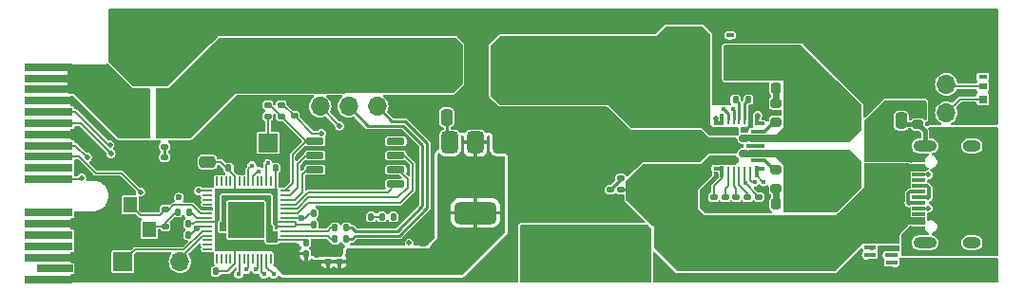
<source format=gbr>
%TF.GenerationSoftware,KiCad,Pcbnew,8.0.3*%
%TF.CreationDate,2024-06-27T20:48:53-04:00*%
%TF.ProjectId,charger-module,63686172-6765-4722-9d6d-6f64756c652e,v0.0.0*%
%TF.SameCoordinates,Original*%
%TF.FileFunction,Copper,L1,Top*%
%TF.FilePolarity,Positive*%
%FSLAX46Y46*%
G04 Gerber Fmt 4.6, Leading zero omitted, Abs format (unit mm)*
G04 Created by KiCad (PCBNEW 8.0.3) date 2024-06-27 20:48:53*
%MOMM*%
%LPD*%
G01*
G04 APERTURE LIST*
G04 Aperture macros list*
%AMRoundRect*
0 Rectangle with rounded corners*
0 $1 Rounding radius*
0 $2 $3 $4 $5 $6 $7 $8 $9 X,Y pos of 4 corners*
0 Add a 4 corners polygon primitive as box body*
4,1,4,$2,$3,$4,$5,$6,$7,$8,$9,$2,$3,0*
0 Add four circle primitives for the rounded corners*
1,1,$1+$1,$2,$3*
1,1,$1+$1,$4,$5*
1,1,$1+$1,$6,$7*
1,1,$1+$1,$8,$9*
0 Add four rect primitives between the rounded corners*
20,1,$1+$1,$2,$3,$4,$5,0*
20,1,$1+$1,$4,$5,$6,$7,0*
20,1,$1+$1,$6,$7,$8,$9,0*
20,1,$1+$1,$8,$9,$2,$3,0*%
%AMFreePoly0*
4,1,5,0.450000,-0.150000,-0.450000,-0.150000,-0.450000,0.150000,0.450000,0.150000,0.450000,-0.150000,0.450000,-0.150000,$1*%
%AMFreePoly1*
4,1,5,0.150000,-0.475000,-0.150000,-0.475000,-0.150000,0.475000,0.150000,0.475000,0.150000,-0.475000,0.150000,-0.475000,$1*%
G04 Aperture macros list end*
%TA.AperFunction,SMDPad,CuDef*%
%ADD10RoundRect,0.140000X-0.140000X-0.170000X0.140000X-0.170000X0.140000X0.170000X-0.140000X0.170000X0*%
%TD*%
%TA.AperFunction,SMDPad,CuDef*%
%ADD11R,1.150000X0.300000*%
%TD*%
%TA.AperFunction,ComponentPad*%
%ADD12O,2.100000X1.000000*%
%TD*%
%TA.AperFunction,ComponentPad*%
%ADD13O,1.600000X1.000000*%
%TD*%
%TA.AperFunction,SMDPad,CuDef*%
%ADD14RoundRect,0.200000X0.275000X-0.200000X0.275000X0.200000X-0.275000X0.200000X-0.275000X-0.200000X0*%
%TD*%
%TA.AperFunction,SMDPad,CuDef*%
%ADD15RoundRect,0.250000X-0.650000X0.325000X-0.650000X-0.325000X0.650000X-0.325000X0.650000X0.325000X0*%
%TD*%
%TA.AperFunction,SMDPad,CuDef*%
%ADD16RoundRect,0.135000X-0.185000X0.135000X-0.185000X-0.135000X0.185000X-0.135000X0.185000X0.135000X0*%
%TD*%
%TA.AperFunction,SMDPad,CuDef*%
%ADD17RoundRect,0.140000X0.140000X0.170000X-0.140000X0.170000X-0.140000X-0.170000X0.140000X-0.170000X0*%
%TD*%
%TA.AperFunction,SMDPad,CuDef*%
%ADD18R,3.500000X2.350000*%
%TD*%
%TA.AperFunction,SMDPad,CuDef*%
%ADD19RoundRect,0.135000X0.185000X-0.135000X0.185000X0.135000X-0.185000X0.135000X-0.185000X-0.135000X0*%
%TD*%
%TA.AperFunction,SMDPad,CuDef*%
%ADD20RoundRect,0.250000X-0.475000X0.250000X-0.475000X-0.250000X0.475000X-0.250000X0.475000X0.250000X0*%
%TD*%
%TA.AperFunction,SMDPad,CuDef*%
%ADD21RoundRect,0.140000X-0.170000X0.140000X-0.170000X-0.140000X0.170000X-0.140000X0.170000X0.140000X0*%
%TD*%
%TA.AperFunction,SMDPad,CuDef*%
%ADD22RoundRect,0.250000X1.500000X0.550000X-1.500000X0.550000X-1.500000X-0.550000X1.500000X-0.550000X0*%
%TD*%
%TA.AperFunction,SMDPad,CuDef*%
%ADD23RoundRect,0.140000X0.170000X-0.140000X0.170000X0.140000X-0.170000X0.140000X-0.170000X-0.140000X0*%
%TD*%
%TA.AperFunction,SMDPad,CuDef*%
%ADD24RoundRect,0.375000X-0.375000X0.625000X-0.375000X-0.625000X0.375000X-0.625000X0.375000X0.625000X0*%
%TD*%
%TA.AperFunction,SMDPad,CuDef*%
%ADD25RoundRect,0.500000X-1.400000X0.500000X-1.400000X-0.500000X1.400000X-0.500000X1.400000X0.500000X0*%
%TD*%
%TA.AperFunction,ComponentPad*%
%ADD26R,1.700000X1.700000*%
%TD*%
%TA.AperFunction,ComponentPad*%
%ADD27O,1.700000X1.700000*%
%TD*%
%TA.AperFunction,SMDPad,CuDef*%
%ADD28RoundRect,0.250000X-0.250000X-0.475000X0.250000X-0.475000X0.250000X0.475000X-0.250000X0.475000X0*%
%TD*%
%TA.AperFunction,SMDPad,CuDef*%
%ADD29RoundRect,0.250000X0.475000X-0.250000X0.475000X0.250000X-0.475000X0.250000X-0.475000X-0.250000X0*%
%TD*%
%TA.AperFunction,SMDPad,CuDef*%
%ADD30RoundRect,0.250000X0.250000X0.475000X-0.250000X0.475000X-0.250000X-0.475000X0.250000X-0.475000X0*%
%TD*%
%TA.AperFunction,ConnectorPad*%
%ADD31R,4.300000X0.700000*%
%TD*%
%TA.AperFunction,ConnectorPad*%
%ADD32R,3.200000X0.700000*%
%TD*%
%TA.AperFunction,SMDPad,CuDef*%
%ADD33RoundRect,0.250000X0.650000X-0.325000X0.650000X0.325000X-0.650000X0.325000X-0.650000X-0.325000X0*%
%TD*%
%TA.AperFunction,SMDPad,CuDef*%
%ADD34R,2.100000X0.300000*%
%TD*%
%TA.AperFunction,SMDPad,CuDef*%
%ADD35R,2.100000X0.400000*%
%TD*%
%TA.AperFunction,SMDPad,CuDef*%
%ADD36FreePoly0,0.000000*%
%TD*%
%TA.AperFunction,SMDPad,CuDef*%
%ADD37FreePoly1,0.000000*%
%TD*%
%TA.AperFunction,SMDPad,CuDef*%
%ADD38R,0.250000X0.950000*%
%TD*%
%TA.AperFunction,SMDPad,CuDef*%
%ADD39R,1.300000X0.300000*%
%TD*%
%TA.AperFunction,SMDPad,CuDef*%
%ADD40RoundRect,0.250000X0.375000X0.625000X-0.375000X0.625000X-0.375000X-0.625000X0.375000X-0.625000X0*%
%TD*%
%TA.AperFunction,SMDPad,CuDef*%
%ADD41RoundRect,0.250000X-1.000000X1.500000X-1.000000X-1.500000X1.000000X-1.500000X1.000000X1.500000X0*%
%TD*%
%TA.AperFunction,SMDPad,CuDef*%
%ADD42RoundRect,0.050000X-0.050000X0.387500X-0.050000X-0.387500X0.050000X-0.387500X0.050000X0.387500X0*%
%TD*%
%TA.AperFunction,SMDPad,CuDef*%
%ADD43RoundRect,0.050000X-0.387500X0.050000X-0.387500X-0.050000X0.387500X-0.050000X0.387500X0.050000X0*%
%TD*%
%TA.AperFunction,HeatsinkPad*%
%ADD44R,3.200000X3.200000*%
%TD*%
%TA.AperFunction,SMDPad,CuDef*%
%ADD45R,1.200000X1.400000*%
%TD*%
%TA.AperFunction,SMDPad,CuDef*%
%ADD46RoundRect,0.102500X0.257500X0.102500X-0.257500X0.102500X-0.257500X-0.102500X0.257500X-0.102500X0*%
%TD*%
%TA.AperFunction,SMDPad,CuDef*%
%ADD47R,0.510000X0.585000*%
%TD*%
%TA.AperFunction,SMDPad,CuDef*%
%ADD48R,3.990000X3.960000*%
%TD*%
%TA.AperFunction,SMDPad,CuDef*%
%ADD49R,0.410000X0.470000*%
%TD*%
%TA.AperFunction,SMDPad,CuDef*%
%ADD50RoundRect,0.135000X-0.135000X-0.185000X0.135000X-0.185000X0.135000X0.185000X-0.135000X0.185000X0*%
%TD*%
%TA.AperFunction,SMDPad,CuDef*%
%ADD51R,0.800000X0.750000*%
%TD*%
%TA.AperFunction,SMDPad,CuDef*%
%ADD52R,0.800000X0.600000*%
%TD*%
%TA.AperFunction,SMDPad,CuDef*%
%ADD53R,0.800000X0.400000*%
%TD*%
%TA.AperFunction,SMDPad,CuDef*%
%ADD54R,0.800000X0.800000*%
%TD*%
%TA.AperFunction,SMDPad,CuDef*%
%ADD55RoundRect,0.225000X0.225000X0.250000X-0.225000X0.250000X-0.225000X-0.250000X0.225000X-0.250000X0*%
%TD*%
%TA.AperFunction,ComponentPad*%
%ADD56C,6.000000*%
%TD*%
%TA.AperFunction,SMDPad,CuDef*%
%ADD57RoundRect,0.135000X0.135000X0.185000X-0.135000X0.185000X-0.135000X-0.185000X0.135000X-0.185000X0*%
%TD*%
%TA.AperFunction,SMDPad,CuDef*%
%ADD58R,5.100000X3.500000*%
%TD*%
%TA.AperFunction,SMDPad,CuDef*%
%ADD59RoundRect,0.150000X-0.650000X-0.150000X0.650000X-0.150000X0.650000X0.150000X-0.650000X0.150000X0*%
%TD*%
%TA.AperFunction,SMDPad,CuDef*%
%ADD60RoundRect,0.225000X-0.225000X-0.250000X0.225000X-0.250000X0.225000X0.250000X-0.225000X0.250000X0*%
%TD*%
%TA.AperFunction,SMDPad,CuDef*%
%ADD61R,1.050000X0.400000*%
%TD*%
%TA.AperFunction,SMDPad,CuDef*%
%ADD62R,2.350000X3.500000*%
%TD*%
%TA.AperFunction,ViaPad*%
%ADD63C,0.500000*%
%TD*%
%TA.AperFunction,ViaPad*%
%ADD64C,0.600000*%
%TD*%
%TA.AperFunction,ViaPad*%
%ADD65C,0.450000*%
%TD*%
%TA.AperFunction,Conductor*%
%ADD66C,0.250000*%
%TD*%
%TA.AperFunction,Conductor*%
%ADD67C,0.200000*%
%TD*%
%TA.AperFunction,Conductor*%
%ADD68C,0.600000*%
%TD*%
%TA.AperFunction,Conductor*%
%ADD69C,0.300000*%
%TD*%
%TA.AperFunction,Conductor*%
%ADD70C,0.400000*%
%TD*%
%TA.AperFunction,Conductor*%
%ADD71C,0.150000*%
%TD*%
G04 APERTURE END LIST*
D10*
%TO.P,C1,1*%
%TO.N,VCC*%
X66380000Y-8540000D03*
%TO.P,C1,2*%
%TO.N,GND*%
X67340000Y-8540000D03*
%TD*%
D11*
%TO.P,J3,A1,GND*%
%TO.N,GNDUSB*%
X81530000Y-20350000D03*
%TO.P,J3,A4,VBUS*%
%TO.N,VBUS*%
X81530000Y-19550000D03*
%TO.P,J3,A5,CC1*%
%TO.N,CC1*%
X81530000Y-18250000D03*
%TO.P,J3,A6,D+*%
%TO.N,D+*%
X81530000Y-17250000D03*
%TO.P,J3,A7,D-*%
%TO.N,D-*%
X81530000Y-16750000D03*
%TO.P,J3,A8,SBU1*%
%TO.N,unconnected-(J3-SBU1-PadA8)*%
X81530000Y-15750000D03*
%TO.P,J3,A9,VBUS*%
%TO.N,VBUS*%
X81530000Y-14450000D03*
%TO.P,J3,A12,GND*%
%TO.N,GNDUSB*%
X81530000Y-13650000D03*
%TO.P,J3,B1,GND*%
X81530000Y-13950000D03*
%TO.P,J3,B4,VBUS*%
%TO.N,VBUS*%
X81530000Y-14750000D03*
%TO.P,J3,B5,CC2*%
%TO.N,CC2*%
X81530000Y-15250000D03*
%TO.P,J3,B6,D+*%
%TO.N,D+*%
X81530000Y-16250000D03*
%TO.P,J3,B7,D-*%
%TO.N,D-*%
X81530000Y-17750000D03*
%TO.P,J3,B8,SBU2*%
%TO.N,unconnected-(J3-SBU2-PadB8)*%
X81530000Y-18750000D03*
%TO.P,J3,B9,VBUS*%
%TO.N,VBUS*%
X81530000Y-19250000D03*
%TO.P,J3,B12,GND*%
%TO.N,GNDUSB*%
X81530000Y-20050000D03*
D12*
%TO.P,J3,S1,SHIELD*%
%TO.N,Net-(J3-SHIELD)*%
X82095000Y-21320000D03*
D13*
X86275000Y-21320000D03*
D12*
X82095000Y-12680000D03*
D13*
X86275000Y-12680000D03*
%TD*%
D14*
%TO.P,R7,1*%
%TO.N,Net-(J3-SHIELD)*%
X81470000Y-10755000D03*
%TO.P,R7,2*%
%TO.N,GNDUSB*%
X81470000Y-9105000D03*
%TD*%
D15*
%TO.P,C5,1*%
%TO.N,/EMI_VIN*%
X56640000Y-8925000D03*
%TO.P,C5,2*%
%TO.N,GND*%
X56640000Y-11875000D03*
%TD*%
D16*
%TO.P,R8,1*%
%TO.N,/RP2040/QSPI_SS*%
X23580000Y-9030000D03*
%TO.P,R8,2*%
%TO.N,/RP2040/~{USB_BOOT}*%
X23580000Y-10050000D03*
%TD*%
D17*
%TO.P,C34,1*%
%TO.N,+3V3*%
X16510000Y-19610000D03*
%TO.P,C34,2*%
%TO.N,GND*%
X15550000Y-19610000D03*
%TD*%
D18*
%TO.P,L2,1,1*%
%TO.N,/INDUCTOR*%
X73110000Y-9665000D03*
%TO.P,L2,2,2*%
%TO.N,/OUTDUCTOR*%
X73110000Y-15715000D03*
%TD*%
D19*
%TO.P,R16,1*%
%TO.N,VOUT_DIVIDER*%
X54080000Y-16590000D03*
%TO.P,R16,2*%
%TO.N,GND*%
X54080000Y-15570000D03*
%TD*%
D20*
%TO.P,C6,1*%
%TO.N,/EMI_VIN*%
X61070000Y-10050000D03*
%TO.P,C6,2*%
%TO.N,GND*%
X61070000Y-11950000D03*
%TD*%
D21*
%TO.P,C22,1*%
%TO.N,Net-(C22-Pad1)*%
X14450000Y-19870000D03*
%TO.P,C22,2*%
%TO.N,GND*%
X14450000Y-20830000D03*
%TD*%
%TO.P,C18,1*%
%TO.N,CC1*%
X66300000Y-17270000D03*
%TO.P,C18,2*%
%TO.N,GND*%
X66300000Y-18230000D03*
%TD*%
D16*
%TO.P,R1,1*%
%TO.N,OVERLOAD*%
X67300000Y-17240000D03*
%TO.P,R1,2*%
%TO.N,GND*%
X67300000Y-18260000D03*
%TD*%
D22*
%TO.P,C15,1*%
%TO.N,VBUS*%
X60950000Y-20850000D03*
%TO.P,C15,2*%
%TO.N,GNDUSB*%
X55550000Y-20850000D03*
%TD*%
D23*
%TO.P,C36,1*%
%TO.N,+3V3*%
X29975000Y-23005000D03*
%TO.P,C36,2*%
%TO.N,GND*%
X29975000Y-22045000D03*
%TD*%
D24*
%TO.P,U2,1,GND*%
%TO.N,GND*%
X44370000Y-12360000D03*
%TO.P,U2,2,VO*%
%TO.N,+3V3*%
X42070000Y-12360000D03*
D25*
X42070000Y-18660000D03*
D24*
%TO.P,U2,3,VI*%
%TO.N,+5V*%
X39770000Y-12360000D03*
%TD*%
D14*
%TO.P,R3,1*%
%TO.N,Net-(U1-BST1)*%
X68830000Y-10535000D03*
%TO.P,R3,2*%
%TO.N,Net-(C7-Pad1)*%
X68830000Y-8885000D03*
%TD*%
D10*
%TO.P,C30,1*%
%TO.N,+3V3*%
X26990000Y-22300000D03*
%TO.P,C30,2*%
%TO.N,GND*%
X27950000Y-22300000D03*
%TD*%
%TO.P,C26,1*%
%TO.N,+1V1*%
X27645000Y-18675000D03*
%TO.P,C26,2*%
%TO.N,GND*%
X28605000Y-18675000D03*
%TD*%
%TO.P,C29,1*%
%TO.N,+3V3*%
X27645000Y-19700000D03*
%TO.P,C29,2*%
%TO.N,GND*%
X28605000Y-19700000D03*
%TD*%
D26*
%TO.P,J6,1,Pin_1*%
%TO.N,/RP2040/SWCLK*%
X10670000Y-23030000D03*
D27*
%TO.P,J6,2,Pin_2*%
%TO.N,GND*%
X13210000Y-23030000D03*
%TO.P,J6,3,Pin_3*%
%TO.N,/RP2040/SWD*%
X15750000Y-23030000D03*
%TD*%
D17*
%TO.P,C27,1*%
%TO.N,+1V1*%
X16505000Y-20630000D03*
%TO.P,C27,2*%
%TO.N,GND*%
X15545000Y-20630000D03*
%TD*%
D28*
%TO.P,C23,1*%
%TO.N,+5V*%
X39520000Y-10110000D03*
%TO.P,C23,2*%
%TO.N,GND*%
X41420000Y-10110000D03*
%TD*%
D19*
%TO.P,R15,1*%
%TO.N,VBUS*%
X55020000Y-16590000D03*
%TO.P,R15,2*%
%TO.N,VOUT_DIVIDER*%
X55020000Y-15570000D03*
%TD*%
D16*
%TO.P,R13,1*%
%TO.N,VIN*%
X14380000Y-11730000D03*
%TO.P,R13,2*%
%TO.N,VIN_DIVIDER*%
X14380000Y-12750000D03*
%TD*%
D10*
%TO.P,C31,1*%
%TO.N,+3V3*%
X24245000Y-14675000D03*
%TO.P,C31,2*%
%TO.N,GND*%
X25205000Y-14675000D03*
%TD*%
D29*
%TO.P,C13,1*%
%TO.N,VBUS*%
X61070000Y-15350000D03*
%TO.P,C13,2*%
%TO.N,GND*%
X61070000Y-13450000D03*
%TD*%
D30*
%TO.P,C20,1*%
%TO.N,Net-(J3-SHIELD)*%
X79990000Y-10420000D03*
%TO.P,C20,2*%
%TO.N,GNDUSB*%
X78090000Y-10420000D03*
%TD*%
D26*
%TO.P,J2,1,Pin_1*%
%TO.N,GND*%
X84000000Y-4640000D03*
D27*
%TO.P,J2,2,Pin_2*%
%TO.N,+5V*%
X84000000Y-7180000D03*
%TO.P,J2,3,Pin_3*%
%TO.N,LED_DIN*%
X84000000Y-9720000D03*
%TD*%
D31*
%TO.P,J1,B1,+12V*%
%TO.N,/VIN_PREFUSE*%
X4050000Y-5650000D03*
%TO.P,J1,B2,+12V*%
X4050000Y-6650000D03*
%TO.P,J1,B3,+12V*%
X4050000Y-7650000D03*
%TO.P,J1,B4,GND*%
%TO.N,GND*%
X4050000Y-8650000D03*
%TO.P,J1,B5,SMCLK*%
%TO.N,SCL*%
X4050000Y-9650000D03*
%TO.P,J1,B6,SMDAT*%
%TO.N,SDA*%
X4050000Y-10650000D03*
%TO.P,J1,B7,GND*%
%TO.N,GND*%
X4050000Y-11650000D03*
%TO.P,J1,B8,+3.3V*%
%TO.N,+5V*%
X4050000Y-12650000D03*
%TO.P,J1,B9,JTAG1*%
%TO.N,OVERLOAD*%
X4050000Y-13650000D03*
%TO.P,J1,B10,3.3Vaux*%
%TO.N,VDD*%
X4050000Y-14650000D03*
%TO.P,J1,B11,~{WAKE}*%
%TO.N,ALERT*%
X4050000Y-15650000D03*
%TO.P,J1,B12,RSVD*%
%TO.N,unconnected-(J1-RSVD-PadB12)*%
X4050000Y-18650000D03*
%TO.P,J1,B13,GND*%
%TO.N,GND*%
X4050000Y-19650000D03*
%TO.P,J1,B14,PETp0*%
%TO.N,unconnected-(J1-PETp0-PadB14)*%
X4050000Y-20650000D03*
%TO.P,J1,B15,PETn0*%
%TO.N,unconnected-(J1-PETn0-PadB15)*%
X4050000Y-21650000D03*
%TO.P,J1,B16,GND*%
%TO.N,GND*%
X4050000Y-22650000D03*
D32*
%TO.P,J1,B17,~{PRSNT2}*%
%TO.N,unconnected-(J1-~{PRSNT2}-PadB17)*%
X4600000Y-23650000D03*
D31*
%TO.P,J1,B18,GND*%
%TO.N,GND*%
X4050000Y-24650000D03*
%TD*%
D15*
%TO.P,C14,1*%
%TO.N,GNDUSB*%
X78650000Y-12615000D03*
%TO.P,C14,2*%
%TO.N,VBUS*%
X78650000Y-15565000D03*
%TD*%
D21*
%TO.P,C16,1*%
%TO.N,D-*%
X65300000Y-17270000D03*
%TO.P,C16,2*%
%TO.N,GND*%
X65300000Y-18230000D03*
%TD*%
D33*
%TO.P,C10,1*%
%TO.N,VBUS*%
X56640000Y-16475000D03*
%TO.P,C10,2*%
%TO.N,GND*%
X56640000Y-13525000D03*
%TD*%
D34*
%TO.P,U1,1,VIN*%
%TO.N,/EMI_VIN*%
X64300000Y-11385000D03*
D35*
%TO.P,U1,2,PGND*%
%TO.N,GND*%
X64300000Y-12685000D03*
%TO.P,U1,3,OUT*%
%TO.N,VBUS*%
X64300000Y-13935000D03*
D36*
%TO.P,U1,4,CC2*%
%TO.N,CC2*%
X63700000Y-14685000D03*
D37*
X64000000Y-15010000D03*
D38*
%TO.P,U1,5,DP*%
%TO.N,D+*%
X64550000Y-15010000D03*
%TO.P,U1,6,DM*%
%TO.N,D-*%
X65050000Y-15010000D03*
%TO.P,U1,7,CC1*%
%TO.N,CC1*%
X65550000Y-15010000D03*
%TO.P,U1,8,GPIO2*%
%TO.N,OVERLOAD*%
X66050000Y-15010000D03*
%TO.P,U1,9,SDA*%
%TO.N,SDA*%
X66550000Y-15010000D03*
D37*
%TO.P,U1,10,SCL*%
%TO.N,SCL*%
X67100000Y-15010000D03*
D36*
X67400000Y-14685000D03*
D39*
%TO.P,U1,11,BST2*%
%TO.N,Net-(U1-BST2)*%
X67200000Y-13985000D03*
D34*
%TO.P,U1,12,SW2*%
%TO.N,/OUTDUCTOR*%
X66800000Y-13385000D03*
D39*
%TO.P,U1,13,EN*%
%TO.N,ENABLE*%
X67200000Y-12685000D03*
D34*
%TO.P,U1,14,SW1*%
%TO.N,/INDUCTOR*%
X66800000Y-11985000D03*
D39*
%TO.P,U1,15,BST1*%
%TO.N,Net-(U1-BST1)*%
X67200000Y-11385000D03*
D37*
%TO.P,U1,16,HS_G*%
%TO.N,Net-(Q1-G)*%
X67100000Y-10360000D03*
D36*
X67400000Y-10685000D03*
D38*
%TO.P,U1,17,AGND*%
%TO.N,GND*%
X66550000Y-10360000D03*
%TO.P,U1,18,VCC*%
%TO.N,VCC*%
X66050000Y-10360000D03*
%TO.P,U1,19,ICOMP*%
%TO.N,Net-(U1-ICOMP)*%
X65550000Y-10360000D03*
%TO.P,U1,20,GPIO1*%
%TO.N,Net-(U1-GPIO1)*%
X65050000Y-10360000D03*
%TO.P,U1,21,ISENS-*%
%TO.N,GND*%
X64550000Y-10360000D03*
D36*
%TO.P,U1,22,ISENS+*%
%TO.N,GNDUSB*%
X63700000Y-10685000D03*
D37*
X64000000Y-10360000D03*
%TD*%
D40*
%TO.P,F1,1*%
%TO.N,VIN*%
X14770000Y-9700000D03*
%TO.P,F1,2*%
%TO.N,/VIN_PREFUSE*%
X11970000Y-9700000D03*
%TD*%
D21*
%TO.P,C17,1*%
%TO.N,D+*%
X64300000Y-17270000D03*
%TO.P,C17,2*%
%TO.N,GND*%
X64300000Y-18230000D03*
%TD*%
D33*
%TO.P,C12,1*%
%TO.N,VBUS*%
X58940000Y-16475000D03*
%TO.P,C12,2*%
%TO.N,GND*%
X58940000Y-13525000D03*
%TD*%
D29*
%TO.P,C37,1*%
%TO.N,+3V3*%
X18200000Y-14125000D03*
%TO.P,C37,2*%
%TO.N,GND*%
X18200000Y-12225000D03*
%TD*%
D21*
%TO.P,C19,1*%
%TO.N,CC2*%
X63300000Y-17270000D03*
%TO.P,C19,2*%
%TO.N,GND*%
X63300000Y-18230000D03*
%TD*%
D17*
%TO.P,C2,1*%
%TO.N,Net-(U1-ICOMP)*%
X65220000Y-8540000D03*
%TO.P,C2,2*%
%TO.N,GND*%
X64260000Y-8540000D03*
%TD*%
D41*
%TO.P,C3,1*%
%TO.N,/EMI_VIN*%
X51070000Y-6730000D03*
%TO.P,C3,2*%
%TO.N,GND*%
X51070000Y-13230000D03*
%TD*%
D42*
%TO.P,U4,1,IOVDD*%
%TO.N,+3V3*%
X24250000Y-15862500D03*
%TO.P,U4,2,GPIO0*%
%TO.N,/RP2040/GPIO0*%
X23850000Y-15862500D03*
%TO.P,U4,3,GPIO1*%
%TO.N,LED_DIN*%
X23450000Y-15862500D03*
%TO.P,U4,4,GPIO2*%
%TO.N,/RP2040/GPIO2*%
X23050000Y-15862500D03*
%TO.P,U4,5,GPIO3*%
%TO.N,/RP2040/GPIO3*%
X22650000Y-15862500D03*
%TO.P,U4,6,GPIO4*%
%TO.N,SDA*%
X22250000Y-15862500D03*
%TO.P,U4,7,GPIO5*%
%TO.N,SCL*%
X21850000Y-15862500D03*
%TO.P,U4,8,GPIO6*%
%TO.N,/RP2040/GPIO6*%
X21450000Y-15862500D03*
%TO.P,U4,9,GPIO7*%
%TO.N,/RP2040/GPIO7*%
X21050000Y-15862500D03*
%TO.P,U4,10,IOVDD*%
%TO.N,+3V3*%
X20650000Y-15862500D03*
%TO.P,U4,11,GPIO8*%
%TO.N,/RP2040/GPIO8*%
X20250000Y-15862500D03*
%TO.P,U4,12,GPIO9*%
%TO.N,/RP2040/GPIO9*%
X19850000Y-15862500D03*
%TO.P,U4,13,GPIO10*%
%TO.N,/RP2040/GPIO10*%
X19450000Y-15862500D03*
%TO.P,U4,14,GPIO11*%
%TO.N,/RP2040/GPIO11*%
X19050000Y-15862500D03*
D43*
%TO.P,U4,15,GPIO12*%
%TO.N,ALERT*%
X18212500Y-16700000D03*
%TO.P,U4,16,GPIO13*%
%TO.N,/RP2040/GPIO13*%
X18212500Y-17100000D03*
%TO.P,U4,17,GPIO14*%
%TO.N,/RP2040/GPIO14*%
X18212500Y-17500000D03*
%TO.P,U4,18,GPIO15*%
%TO.N,/RP2040/GPIO15*%
X18212500Y-17900000D03*
%TO.P,U4,19,TESTEN*%
%TO.N,GND*%
X18212500Y-18300000D03*
%TO.P,U4,20,XIN*%
%TO.N,/RP2040/XIN*%
X18212500Y-18700000D03*
%TO.P,U4,21,XOUT*%
%TO.N,/RP2040/XOUT*%
X18212500Y-19100000D03*
%TO.P,U4,22,IOVDD*%
%TO.N,+3V3*%
X18212500Y-19500000D03*
%TO.P,U4,23,DVDD*%
%TO.N,+1V1*%
X18212500Y-19900000D03*
%TO.P,U4,24,SWCLK*%
%TO.N,/RP2040/SWCLK*%
X18212500Y-20300000D03*
%TO.P,U4,25,SWD*%
%TO.N,/RP2040/SWD*%
X18212500Y-20700000D03*
%TO.P,U4,26,RUN*%
%TO.N,/RP2040/RUN*%
X18212500Y-21100000D03*
%TO.P,U4,27,GPIO16*%
%TO.N,/RP2040/GPIO16*%
X18212500Y-21500000D03*
%TO.P,U4,28,GPIO17*%
%TO.N,/RP2040/GPIO17*%
X18212500Y-21900000D03*
D42*
%TO.P,U4,29,GPIO18*%
%TO.N,/RP2040/GPIO18*%
X19050000Y-22737500D03*
%TO.P,U4,30,GPIO19*%
%TO.N,/RP2040/GPIO19*%
X19450000Y-22737500D03*
%TO.P,U4,31,GPIO20*%
%TO.N,/RP2040/GPIO20*%
X19850000Y-22737500D03*
%TO.P,U4,32,GPIO21*%
%TO.N,/RP2040/GPIO21*%
X20250000Y-22737500D03*
%TO.P,U4,33,IOVDD*%
%TO.N,+3V3*%
X20650000Y-22737500D03*
%TO.P,U4,34,GPIO22*%
%TO.N,ENABLE*%
X21050000Y-22737500D03*
%TO.P,U4,35,GPIO23*%
%TO.N,/RP2040/GPIO23*%
X21450000Y-22737500D03*
%TO.P,U4,36,GPIO24*%
%TO.N,OVERLOAD*%
X21850000Y-22737500D03*
%TO.P,U4,37,GPIO25*%
%TO.N,/RP2040/GPIO25*%
X22250000Y-22737500D03*
%TO.P,U4,38,GPIO26_ADC0*%
%TO.N,VIN_DIVIDER*%
X22650000Y-22737500D03*
%TO.P,U4,39,GPIO27_ADC1*%
%TO.N,IMON*%
X23050000Y-22737500D03*
%TO.P,U4,40,GPIO28_ADC2*%
%TO.N,VOUT_DIVIDER*%
X23450000Y-22737500D03*
%TO.P,U4,41,GPIO29_ADC3*%
%TO.N,/RP2040/GPIO29_ADC3*%
X23850000Y-22737500D03*
%TO.P,U4,42,IOVDD*%
%TO.N,+3V3*%
X24250000Y-22737500D03*
D43*
%TO.P,U4,43,ADC_AVDD*%
X25087500Y-21900000D03*
%TO.P,U4,44,VREG_IN*%
X25087500Y-21500000D03*
%TO.P,U4,45,VREG_VOUT*%
%TO.N,+1V1*%
X25087500Y-21100000D03*
%TO.P,U4,46,USB_DM*%
%TO.N,Net-(U4-USB_DM)*%
X25087500Y-20700000D03*
%TO.P,U4,47,USB_DP*%
%TO.N,Net-(U4-USB_DP)*%
X25087500Y-20300000D03*
%TO.P,U4,48,USB_VDD*%
%TO.N,+3V3*%
X25087500Y-19900000D03*
%TO.P,U4,49,IOVDD*%
X25087500Y-19500000D03*
%TO.P,U4,50,DVDD*%
%TO.N,+1V1*%
X25087500Y-19100000D03*
%TO.P,U4,51,QSPI_SD3*%
%TO.N,/RP2040/QSPI_SD3*%
X25087500Y-18700000D03*
%TO.P,U4,52,QSPI_SCLK*%
%TO.N,/RP2040/QSPI_SCLK*%
X25087500Y-18300000D03*
%TO.P,U4,53,QSPI_SD0*%
%TO.N,/RP2040/QSPI_SD0*%
X25087500Y-17900000D03*
%TO.P,U4,54,QSPI_SD2*%
%TO.N,/RP2040/QSPI_SD2*%
X25087500Y-17500000D03*
%TO.P,U4,55,QSPI_SD1*%
%TO.N,/RP2040/QSPI_SD1*%
X25087500Y-17100000D03*
%TO.P,U4,56,QSPI_SS*%
%TO.N,/RP2040/QSPI_SS*%
X25087500Y-16700000D03*
D44*
%TO.P,U4,57,GND*%
%TO.N,GND*%
X21650000Y-19300000D03*
%TD*%
D45*
%TO.P,Y1,1,1*%
%TO.N,/RP2040/XIN*%
X11300000Y-17950000D03*
%TO.P,Y1,2,2*%
%TO.N,GND*%
X11300000Y-20150000D03*
%TO.P,Y1,3,3*%
%TO.N,Net-(C22-Pad1)*%
X13000000Y-20150000D03*
%TO.P,Y1,4,4*%
%TO.N,GND*%
X13000000Y-17950000D03*
%TD*%
D30*
%TO.P,C24,1*%
%TO.N,+3V3*%
X39300000Y-20900000D03*
%TO.P,C24,2*%
%TO.N,GND*%
X37400000Y-20900000D03*
%TD*%
D16*
%TO.P,R9,1*%
%TO.N,+3V3*%
X24780000Y-9030000D03*
%TO.P,R9,2*%
%TO.N,/RP2040/QSPI_SS*%
X24780000Y-10050000D03*
%TD*%
D46*
%TO.P,Q1,1,S*%
%TO.N,/INDUCTOR*%
X64735000Y-6595000D03*
X64735000Y-5325000D03*
X64735000Y-4055000D03*
%TO.P,Q1,2,G*%
%TO.N,Net-(Q1-G)*%
X64735000Y-2785000D03*
D47*
%TO.P,Q1,3,D*%
%TO.N,/EMI_VIN*%
X62020000Y-6962500D03*
X62020000Y-2417500D03*
D48*
X60940000Y-4690000D03*
D49*
X59150000Y-6905000D03*
X59150000Y-2475000D03*
%TD*%
D50*
%TO.P,R4,1*%
%TO.N,IMON*%
X33740000Y-19025000D03*
%TO.P,R4,2*%
%TO.N,Net-(U1-GPIO1)*%
X34760000Y-19025000D03*
%TD*%
D14*
%TO.P,R6,1*%
%TO.N,Net-(C11-Pad2)*%
X68830000Y-16485000D03*
%TO.P,R6,2*%
%TO.N,Net-(U1-BST2)*%
X68830000Y-14835000D03*
%TD*%
D51*
%TO.P,D2,1,DIN*%
%TO.N,LED_DIN*%
X87250000Y-8500000D03*
D52*
%TO.P,D2,2,VDD*%
%TO.N,+5V*%
X87250000Y-7375000D03*
D53*
%TO.P,D2,3,DOUT*%
%TO.N,unconnected-(D2-DOUT-Pad3)*%
X87250000Y-6495000D03*
D54*
%TO.P,D2,4,GND*%
%TO.N,GND*%
X87250000Y-5515000D03*
%TD*%
D55*
%TO.P,C11,1*%
%TO.N,/OUTDUCTOR*%
X70355000Y-17870000D03*
%TO.P,C11,2*%
%TO.N,Net-(C11-Pad2)*%
X68805000Y-17870000D03*
%TD*%
D15*
%TO.P,C4,1*%
%TO.N,/EMI_VIN*%
X58940000Y-8925000D03*
%TO.P,C4,2*%
%TO.N,GND*%
X58940000Y-11875000D03*
%TD*%
D17*
%TO.P,C32,1*%
%TO.N,+3V3*%
X18920000Y-23900000D03*
%TO.P,C32,2*%
%TO.N,GND*%
X17960000Y-23900000D03*
%TD*%
D26*
%TO.P,J4,1,Pin_1*%
%TO.N,/RP2040/~{USB_BOOT}*%
X23600000Y-12400000D03*
D27*
%TO.P,J4,2,Pin_2*%
%TO.N,GND*%
X21060000Y-12400000D03*
%TD*%
D56*
%TO.P,H1,1,1*%
%TO.N,GND*%
X13000000Y-4000000D03*
%TD*%
D57*
%TO.P,R12,1*%
%TO.N,/RP2040/USB_D-*%
X30585000Y-21025000D03*
%TO.P,R12,2*%
%TO.N,Net-(U4-USB_DM)*%
X29565000Y-21025000D03*
%TD*%
D10*
%TO.P,C28,1*%
%TO.N,+1V1*%
X26990000Y-21300000D03*
%TO.P,C28,2*%
%TO.N,GND*%
X27950000Y-21300000D03*
%TD*%
D58*
%TO.P,R2,1*%
%TO.N,GND*%
X50800000Y-17690000D03*
%TO.P,R2,2*%
%TO.N,GNDUSB*%
X50800000Y-21800000D03*
%TD*%
D23*
%TO.P,C35,1*%
%TO.N,+3V3*%
X28950000Y-23005000D03*
%TO.P,C35,2*%
%TO.N,GND*%
X28950000Y-22045000D03*
%TD*%
D26*
%TO.P,J5,1,Pin_1*%
%TO.N,GND*%
X35850000Y-9170000D03*
D27*
%TO.P,J5,2,Pin_2*%
%TO.N,/RP2040/USB_D-*%
X33310000Y-9170000D03*
%TO.P,J5,3,Pin_3*%
%TO.N,/RP2040/USB_D+*%
X30770000Y-9170000D03*
%TO.P,J5,4,Pin_4*%
%TO.N,+5V*%
X28230000Y-9170000D03*
%TD*%
D59*
%TO.P,U3,1,~{CS}*%
%TO.N,/RP2040/QSPI_SS*%
X27775000Y-12270000D03*
%TO.P,U3,2,DO(IO1)*%
%TO.N,/RP2040/QSPI_SD1*%
X27775000Y-13540000D03*
%TO.P,U3,3,IO2*%
%TO.N,/RP2040/QSPI_SD2*%
X27775000Y-14810000D03*
%TO.P,U3,4,GND*%
%TO.N,GND*%
X27775000Y-16080000D03*
%TO.P,U3,5,DI(IO0)*%
%TO.N,/RP2040/QSPI_SD0*%
X34975000Y-16080000D03*
%TO.P,U3,6,CLK*%
%TO.N,/RP2040/QSPI_SCLK*%
X34975000Y-14810000D03*
%TO.P,U3,7,IO3*%
%TO.N,/RP2040/QSPI_SD3*%
X34975000Y-13540000D03*
%TO.P,U3,8,VCC*%
%TO.N,+3V3*%
X34975000Y-12270000D03*
%TD*%
D57*
%TO.P,R11,1*%
%TO.N,/RP2040/USB_D+*%
X30585000Y-20000000D03*
%TO.P,R11,2*%
%TO.N,Net-(U4-USB_DP)*%
X29565000Y-20000000D03*
%TD*%
D16*
%TO.P,R14,1*%
%TO.N,VIN_DIVIDER*%
X14380000Y-13700000D03*
%TO.P,R14,2*%
%TO.N,GND*%
X14380000Y-14720000D03*
%TD*%
D23*
%TO.P,C25,1*%
%TO.N,+3V3*%
X25980000Y-10020000D03*
%TO.P,C25,2*%
%TO.N,GND*%
X25980000Y-9060000D03*
%TD*%
D60*
%TO.P,C7,1*%
%TO.N,Net-(C7-Pad1)*%
X68805000Y-7500000D03*
%TO.P,C7,2*%
%TO.N,/INDUCTOR*%
X70355000Y-7500000D03*
%TD*%
D10*
%TO.P,C8,1*%
%TO.N,GND*%
X31820000Y-19025000D03*
%TO.P,C8,2*%
%TO.N,IMON*%
X32780000Y-19025000D03*
%TD*%
D61*
%TO.P,D1,1,C1*%
%TO.N,CC2*%
X79140000Y-23090000D03*
%TO.P,D1,2,C2*%
%TO.N,D+*%
X79140000Y-22440000D03*
%TO.P,D1,3,A/3+4*%
%TO.N,GND*%
X79140000Y-21790000D03*
%TO.P,D1,4,C3*%
%TO.N,CC1*%
X77240000Y-21790000D03*
%TO.P,D1,5,C4*%
%TO.N,D-*%
X77240000Y-22440000D03*
%TO.P,D1,6,A/1+2*%
%TO.N,GND*%
X77240000Y-23090000D03*
%TD*%
D62*
%TO.P,L1,1,1*%
%TO.N,VIN*%
X39125000Y-5480000D03*
%TO.P,L1,2,2*%
%TO.N,/EMI_VIN*%
X45175000Y-5480000D03*
%TD*%
D57*
%TO.P,R10,1*%
%TO.N,/RP2040/XOUT*%
X16540000Y-18600000D03*
%TO.P,R10,2*%
%TO.N,Net-(C22-Pad1)*%
X15520000Y-18600000D03*
%TD*%
D10*
%TO.P,C33,1*%
%TO.N,+3V3*%
X20090000Y-14675000D03*
%TO.P,C33,2*%
%TO.N,GND*%
X21050000Y-14675000D03*
%TD*%
D23*
%TO.P,C21,1*%
%TO.N,/RP2040/XIN*%
X14450000Y-18355000D03*
%TO.P,C21,2*%
%TO.N,GND*%
X14450000Y-17395000D03*
%TD*%
D63*
%TO.N,GND*%
X81000000Y-23500000D03*
D64*
X20350000Y-20600000D03*
D65*
X67340000Y-7960000D03*
D63*
X71000000Y-2000000D03*
X47600000Y-11110000D03*
X27950000Y-21300000D03*
X74000000Y-4000000D03*
X80000000Y-2000000D03*
X74000000Y-2000000D03*
X27000000Y-2000000D03*
X45000000Y-2000000D03*
D65*
X67900000Y-8540000D03*
D63*
X61090000Y-11980000D03*
X45500000Y-16000000D03*
D65*
X63740000Y-7895000D03*
D63*
X42000000Y-2000000D03*
X47000000Y-19000000D03*
X45500000Y-22000000D03*
X48000000Y-2000000D03*
D65*
X79750000Y-7750000D03*
D63*
X45500000Y-19000000D03*
X48550000Y-11110000D03*
D65*
X67340000Y-9130000D03*
X62450000Y-12315000D03*
X79750000Y-5750000D03*
D63*
X51000000Y-2000000D03*
D64*
X21650000Y-18000000D03*
X9630000Y-14570000D03*
D65*
X64850000Y-12315000D03*
D63*
X61050000Y-13450000D03*
X77000000Y-2000000D03*
X53280000Y-12090000D03*
X9250000Y-23000000D03*
X36000000Y-2000000D03*
D65*
X77500000Y-7750000D03*
X82000000Y-5750000D03*
D63*
X21000000Y-2000000D03*
X47600000Y-12090000D03*
D65*
X65570000Y-12685000D03*
D63*
X54210000Y-12070000D03*
X56640000Y-13500000D03*
X75300000Y-23500000D03*
D65*
X79570000Y-21814998D03*
D63*
X80000000Y-4000000D03*
X57000000Y-2000000D03*
D65*
X64130000Y-9380000D03*
D63*
X47580000Y-13110000D03*
X57420000Y-12130000D03*
D65*
X64050000Y-13040000D03*
D63*
X33000000Y-2000000D03*
D64*
X22975000Y-18000000D03*
D63*
X50590000Y-11120000D03*
X18000000Y-2000000D03*
X8000000Y-20000000D03*
D65*
X64050000Y-12315000D03*
D63*
X39000000Y-2000000D03*
X30000000Y-2000000D03*
D65*
X77500000Y-5750000D03*
D63*
X53280000Y-13100000D03*
X53290000Y-11110000D03*
X68000000Y-2000000D03*
X48550000Y-13110000D03*
X8000000Y-24000000D03*
D65*
X62450000Y-13040000D03*
X63300000Y-18230000D03*
D63*
X47000000Y-16000000D03*
X50590000Y-12080000D03*
X8310000Y-10720000D03*
D65*
X63250000Y-12315000D03*
D63*
X48540000Y-12080000D03*
X47000000Y-14000000D03*
X7700000Y-10100000D03*
D64*
X22975000Y-19275000D03*
X21650000Y-20600000D03*
X22975000Y-20600000D03*
D65*
X63250000Y-13040000D03*
D63*
X67300000Y-18260000D03*
X28605000Y-19700000D03*
X58940000Y-13525000D03*
D64*
X20350000Y-18000000D03*
D63*
X77000000Y-4000000D03*
X8000000Y-22000000D03*
X54000000Y-2000000D03*
D64*
X20350000Y-19275000D03*
D65*
X66300000Y-18230000D03*
D64*
X21650000Y-19275000D03*
D63*
X24000000Y-2000000D03*
X50580000Y-13100000D03*
X50800000Y-16470000D03*
D65*
X64850000Y-13040000D03*
X64548978Y-7895000D03*
D63*
X45500000Y-14000000D03*
X58940000Y-11880000D03*
X9250000Y-21000000D03*
D65*
%TO.N,IMON*%
X23250000Y-24150000D03*
D63*
X32780000Y-19025000D03*
%TO.N,VBUS*%
X58900000Y-17340000D03*
X58890000Y-15400000D03*
X56720000Y-15400000D03*
D65*
X63250000Y-13940000D03*
D63*
X57820000Y-17340000D03*
X57800000Y-15400000D03*
D65*
X65070000Y-13940000D03*
X64150000Y-13940000D03*
D63*
X56720000Y-17340000D03*
%TO.N,GNDUSB*%
X63500000Y-10250000D03*
X46700000Y-20800000D03*
X47700000Y-23800000D03*
X53900000Y-23800000D03*
X55900000Y-22800000D03*
X56900000Y-23800000D03*
X54900000Y-23800000D03*
X47700000Y-22800000D03*
X46700000Y-22800000D03*
X79330000Y-11530000D03*
X53900000Y-22800000D03*
X47700000Y-20800000D03*
X47700000Y-21800000D03*
X56900000Y-22800000D03*
X50800000Y-23020000D03*
X79430000Y-13610000D03*
X46700000Y-21800000D03*
X55900000Y-23800000D03*
X78000000Y-13610000D03*
X80750000Y-11530000D03*
X83610000Y-11540000D03*
X78000000Y-11550000D03*
X54900000Y-22800000D03*
X46700000Y-23800000D03*
%TO.N,D-*%
X65300000Y-17270000D03*
X80680000Y-17750000D03*
D65*
X76880000Y-22440000D03*
D63*
%TO.N,D+*%
X82400000Y-17250000D03*
D65*
X78718769Y-22448694D03*
D63*
X64300000Y-17270000D03*
D65*
%TO.N,CC1*%
X66300000Y-17270000D03*
D63*
X82400000Y-18250000D03*
D65*
X77360000Y-21800000D03*
D63*
%TO.N,CC2*%
X82400000Y-15250000D03*
D65*
X79441715Y-23105333D03*
X63300000Y-17270000D03*
%TO.N,LED_DIN*%
X23575000Y-14250000D03*
D63*
%TO.N,+5V*%
X39760000Y-12350000D03*
X29970000Y-10900000D03*
X7500000Y-13700000D03*
%TO.N,SCL*%
X9508211Y-12566789D03*
D65*
X67750000Y-15890000D03*
X22150000Y-14450000D03*
%TO.N,ENABLE*%
X20980000Y-24150000D03*
X66370000Y-12685000D03*
%TO.N,SDA*%
X22775000Y-14975000D03*
X66920958Y-15909008D03*
D63*
X9617157Y-13382843D03*
D65*
%TO.N,OVERLOAD*%
X21660000Y-23700000D03*
D63*
X12250000Y-16800000D03*
D65*
X66075000Y-15950000D03*
D63*
%TO.N,ALERT*%
X17400000Y-16700000D03*
X7000000Y-15550000D03*
%TO.N,Net-(Q1-G)*%
X67200000Y-9970000D03*
D65*
X64735000Y-2815000D03*
D63*
%TO.N,Net-(U1-GPIO1)*%
X34760000Y-19025000D03*
D65*
X65000000Y-9390000D03*
D63*
%TO.N,/EMI_VIN*%
X61500000Y-10710000D03*
X60710000Y-10710000D03*
D65*
X63250000Y-11350000D03*
D63*
X59180000Y-10710000D03*
X59960000Y-10710000D03*
D65*
X64150000Y-11350000D03*
X65070000Y-11350000D03*
D63*
%TO.N,+3V3*%
X42070000Y-12360000D03*
X28375000Y-11550000D03*
X34975000Y-12270000D03*
D64*
%TO.N,+1V1*%
X17220000Y-20090000D03*
X23750000Y-20000000D03*
X26557926Y-19109905D03*
X19550000Y-19900000D03*
D63*
%TO.N,/VIN_PREFUSE*%
X7100000Y-7650000D03*
X7100000Y-6650000D03*
X7900000Y-6650000D03*
X7100000Y-5700000D03*
X7900000Y-5700000D03*
X7900000Y-7650000D03*
D64*
%TO.N,VIN_DIVIDER*%
X15650000Y-17300000D03*
X14380000Y-12750000D03*
D65*
X22540000Y-23700000D03*
D64*
%TO.N,VOUT_DIVIDER*%
X54080000Y-16590000D03*
D65*
X24090000Y-24150000D03*
D63*
X36171992Y-21361992D03*
%TD*%
D66*
%TO.N,VCC*%
X66050000Y-8870000D02*
X66380000Y-8540000D01*
X66050000Y-10360000D02*
X66050000Y-8870000D01*
D67*
%TO.N,GND*%
X58940000Y-11875000D02*
X58940000Y-11880000D01*
X56640000Y-13525000D02*
X56640000Y-13500000D01*
D68*
X6250000Y-8650000D02*
X4050000Y-8650000D01*
D67*
X61070000Y-11960000D02*
X61090000Y-11980000D01*
D66*
X64130000Y-9380000D02*
X64130000Y-9390000D01*
D67*
X61070000Y-13450000D02*
X61050000Y-13450000D01*
X79570000Y-21814998D02*
X79545002Y-21790000D01*
X61070000Y-11950000D02*
X61070000Y-11960000D01*
D66*
X64550000Y-9810000D02*
X64550000Y-10360000D01*
D68*
X7700000Y-10100000D02*
X8310000Y-10710000D01*
D66*
X64130000Y-9390000D02*
X64550000Y-9810000D01*
D68*
X7700000Y-10100000D02*
X6250000Y-8650000D01*
D67*
X79545002Y-21790000D02*
X79140000Y-21790000D01*
D68*
X8310000Y-10710000D02*
X8310000Y-10720000D01*
D66*
%TO.N,Net-(U1-ICOMP)*%
X65220000Y-8540000D02*
X65550000Y-8870000D01*
X65550000Y-8870000D02*
X65550000Y-10360000D01*
D67*
%TO.N,IMON*%
X23050000Y-22737500D02*
X23050000Y-23950000D01*
X32780000Y-19025000D02*
X33740000Y-19025000D01*
X23050000Y-23950000D02*
X23250000Y-24150000D01*
D66*
%TO.N,VBUS*%
X55020000Y-16590000D02*
X56525000Y-16590000D01*
X56525000Y-16590000D02*
X56640000Y-16475000D01*
D69*
%TO.N,Net-(U1-BST2)*%
X67200000Y-13985000D02*
X67795000Y-13985000D01*
X68645000Y-14835000D02*
X68830000Y-14835000D01*
X67795000Y-13985000D02*
X68645000Y-14835000D01*
%TO.N,GNDUSB*%
X63500000Y-10250000D02*
X63500000Y-10485000D01*
X63500000Y-10485000D02*
X63700000Y-10685000D01*
%TO.N,D-*%
X80615000Y-16905000D02*
X80760000Y-16760000D01*
D67*
X65300000Y-16510000D02*
X65050000Y-16260000D01*
D69*
X80760000Y-16760000D02*
X81520000Y-16760000D01*
X80615000Y-17685000D02*
X80615000Y-16905000D01*
D67*
X65050000Y-16260000D02*
X65050000Y-15010000D01*
D69*
X80680000Y-17750000D02*
X80615000Y-17685000D01*
D67*
X65300000Y-17270000D02*
X65300000Y-16510000D01*
D69*
X81520000Y-17760000D02*
X81510000Y-17750000D01*
X81510000Y-17750000D02*
X80680000Y-17750000D01*
%TO.N,D+*%
X82270000Y-16260000D02*
X81520000Y-16260000D01*
X82465000Y-16455000D02*
X82270000Y-16260000D01*
X82400000Y-17250000D02*
X82465000Y-17185000D01*
X81530000Y-17250000D02*
X81520000Y-17260000D01*
X82465000Y-17185000D02*
X82465000Y-16455000D01*
D67*
X64550000Y-16270000D02*
X64550000Y-15010000D01*
X64300000Y-16520000D02*
X64550000Y-16270000D01*
D69*
X81530000Y-17250000D02*
X82400000Y-17250000D01*
D67*
X64300000Y-17270000D02*
X64300000Y-16520000D01*
%TO.N,CC1*%
X66300000Y-16917463D02*
X65550000Y-16167463D01*
X65550000Y-16167463D02*
X65550000Y-15010000D01*
X82400000Y-18250000D02*
X81530000Y-18250000D01*
X81530000Y-18250000D02*
X81520000Y-18260000D01*
X66300000Y-17270000D02*
X66300000Y-16917463D01*
%TO.N,CC2*%
X63300000Y-16270000D02*
X64000000Y-15570000D01*
X63300000Y-17270000D02*
X63300000Y-16270000D01*
X82399999Y-15249999D02*
X82400000Y-15250000D01*
X82400000Y-15250000D02*
X82390000Y-15260000D01*
X64000000Y-15570000D02*
X64000000Y-15010000D01*
X82390000Y-15260000D02*
X81520000Y-15260000D01*
D70*
%TO.N,Net-(J3-SHIELD)*%
X81470000Y-10755000D02*
X82085000Y-11370000D01*
X79990000Y-10420000D02*
X80320000Y-10750000D01*
X81465000Y-10750000D02*
X81470000Y-10755000D01*
X82085000Y-11370000D02*
X82085000Y-12690000D01*
X80320000Y-10750000D02*
X81465000Y-10750000D01*
D67*
%TO.N,LED_DIN*%
X87250000Y-8500000D02*
X85220000Y-8500000D01*
X23450000Y-14375000D02*
X23450000Y-15862500D01*
X23575000Y-14250000D02*
X23450000Y-14375000D01*
X85220000Y-8500000D02*
X84000000Y-9720000D01*
%TO.N,+5V*%
X7500000Y-13700000D02*
X6450000Y-12650000D01*
X84195000Y-7375000D02*
X87250000Y-7375000D01*
X84000000Y-7180000D02*
X84195000Y-7375000D01*
D66*
X39520000Y-10110000D02*
X39520000Y-12110000D01*
D67*
X28240000Y-9170000D02*
X28230000Y-9170000D01*
X29970000Y-10900000D02*
X28240000Y-9170000D01*
X6450000Y-12650000D02*
X4050000Y-12650000D01*
D66*
X39520000Y-12110000D02*
X39770000Y-12360000D01*
D67*
%TO.N,SCL*%
X22150000Y-14450000D02*
X21850000Y-14750000D01*
X9366789Y-12566789D02*
X6450000Y-9650000D01*
X67644413Y-15890000D02*
X67100000Y-15345587D01*
X67750000Y-15890000D02*
X67644413Y-15890000D01*
X21850000Y-14750000D02*
X21850000Y-15862500D01*
X6450000Y-9650000D02*
X4050000Y-9650000D01*
X9508211Y-12566789D02*
X9366789Y-12566789D01*
X67100000Y-15345587D02*
X67100000Y-15010000D01*
D71*
%TO.N,ENABLE*%
X21050000Y-24080000D02*
X21050000Y-22737500D01*
X20980000Y-24150000D02*
X21050000Y-24080000D01*
D69*
X67200000Y-12685000D02*
X66370000Y-12685000D01*
D67*
%TO.N,SDA*%
X66920958Y-15909008D02*
X66736545Y-15909008D01*
X6884314Y-10650000D02*
X4050000Y-10650000D01*
X22674350Y-14975000D02*
X22250000Y-15399350D01*
X9617157Y-13382843D02*
X6884314Y-10650000D01*
X66736545Y-15909008D02*
X66550000Y-15722463D01*
X22775000Y-14975000D02*
X22674350Y-14975000D01*
X22250000Y-15399350D02*
X22250000Y-15862500D01*
X66550000Y-15722463D02*
X66550000Y-15010000D01*
D71*
%TO.N,OVERLOAD*%
X21850000Y-23510000D02*
X21850000Y-22737500D01*
X66050000Y-15010000D02*
X66050000Y-15925000D01*
X4050000Y-13650000D02*
X6778248Y-13650000D01*
X8258248Y-15130000D02*
X10580000Y-15130000D01*
X10580000Y-15130000D02*
X12250000Y-16800000D01*
X66075000Y-16015000D02*
X67300000Y-17240000D01*
X21660000Y-23700000D02*
X21850000Y-23510000D01*
X66075000Y-15950000D02*
X66075000Y-16015000D01*
X66050000Y-15925000D02*
X66075000Y-15950000D01*
X6778248Y-13650000D02*
X8258248Y-15130000D01*
D67*
%TO.N,ALERT*%
X18212500Y-16700000D02*
X17400000Y-16700000D01*
X6900000Y-15650000D02*
X7000000Y-15550000D01*
X4050000Y-15650000D02*
X6900000Y-15650000D01*
D69*
%TO.N,Net-(Q1-G)*%
X67200000Y-9970000D02*
X67200000Y-10260000D01*
X67200000Y-10260000D02*
X67100000Y-10360000D01*
%TO.N,Net-(U1-BST1)*%
X67200000Y-11385000D02*
X67795000Y-11385000D01*
X68645000Y-10535000D02*
X68830000Y-10535000D01*
X67795000Y-11385000D02*
X68645000Y-10535000D01*
D66*
%TO.N,Net-(U1-GPIO1)*%
X65000000Y-9390000D02*
X65050000Y-9440000D01*
X65050000Y-9440000D02*
X65050000Y-10360000D01*
D68*
%TO.N,Net-(C7-Pad1)*%
X68830000Y-7525000D02*
X68805000Y-7500000D01*
X68830000Y-8885000D02*
X68830000Y-7525000D01*
D71*
%TO.N,/RP2040/XIN*%
X12225000Y-18875000D02*
X11300000Y-17950000D01*
X13930000Y-18875000D02*
X12225000Y-18875000D01*
X14775000Y-18355000D02*
X15170000Y-17960000D01*
X14450000Y-18355000D02*
X14775000Y-18355000D01*
X17600000Y-18700000D02*
X18212500Y-18700000D01*
X15170000Y-17960000D02*
X16860000Y-17960000D01*
X14450000Y-18355000D02*
X13930000Y-18875000D01*
X16860000Y-17960000D02*
X17600000Y-18700000D01*
D68*
%TO.N,Net-(C11-Pad2)*%
X68830000Y-17845000D02*
X68805000Y-17870000D01*
X68830000Y-16485000D02*
X68830000Y-17845000D01*
D67*
%TO.N,+3V3*%
X20650000Y-23200650D02*
X19950650Y-23900000D01*
X19375650Y-14125000D02*
X18200000Y-14125000D01*
X25087500Y-19500000D02*
X24350000Y-19500000D01*
D71*
X25980000Y-10020000D02*
X27510000Y-11550000D01*
D67*
X19950650Y-23900000D02*
X18920000Y-23900000D01*
X24250000Y-15862500D02*
X24250000Y-16600000D01*
X24250000Y-15862500D02*
X24250000Y-14680000D01*
X25087500Y-21500000D02*
X26200000Y-21500000D01*
X25087500Y-19900000D02*
X24350000Y-19900000D01*
X20650000Y-22737500D02*
X20650000Y-22000000D01*
X18212500Y-19500000D02*
X18950000Y-19500000D01*
X20650000Y-15862500D02*
X20650000Y-16600000D01*
X16940000Y-19610000D02*
X16510000Y-19610000D01*
D71*
X24780000Y-9030000D02*
X24990000Y-9030000D01*
D67*
X20650000Y-15399350D02*
X19375650Y-14125000D01*
X20650000Y-15862500D02*
X20650000Y-15399350D01*
X25087500Y-19500000D02*
X25975000Y-19500000D01*
X25087500Y-19900000D02*
X25975000Y-19900000D01*
X24250000Y-14680000D02*
X24245000Y-14675000D01*
X26200000Y-21500000D02*
X26425000Y-21725000D01*
X17050000Y-19500000D02*
X16940000Y-19610000D01*
X18212500Y-19500000D02*
X17050000Y-19500000D01*
X25975000Y-19500000D02*
X26175000Y-19700000D01*
D71*
X25980000Y-10020000D02*
X24990000Y-9030000D01*
D67*
X26175000Y-19700000D02*
X27645000Y-19700000D01*
X25975000Y-19900000D02*
X26175000Y-19700000D01*
X20650000Y-22737500D02*
X20650000Y-23200650D01*
D71*
X27510000Y-11550000D02*
X28375000Y-11550000D01*
D67*
%TO.N,+1V1*%
X16697818Y-20630000D02*
X16505000Y-20630000D01*
X18212500Y-19900000D02*
X17427818Y-19900000D01*
X26557926Y-19109905D02*
X26548021Y-19100000D01*
X26548021Y-19100000D02*
X25087500Y-19100000D01*
X27300000Y-18675000D02*
X27645000Y-18675000D01*
X17427818Y-19900000D02*
X16697818Y-20630000D01*
X25087500Y-21100000D02*
X26790000Y-21100000D01*
X26557926Y-19109905D02*
X26865095Y-19109905D01*
X25087500Y-21100000D02*
X24325000Y-21100000D01*
X26790000Y-21100000D02*
X26990000Y-21300000D01*
X26865095Y-19109905D02*
X27300000Y-18675000D01*
D71*
%TO.N,/RP2040/~{USB_BOOT}*%
X23600000Y-10070000D02*
X23600000Y-12400000D01*
X23580000Y-10050000D02*
X23600000Y-10070000D01*
%TO.N,/RP2040/SWD*%
X17784706Y-20700000D02*
X15750000Y-22734706D01*
X15750000Y-22734706D02*
X15750000Y-23030000D01*
X18212500Y-20700000D02*
X17784706Y-20700000D01*
%TO.N,/RP2040/SWCLK*%
X11745000Y-21955000D02*
X10670000Y-23030000D01*
X16105442Y-21955000D02*
X11745000Y-21955000D01*
X18212500Y-20300000D02*
X17760442Y-20300000D01*
X17760442Y-20300000D02*
X16105442Y-21955000D01*
%TO.N,/RP2040/QSPI_SS*%
X25775000Y-16012500D02*
X25775000Y-13470001D01*
X25775000Y-13470001D02*
X26975001Y-12270000D01*
X27010000Y-12270000D02*
X27775000Y-12270000D01*
X23760000Y-9030000D02*
X24780000Y-10050000D01*
X23580000Y-9030000D02*
X23760000Y-9030000D01*
X24780000Y-10050000D02*
X24790000Y-10050000D01*
X26975001Y-12270000D02*
X27775000Y-12270000D01*
X25087500Y-16700000D02*
X25775000Y-16012500D01*
X24790000Y-10050000D02*
X27010000Y-12270000D01*
%TO.N,/RP2040/XOUT*%
X17275000Y-19100000D02*
X18212500Y-19100000D01*
X16775000Y-18600000D02*
X17275000Y-19100000D01*
X16540000Y-18600000D02*
X16775000Y-18600000D01*
D67*
%TO.N,Net-(U4-USB_DP)*%
X28900000Y-20300000D02*
X29200000Y-20000000D01*
X25087500Y-20300000D02*
X28900000Y-20300000D01*
X29200000Y-20000000D02*
X29565000Y-20000000D01*
D66*
%TO.N,/RP2040/USB_D+*%
X37345000Y-18050944D02*
X37345000Y-12589056D01*
X31362501Y-20297500D02*
X35098444Y-20297500D01*
X30585000Y-20000000D02*
X31065001Y-20000000D01*
X35660944Y-10905000D02*
X32505000Y-10905000D01*
X32505000Y-10905000D02*
X30770000Y-9170000D01*
X37345000Y-12589056D02*
X35660944Y-10905000D01*
X31065001Y-20000000D02*
X31362501Y-20297500D01*
X35098444Y-20297500D02*
X37345000Y-18050944D01*
D67*
%TO.N,Net-(U4-USB_DM)*%
X28900000Y-20700000D02*
X29225000Y-21025000D01*
X25087500Y-20700000D02*
X28900000Y-20700000D01*
X29225000Y-21025000D02*
X29565000Y-21025000D01*
D66*
%TO.N,/RP2040/USB_D-*%
X34615000Y-10475000D02*
X33310000Y-9170000D01*
X37775000Y-18229056D02*
X37775000Y-12410944D01*
X31065001Y-21025000D02*
X31362501Y-20727500D01*
X30585000Y-21025000D02*
X31065001Y-21025000D01*
X37775000Y-12410944D02*
X35839056Y-10475000D01*
X31362501Y-20727500D02*
X35276556Y-20727500D01*
X35276556Y-20727500D02*
X37775000Y-18229056D01*
X35839056Y-10475000D02*
X34615000Y-10475000D01*
D71*
%TO.N,/RP2040/QSPI_SD1*%
X25087500Y-17100000D02*
X25550650Y-17100000D01*
X26225000Y-16425650D02*
X26225000Y-14300000D01*
X25550650Y-17100000D02*
X26225000Y-16425650D01*
X26225000Y-14300000D02*
X26985000Y-13540000D01*
X26985000Y-13540000D02*
X27775000Y-13540000D01*
%TO.N,/RP2040/QSPI_SD2*%
X25087500Y-17500000D02*
X26000000Y-17500000D01*
X26650000Y-16850000D02*
X26650000Y-15225000D01*
X27065000Y-14810000D02*
X27775000Y-14810000D01*
X26650000Y-15225000D02*
X27065000Y-14810000D01*
X26000000Y-17500000D02*
X26650000Y-16850000D01*
%TO.N,/RP2040/QSPI_SD3*%
X36475000Y-14275000D02*
X35740000Y-13540000D01*
X36475000Y-16675000D02*
X36475000Y-14275000D01*
X35740000Y-13540000D02*
X34975000Y-13540000D01*
X27150368Y-17775000D02*
X35375000Y-17775000D01*
X25087500Y-18700000D02*
X26225368Y-18700000D01*
X35375000Y-17775000D02*
X36475000Y-16675000D01*
X26225368Y-18700000D02*
X27150368Y-17775000D01*
%TO.N,/RP2040/QSPI_SD0*%
X25087500Y-17900000D02*
X26094974Y-17900000D01*
X27194974Y-16800000D02*
X34255000Y-16800000D01*
X34255000Y-16800000D02*
X34975000Y-16080000D01*
X26094974Y-17900000D02*
X27194974Y-16800000D01*
%TO.N,/RP2040/QSPI_SCLK*%
X27189948Y-17300000D02*
X35124842Y-17300000D01*
X36025000Y-15650000D02*
X35185000Y-14810000D01*
X26189948Y-18300000D02*
X27189948Y-17300000D01*
X36025000Y-16399842D02*
X36025000Y-15650000D01*
X35185000Y-14810000D02*
X34975000Y-14810000D01*
X25087500Y-18300000D02*
X26189948Y-18300000D01*
X35124842Y-17300000D02*
X36025000Y-16399842D01*
%TO.N,Net-(C22-Pad1)*%
X14450000Y-19870000D02*
X13280000Y-19870000D01*
X13280000Y-19870000D02*
X13000000Y-20150000D01*
X14450000Y-19510000D02*
X15360000Y-18600000D01*
X15360000Y-18600000D02*
X15520000Y-18600000D01*
X14450000Y-19870000D02*
X14450000Y-19510000D01*
D66*
%TO.N,VIN_DIVIDER*%
X14380000Y-13700000D02*
X14380000Y-12750000D01*
D67*
X22540000Y-23700000D02*
X22650000Y-23590000D01*
X22540000Y-23720000D02*
X22540000Y-23700000D01*
X22650000Y-23590000D02*
X22650000Y-22737500D01*
D66*
%TO.N,VOUT_DIVIDER*%
X55020000Y-15650000D02*
X54080000Y-16590000D01*
D67*
X23450000Y-23510000D02*
X23450000Y-22737500D01*
X24090000Y-24150000D02*
X23450000Y-23510000D01*
D66*
X55020000Y-15570000D02*
X55020000Y-15650000D01*
%TD*%
%TA.AperFunction,Conductor*%
%TO.N,GNDUSB*%
G36*
X57445677Y-19749685D02*
G01*
X57466319Y-19766319D01*
X57663681Y-19963681D01*
X57697166Y-20025004D01*
X57700000Y-20051362D01*
X57700000Y-24775500D01*
X57680315Y-24842539D01*
X57627511Y-24888294D01*
X57576000Y-24899500D01*
X46144000Y-24899500D01*
X46076961Y-24879815D01*
X46031206Y-24827011D01*
X46020000Y-24775500D01*
X46020000Y-23400000D01*
X50400000Y-23400000D01*
X51200000Y-23400000D01*
X51200000Y-22600000D01*
X50400000Y-22600000D01*
X50400000Y-23400000D01*
X46020000Y-23400000D01*
X46020000Y-19854000D01*
X46039685Y-19786961D01*
X46092489Y-19741206D01*
X46144000Y-19730000D01*
X57378638Y-19730000D01*
X57445677Y-19749685D01*
G37*
%TD.AperFunction*%
%TD*%
%TA.AperFunction,Conductor*%
%TO.N,/VIN_PREFUSE*%
G36*
X9345623Y-5346613D02*
G01*
X9361203Y-5359765D01*
X11509998Y-7499999D01*
X11509999Y-7499999D01*
X11510000Y-7500000D01*
X12976000Y-7500000D01*
X13043039Y-7519685D01*
X13088794Y-7572489D01*
X13100000Y-7624000D01*
X13100000Y-11885618D01*
X13080315Y-11952657D01*
X13027511Y-11998412D01*
X12975562Y-12009617D01*
X10301105Y-12000180D01*
X10234136Y-11980259D01*
X10213862Y-11963862D01*
X6250000Y-8000000D01*
X5874000Y-8000000D01*
X5806961Y-7980315D01*
X5761206Y-7927511D01*
X5750000Y-7876000D01*
X5750000Y-5524500D01*
X5769685Y-5457461D01*
X5822489Y-5411706D01*
X5874000Y-5400500D01*
X9052725Y-5400500D01*
X9052727Y-5400500D01*
X9154587Y-5373207D01*
X9211699Y-5340233D01*
X9279596Y-5323761D01*
X9345623Y-5346613D01*
G37*
%TD.AperFunction*%
%TD*%
%TA.AperFunction,Conductor*%
%TO.N,GNDUSB*%
G36*
X88542539Y-11009685D02*
G01*
X88588294Y-11062489D01*
X88599500Y-11114000D01*
X88599500Y-22416000D01*
X88579815Y-22483039D01*
X88527011Y-22528794D01*
X88475500Y-22540000D01*
X80124000Y-22540000D01*
X80056961Y-22520315D01*
X80011206Y-22467511D01*
X80000000Y-22416000D01*
X80000000Y-20661957D01*
X80019685Y-20594918D01*
X80035268Y-20575339D01*
X80700179Y-19894202D01*
X80700179Y-19894198D01*
X80701599Y-19890718D01*
X80745140Y-19836074D01*
X80811311Y-19813645D01*
X80879105Y-19830552D01*
X80885298Y-19834430D01*
X80896278Y-19841767D01*
X80896281Y-19841767D01*
X80896282Y-19841768D01*
X80940177Y-19850500D01*
X80940180Y-19850500D01*
X81895580Y-19850500D01*
X81962619Y-19870185D01*
X82008374Y-19922989D01*
X82018519Y-19958313D01*
X82019500Y-19965765D01*
X82058719Y-20112136D01*
X82096602Y-20177750D01*
X82134485Y-20243365D01*
X82241635Y-20350515D01*
X82372863Y-20426280D01*
X82372865Y-20426281D01*
X82380369Y-20429389D01*
X82379650Y-20431124D01*
X82430453Y-20462091D01*
X82460981Y-20524938D01*
X82452686Y-20594314D01*
X82408200Y-20648191D01*
X82341648Y-20669465D01*
X82338698Y-20669500D01*
X81480929Y-20669500D01*
X81355261Y-20694497D01*
X81355255Y-20694499D01*
X81236875Y-20743533D01*
X81236866Y-20743538D01*
X81130331Y-20814723D01*
X81130327Y-20814726D01*
X81039726Y-20905327D01*
X81039723Y-20905331D01*
X80968538Y-21011866D01*
X80968533Y-21011875D01*
X80919499Y-21130255D01*
X80919497Y-21130261D01*
X80894500Y-21255928D01*
X80894500Y-21255931D01*
X80894500Y-21384069D01*
X80894500Y-21384071D01*
X80894499Y-21384071D01*
X80919497Y-21509738D01*
X80919499Y-21509744D01*
X80968533Y-21628124D01*
X80968538Y-21628133D01*
X81039723Y-21734668D01*
X81039726Y-21734672D01*
X81130327Y-21825273D01*
X81130331Y-21825276D01*
X81236866Y-21896461D01*
X81236872Y-21896464D01*
X81236873Y-21896465D01*
X81355256Y-21945501D01*
X81355260Y-21945501D01*
X81355261Y-21945502D01*
X81480928Y-21970500D01*
X81480931Y-21970500D01*
X82709071Y-21970500D01*
X82793615Y-21953682D01*
X82834744Y-21945501D01*
X82953127Y-21896465D01*
X83059669Y-21825276D01*
X83150276Y-21734669D01*
X83221465Y-21628127D01*
X83270501Y-21509744D01*
X83284474Y-21439500D01*
X83295500Y-21384071D01*
X85324499Y-21384071D01*
X85349497Y-21509738D01*
X85349499Y-21509744D01*
X85398533Y-21628124D01*
X85398538Y-21628133D01*
X85469723Y-21734668D01*
X85469726Y-21734672D01*
X85560327Y-21825273D01*
X85560331Y-21825276D01*
X85666866Y-21896461D01*
X85666872Y-21896464D01*
X85666873Y-21896465D01*
X85785256Y-21945501D01*
X85785260Y-21945501D01*
X85785261Y-21945502D01*
X85910928Y-21970500D01*
X85910931Y-21970500D01*
X86639071Y-21970500D01*
X86723615Y-21953682D01*
X86764744Y-21945501D01*
X86883127Y-21896465D01*
X86989669Y-21825276D01*
X87080276Y-21734669D01*
X87151465Y-21628127D01*
X87200501Y-21509744D01*
X87214474Y-21439500D01*
X87225500Y-21384071D01*
X87225500Y-21255928D01*
X87200502Y-21130261D01*
X87200501Y-21130260D01*
X87200501Y-21130256D01*
X87151465Y-21011873D01*
X87151464Y-21011872D01*
X87151461Y-21011866D01*
X87080276Y-20905331D01*
X87080273Y-20905327D01*
X86989672Y-20814726D01*
X86989668Y-20814723D01*
X86883133Y-20743538D01*
X86883124Y-20743533D01*
X86764744Y-20694499D01*
X86764738Y-20694497D01*
X86639071Y-20669500D01*
X86639069Y-20669500D01*
X85910931Y-20669500D01*
X85910929Y-20669500D01*
X85785261Y-20694497D01*
X85785255Y-20694499D01*
X85666875Y-20743533D01*
X85666866Y-20743538D01*
X85560331Y-20814723D01*
X85560327Y-20814726D01*
X85469726Y-20905327D01*
X85469723Y-20905331D01*
X85398538Y-21011866D01*
X85398533Y-21011875D01*
X85349499Y-21130255D01*
X85349497Y-21130261D01*
X85324500Y-21255928D01*
X85324500Y-21255931D01*
X85324500Y-21384069D01*
X85324500Y-21384071D01*
X85324499Y-21384071D01*
X83295500Y-21384071D01*
X83295500Y-21255928D01*
X83270502Y-21130261D01*
X83270501Y-21130260D01*
X83270501Y-21130256D01*
X83221465Y-21011873D01*
X83221464Y-21011872D01*
X83221461Y-21011866D01*
X83150276Y-20905331D01*
X83150273Y-20905327D01*
X83059672Y-20814726D01*
X83059668Y-20814723D01*
X82953133Y-20743538D01*
X82953124Y-20743533D01*
X82834744Y-20694499D01*
X82834739Y-20694497D01*
X82771711Y-20681960D01*
X82709801Y-20649574D01*
X82675227Y-20588858D01*
X82678968Y-20519089D01*
X82719835Y-20462417D01*
X82763808Y-20440569D01*
X82817135Y-20426281D01*
X82948365Y-20350515D01*
X83055515Y-20243365D01*
X83131281Y-20112135D01*
X83170500Y-19965766D01*
X83170500Y-19814234D01*
X83131281Y-19667865D01*
X83055515Y-19536635D01*
X82948365Y-19429485D01*
X82871627Y-19385180D01*
X82817136Y-19353719D01*
X82743950Y-19334109D01*
X82670766Y-19314500D01*
X82519234Y-19314500D01*
X82411593Y-19343342D01*
X82341743Y-19341679D01*
X82283881Y-19302516D01*
X82256377Y-19238287D01*
X82255500Y-19223567D01*
X82255500Y-19085177D01*
X82244385Y-19029300D01*
X82247311Y-19028717D01*
X82241855Y-18977987D01*
X82245203Y-18966583D01*
X82255500Y-18914822D01*
X82255500Y-18777790D01*
X82275185Y-18710751D01*
X82327989Y-18664996D01*
X82390241Y-18656044D01*
X82390241Y-18655492D01*
X82394087Y-18655492D01*
X82397147Y-18655052D01*
X82398784Y-18655299D01*
X82400000Y-18655492D01*
X82462652Y-18645569D01*
X82525300Y-18635647D01*
X82525301Y-18635647D01*
X82525302Y-18635646D01*
X82525304Y-18635646D01*
X82638342Y-18578050D01*
X82728050Y-18488342D01*
X82785646Y-18375304D01*
X82785646Y-18375302D01*
X82785647Y-18375301D01*
X82785647Y-18375300D01*
X82805492Y-18250003D01*
X82805492Y-18249996D01*
X82785647Y-18124699D01*
X82785647Y-18124698D01*
X82785646Y-18124696D01*
X82728050Y-18011658D01*
X82728046Y-18011654D01*
X82728045Y-18011652D01*
X82638347Y-17921954D01*
X82638344Y-17921952D01*
X82638342Y-17921950D01*
X82525304Y-17864354D01*
X82525302Y-17864353D01*
X82517710Y-17860485D01*
X82466914Y-17812510D01*
X82450119Y-17744689D01*
X82472657Y-17678554D01*
X82517710Y-17639515D01*
X82525302Y-17635646D01*
X82525304Y-17635646D01*
X82638342Y-17578050D01*
X82728050Y-17488342D01*
X82785646Y-17375304D01*
X82785646Y-17375302D01*
X82785647Y-17375301D01*
X82785647Y-17375300D01*
X82805492Y-17250003D01*
X82805492Y-17249996D01*
X82785647Y-17124698D01*
X82785647Y-17124697D01*
X82779014Y-17111679D01*
X82765500Y-17055387D01*
X82765500Y-16415440D01*
X82765500Y-16415438D01*
X82765334Y-16414820D01*
X82745022Y-16339012D01*
X82705460Y-16270489D01*
X82454511Y-16019540D01*
X82454510Y-16019539D01*
X82444953Y-16014022D01*
X82435396Y-16008504D01*
X82385989Y-15979979D01*
X82385987Y-15979978D01*
X82347403Y-15969639D01*
X82287744Y-15933272D01*
X82257216Y-15870425D01*
X82255500Y-15849865D01*
X82255500Y-15777790D01*
X82275185Y-15710751D01*
X82327989Y-15664996D01*
X82390241Y-15656044D01*
X82390241Y-15655492D01*
X82394087Y-15655492D01*
X82397147Y-15655052D01*
X82398784Y-15655299D01*
X82400000Y-15655492D01*
X82462652Y-15645569D01*
X82525300Y-15635647D01*
X82525301Y-15635647D01*
X82525302Y-15635646D01*
X82525304Y-15635646D01*
X82638342Y-15578050D01*
X82728050Y-15488342D01*
X82785646Y-15375304D01*
X82785646Y-15375302D01*
X82785647Y-15375301D01*
X82785647Y-15375300D01*
X82805492Y-15250003D01*
X82805492Y-15249996D01*
X82785647Y-15124699D01*
X82785647Y-15124698D01*
X82780551Y-15114696D01*
X82728050Y-15011658D01*
X82728046Y-15011654D01*
X82728045Y-15011652D01*
X82638347Y-14921954D01*
X82638343Y-14921951D01*
X82638342Y-14921950D01*
X82632041Y-14918739D01*
X82581247Y-14870765D01*
X82564452Y-14802944D01*
X82586990Y-14736810D01*
X82641705Y-14693359D01*
X82662954Y-14687746D01*
X82662916Y-14687603D01*
X82670765Y-14685500D01*
X82670766Y-14685500D01*
X82817135Y-14646281D01*
X82948365Y-14570515D01*
X83055515Y-14463365D01*
X83131281Y-14332135D01*
X83170500Y-14185766D01*
X83170500Y-14034234D01*
X83131281Y-13887865D01*
X83055515Y-13756635D01*
X82948365Y-13649485D01*
X82817135Y-13573719D01*
X82763809Y-13559430D01*
X82704150Y-13523066D01*
X82673621Y-13460219D01*
X82681916Y-13390843D01*
X82726401Y-13336965D01*
X82771713Y-13318039D01*
X82772698Y-13317842D01*
X82834744Y-13305501D01*
X82953127Y-13256465D01*
X83059669Y-13185276D01*
X83150276Y-13094669D01*
X83221465Y-12988127D01*
X83270501Y-12869744D01*
X83295500Y-12744071D01*
X85324499Y-12744071D01*
X85349497Y-12869738D01*
X85349499Y-12869744D01*
X85398533Y-12988124D01*
X85398538Y-12988133D01*
X85469723Y-13094668D01*
X85469726Y-13094672D01*
X85560327Y-13185273D01*
X85560331Y-13185276D01*
X85666866Y-13256461D01*
X85666872Y-13256464D01*
X85666873Y-13256465D01*
X85785256Y-13305501D01*
X85785260Y-13305501D01*
X85785261Y-13305502D01*
X85910928Y-13330500D01*
X85910931Y-13330500D01*
X86639071Y-13330500D01*
X86723615Y-13313682D01*
X86764744Y-13305501D01*
X86883127Y-13256465D01*
X86989669Y-13185276D01*
X87080276Y-13094669D01*
X87151465Y-12988127D01*
X87200501Y-12869744D01*
X87225500Y-12744069D01*
X87225500Y-12615931D01*
X87225500Y-12615928D01*
X87200502Y-12490261D01*
X87200501Y-12490260D01*
X87200501Y-12490256D01*
X87151465Y-12371873D01*
X87151464Y-12371872D01*
X87151461Y-12371866D01*
X87080276Y-12265331D01*
X87080273Y-12265327D01*
X86989672Y-12174726D01*
X86989668Y-12174723D01*
X86883133Y-12103538D01*
X86883124Y-12103533D01*
X86764744Y-12054499D01*
X86764738Y-12054497D01*
X86639071Y-12029500D01*
X86639069Y-12029500D01*
X85910931Y-12029500D01*
X85910929Y-12029500D01*
X85785261Y-12054497D01*
X85785255Y-12054499D01*
X85666875Y-12103533D01*
X85666866Y-12103538D01*
X85560331Y-12174723D01*
X85560327Y-12174726D01*
X85469726Y-12265327D01*
X85469723Y-12265331D01*
X85398538Y-12371866D01*
X85398533Y-12371875D01*
X85349499Y-12490255D01*
X85349497Y-12490261D01*
X85324500Y-12615928D01*
X85324500Y-12615931D01*
X85324500Y-12744069D01*
X85324500Y-12744071D01*
X85324499Y-12744071D01*
X83295500Y-12744071D01*
X83295500Y-12744069D01*
X83295500Y-12615931D01*
X83295500Y-12615928D01*
X83270502Y-12490261D01*
X83270501Y-12490260D01*
X83270501Y-12490256D01*
X83221465Y-12371873D01*
X83221464Y-12371872D01*
X83221461Y-12371866D01*
X83150276Y-12265331D01*
X83150273Y-12265327D01*
X83059672Y-12174726D01*
X83059668Y-12174723D01*
X82953133Y-12103538D01*
X82953124Y-12103533D01*
X82834744Y-12054499D01*
X82834738Y-12054497D01*
X82709071Y-12029500D01*
X82709069Y-12029500D01*
X82559500Y-12029500D01*
X82492461Y-12009815D01*
X82446706Y-11957011D01*
X82435500Y-11905500D01*
X82435500Y-11323858D01*
X82435500Y-11323856D01*
X82411614Y-11234712D01*
X82377717Y-11176001D01*
X82361243Y-11108102D01*
X82384095Y-11042074D01*
X82439015Y-10998883D01*
X82485103Y-10990000D01*
X88475500Y-10990000D01*
X88542539Y-11009685D01*
G37*
%TD.AperFunction*%
%TA.AperFunction,Conductor*%
G36*
X82183039Y-8649685D02*
G01*
X82228794Y-8702489D01*
X82240000Y-8754000D01*
X82240000Y-10254956D01*
X82220315Y-10321995D01*
X82167511Y-10367750D01*
X82098353Y-10377694D01*
X82034797Y-10348669D01*
X82028319Y-10342637D01*
X81951485Y-10265803D01*
X81846391Y-10214426D01*
X81778261Y-10204500D01*
X81778260Y-10204500D01*
X81161740Y-10204500D01*
X81161739Y-10204500D01*
X81093608Y-10214426D01*
X80988514Y-10265803D01*
X80898536Y-10355782D01*
X80897420Y-10354666D01*
X80851512Y-10390676D01*
X80805572Y-10399500D01*
X80764499Y-10399500D01*
X80697460Y-10379815D01*
X80651705Y-10327011D01*
X80640499Y-10275500D01*
X80640499Y-9913482D01*
X80640498Y-9913475D01*
X80625646Y-9819696D01*
X80568050Y-9706658D01*
X80568046Y-9706654D01*
X80568045Y-9706652D01*
X80478347Y-9616954D01*
X80478344Y-9616952D01*
X80478342Y-9616950D01*
X80401517Y-9577805D01*
X80365301Y-9559352D01*
X80271524Y-9544500D01*
X79708482Y-9544500D01*
X79627519Y-9557323D01*
X79614696Y-9559354D01*
X79501658Y-9616950D01*
X79501657Y-9616951D01*
X79501652Y-9616954D01*
X79411954Y-9706652D01*
X79411951Y-9706657D01*
X79354352Y-9819698D01*
X79339500Y-9913475D01*
X79339500Y-10926517D01*
X79349555Y-10990000D01*
X79354354Y-11020304D01*
X79411950Y-11133342D01*
X79411952Y-11133344D01*
X79411954Y-11133347D01*
X79501652Y-11223045D01*
X79501654Y-11223046D01*
X79501658Y-11223050D01*
X79614694Y-11280645D01*
X79614698Y-11280647D01*
X79708475Y-11295499D01*
X79708481Y-11295500D01*
X80271518Y-11295499D01*
X80365304Y-11280646D01*
X80478342Y-11223050D01*
X80478347Y-11223045D01*
X80564574Y-11136819D01*
X80625897Y-11103334D01*
X80652255Y-11100500D01*
X80798584Y-11100500D01*
X80865623Y-11120185D01*
X80896833Y-11155259D01*
X80899830Y-11153120D01*
X80905801Y-11161483D01*
X80988514Y-11244196D01*
X80988515Y-11244196D01*
X80988517Y-11244198D01*
X81093607Y-11295573D01*
X81127673Y-11300536D01*
X81161739Y-11305500D01*
X81161740Y-11305500D01*
X81473456Y-11305500D01*
X81540495Y-11325185D01*
X81561132Y-11341814D01*
X81698182Y-11478863D01*
X81731666Y-11540184D01*
X81734500Y-11566543D01*
X81734500Y-11905500D01*
X81714815Y-11972539D01*
X81662011Y-12018294D01*
X81610500Y-12029500D01*
X81480929Y-12029500D01*
X81355261Y-12054497D01*
X81355255Y-12054499D01*
X81236875Y-12103533D01*
X81236866Y-12103538D01*
X81130331Y-12174723D01*
X81130327Y-12174726D01*
X81039726Y-12265327D01*
X81039723Y-12265331D01*
X80968538Y-12371866D01*
X80968533Y-12371875D01*
X80919499Y-12490255D01*
X80919497Y-12490261D01*
X80894500Y-12615928D01*
X80894500Y-12615931D01*
X80894500Y-12744069D01*
X80894500Y-12744071D01*
X80894499Y-12744071D01*
X80919497Y-12869738D01*
X80919499Y-12869744D01*
X80968533Y-12988124D01*
X80968538Y-12988133D01*
X81039723Y-13094668D01*
X81039726Y-13094672D01*
X81130327Y-13185273D01*
X81130331Y-13185276D01*
X81236866Y-13256461D01*
X81236872Y-13256464D01*
X81236873Y-13256465D01*
X81355256Y-13305501D01*
X81355260Y-13305501D01*
X81355261Y-13305502D01*
X81480928Y-13330500D01*
X82338698Y-13330500D01*
X82405737Y-13350185D01*
X82451492Y-13402989D01*
X82461436Y-13472147D01*
X82432411Y-13535703D01*
X82379890Y-13569455D01*
X82380369Y-13570611D01*
X82373966Y-13573262D01*
X82373633Y-13573477D01*
X82373061Y-13573637D01*
X82372865Y-13573718D01*
X82241635Y-13649485D01*
X82241632Y-13649487D01*
X82134487Y-13756632D01*
X82134485Y-13756635D01*
X82058719Y-13887863D01*
X82019500Y-14034234D01*
X82018519Y-14041687D01*
X81990252Y-14105583D01*
X81931927Y-14144053D01*
X81895580Y-14149500D01*
X80940178Y-14149500D01*
X80896282Y-14158231D01*
X80884998Y-14162906D01*
X80884163Y-14160892D01*
X80832783Y-14176975D01*
X80765405Y-14158482D01*
X80741885Y-14132291D01*
X80706537Y-14096839D01*
X76783771Y-14089602D01*
X76716768Y-14069794D01*
X76671111Y-14016905D01*
X76660000Y-13965602D01*
X76660000Y-10561362D01*
X76679685Y-10494323D01*
X76696319Y-10473681D01*
X78503681Y-8666319D01*
X78565004Y-8632834D01*
X78591362Y-8630000D01*
X82116000Y-8630000D01*
X82183039Y-8649685D01*
G37*
%TD.AperFunction*%
%TD*%
%TA.AperFunction,Conductor*%
%TO.N,+1V1*%
G36*
X23828326Y-17121674D02*
G01*
X23850000Y-17174000D01*
X23850000Y-19900000D01*
X23976000Y-19900000D01*
X24028326Y-19921674D01*
X24050000Y-19974000D01*
X24050000Y-20300000D01*
X24376000Y-20300000D01*
X24428326Y-20321674D01*
X24450000Y-20374000D01*
X24450000Y-21226000D01*
X24428326Y-21278326D01*
X24376000Y-21300000D01*
X23524000Y-21300000D01*
X23471674Y-21278326D01*
X23450000Y-21226000D01*
X23450000Y-17700000D01*
X23439974Y-17689974D01*
X23411852Y-17678326D01*
X23395449Y-17647641D01*
X23394556Y-17648011D01*
X23391767Y-17641279D01*
X23391767Y-17641278D01*
X23358504Y-17591496D01*
X23308722Y-17558233D01*
X23264820Y-17549500D01*
X20035180Y-17549500D01*
X20013229Y-17553866D01*
X19991277Y-17558233D01*
X19941496Y-17591495D01*
X19941495Y-17591496D01*
X19908233Y-17641277D01*
X19899500Y-17685180D01*
X19899500Y-17962482D01*
X19898747Y-17973012D01*
X19894867Y-17999999D01*
X19898747Y-18026985D01*
X19899500Y-18037516D01*
X19899500Y-19237482D01*
X19898747Y-19248012D01*
X19894867Y-19274999D01*
X19898747Y-19301985D01*
X19899500Y-19312516D01*
X19899500Y-20226000D01*
X19877826Y-20278326D01*
X19825500Y-20300000D01*
X19324000Y-20300000D01*
X19271674Y-20278326D01*
X19250000Y-20226000D01*
X19250000Y-19574000D01*
X19271674Y-19521674D01*
X19324000Y-19500000D01*
X19450000Y-19500000D01*
X19450000Y-17174000D01*
X19471674Y-17121674D01*
X19524000Y-17100000D01*
X23776000Y-17100000D01*
X23828326Y-17121674D01*
G37*
%TD.AperFunction*%
%TD*%
%TA.AperFunction,Conductor*%
%TO.N,+3V3*%
G36*
X40979191Y-11768907D02*
G01*
X41015155Y-11818407D01*
X41020000Y-11849000D01*
X41020000Y-12209999D01*
X41020001Y-12210000D01*
X43119998Y-12210000D01*
X43119999Y-12209999D01*
X43119999Y-11849000D01*
X43138906Y-11790809D01*
X43188406Y-11754845D01*
X43218999Y-11750000D01*
X43270500Y-11750000D01*
X43328691Y-11768907D01*
X43364655Y-11818407D01*
X43369500Y-11849000D01*
X43369500Y-13048157D01*
X43372291Y-13083626D01*
X43372292Y-13083631D01*
X43416383Y-13235393D01*
X43496827Y-13371416D01*
X43496828Y-13371417D01*
X43496830Y-13371420D01*
X43608580Y-13483170D01*
X43608582Y-13483171D01*
X43608583Y-13483172D01*
X43637883Y-13500500D01*
X43744610Y-13563618D01*
X43896373Y-13607709D01*
X43931837Y-13610500D01*
X44601000Y-13610499D01*
X44659191Y-13629406D01*
X44695155Y-13678906D01*
X44700000Y-13709499D01*
X44700000Y-20308992D01*
X44681093Y-20367183D01*
X44671004Y-20378996D01*
X40878996Y-24171004D01*
X40824479Y-24198781D01*
X40808992Y-24200000D01*
X24991008Y-24200000D01*
X24932817Y-24181093D01*
X24921004Y-24171004D01*
X24374260Y-23624260D01*
X24346483Y-23569743D01*
X24353330Y-23526504D01*
X26150000Y-23525000D01*
X26150000Y-23155001D01*
X28340001Y-23155001D01*
X28340001Y-23198003D01*
X28342786Y-23227721D01*
X28342787Y-23227726D01*
X28386594Y-23352920D01*
X28465358Y-23459639D01*
X28465360Y-23459641D01*
X28572079Y-23538405D01*
X28697272Y-23582212D01*
X28726999Y-23584999D01*
X28799999Y-23584998D01*
X28800000Y-23584998D01*
X28800000Y-23155001D01*
X29100000Y-23155001D01*
X29100000Y-23584998D01*
X29100001Y-23584999D01*
X29173004Y-23584999D01*
X29202721Y-23582213D01*
X29202726Y-23582212D01*
X29327920Y-23538405D01*
X29403711Y-23482468D01*
X29461758Y-23463126D01*
X29520089Y-23481597D01*
X29521289Y-23482468D01*
X29597079Y-23538405D01*
X29722272Y-23582212D01*
X29751999Y-23584999D01*
X29824999Y-23584998D01*
X29825000Y-23584998D01*
X29825000Y-23155001D01*
X30125000Y-23155001D01*
X30125000Y-23584998D01*
X30125001Y-23584999D01*
X30198004Y-23584999D01*
X30227721Y-23582213D01*
X30227726Y-23582212D01*
X30352920Y-23538405D01*
X30459639Y-23459641D01*
X30459641Y-23459639D01*
X30538405Y-23352920D01*
X30582212Y-23227727D01*
X30585000Y-23198000D01*
X30585000Y-23155001D01*
X30584999Y-23155000D01*
X30125001Y-23155000D01*
X30125000Y-23155001D01*
X29825000Y-23155001D01*
X29824999Y-23155000D01*
X29100001Y-23155000D01*
X29100000Y-23155001D01*
X28800000Y-23155001D01*
X28799999Y-23155000D01*
X28340002Y-23155000D01*
X28340001Y-23155001D01*
X26150000Y-23155001D01*
X26150000Y-22450001D01*
X26410001Y-22450001D01*
X26410001Y-22523003D01*
X26412786Y-22552721D01*
X26412787Y-22552726D01*
X26456594Y-22677920D01*
X26535358Y-22784639D01*
X26535360Y-22784641D01*
X26642079Y-22863405D01*
X26767272Y-22907212D01*
X26796999Y-22909999D01*
X26840000Y-22909998D01*
X26840000Y-22450001D01*
X26839999Y-22450000D01*
X26410002Y-22450000D01*
X26410001Y-22450001D01*
X26150000Y-22450001D01*
X26150000Y-21450500D01*
X26259492Y-21450500D01*
X26317683Y-21469407D01*
X26329496Y-21479496D01*
X26495940Y-21645940D01*
X26514145Y-21670998D01*
X26530140Y-21702390D01*
X26531475Y-21704227D01*
X26532176Y-21706387D01*
X26533678Y-21709333D01*
X26533211Y-21709570D01*
X26550385Y-21762417D01*
X26531480Y-21820609D01*
X26531040Y-21821209D01*
X26456595Y-21922077D01*
X26412787Y-22047272D01*
X26410000Y-22076999D01*
X26410000Y-22149999D01*
X26410001Y-22150000D01*
X27041000Y-22150000D01*
X27099191Y-22168907D01*
X27135155Y-22218407D01*
X27140000Y-22249000D01*
X27140000Y-22909998D01*
X27140001Y-22909999D01*
X27183004Y-22909999D01*
X27212721Y-22907213D01*
X27212726Y-22907212D01*
X27337920Y-22863405D01*
X27449592Y-22780985D01*
X27507640Y-22761642D01*
X27565971Y-22780112D01*
X27576636Y-22789151D01*
X27577605Y-22789855D01*
X27577609Y-22789859D01*
X27687825Y-22846017D01*
X27779265Y-22860500D01*
X28120734Y-22860499D01*
X28120737Y-22860499D01*
X28147332Y-22856286D01*
X28212175Y-22846017D01*
X28226814Y-22838557D01*
X28287245Y-22828986D01*
X28338304Y-22855000D01*
X30584998Y-22855000D01*
X30584999Y-22854999D01*
X30584999Y-22811996D01*
X30582213Y-22782278D01*
X30582212Y-22782273D01*
X30538405Y-22657079D01*
X30455985Y-22545406D01*
X30436643Y-22487358D01*
X30455114Y-22429028D01*
X30464144Y-22418374D01*
X30464857Y-22417394D01*
X30487500Y-22372955D01*
X30521017Y-22307175D01*
X30535500Y-22215735D01*
X30535499Y-21973999D01*
X30554406Y-21915810D01*
X30603906Y-21879846D01*
X30634499Y-21875000D01*
X37092169Y-21875000D01*
X37099478Y-21875391D01*
X37099480Y-21875358D01*
X37102108Y-21875498D01*
X37102127Y-21875500D01*
X37697872Y-21875499D01*
X37697877Y-21875498D01*
X37700514Y-21875357D01*
X37700515Y-21875391D01*
X37707818Y-21875000D01*
X37774999Y-21875000D01*
X37775000Y-21875000D01*
X37779614Y-21870385D01*
X37815018Y-21847631D01*
X37892331Y-21818796D01*
X38007546Y-21732546D01*
X38093796Y-21617331D01*
X38122631Y-21540018D01*
X38145379Y-21504620D01*
X38709644Y-20940356D01*
X38708483Y-18810001D01*
X39870000Y-18810001D01*
X39870000Y-19204918D01*
X39885123Y-19339145D01*
X39885124Y-19339149D01*
X39944663Y-19509302D01*
X40040574Y-19661944D01*
X40168055Y-19789425D01*
X40168054Y-19789425D01*
X40320697Y-19885336D01*
X40490850Y-19944875D01*
X40490854Y-19944876D01*
X40625081Y-19959999D01*
X40625084Y-19960000D01*
X41919999Y-19960000D01*
X41920000Y-19959999D01*
X41920000Y-18810001D01*
X42220000Y-18810001D01*
X42220000Y-19959999D01*
X42220001Y-19960000D01*
X43514916Y-19960000D01*
X43514918Y-19959999D01*
X43649145Y-19944876D01*
X43649149Y-19944875D01*
X43819302Y-19885336D01*
X43971944Y-19789425D01*
X44099425Y-19661944D01*
X44195336Y-19509302D01*
X44254875Y-19339149D01*
X44254876Y-19339145D01*
X44269999Y-19204918D01*
X44270000Y-19204916D01*
X44270000Y-18810001D01*
X44269999Y-18810000D01*
X42220001Y-18810000D01*
X42220000Y-18810001D01*
X41920000Y-18810001D01*
X41919999Y-18810000D01*
X39870001Y-18810000D01*
X39870000Y-18810001D01*
X38708483Y-18810001D01*
X38708104Y-18115081D01*
X39870000Y-18115081D01*
X39870000Y-18509999D01*
X39870001Y-18510000D01*
X41919999Y-18510000D01*
X41920000Y-18509999D01*
X41920000Y-17360001D01*
X42220000Y-17360001D01*
X42220000Y-18509999D01*
X42220001Y-18510000D01*
X44269999Y-18510000D01*
X44270000Y-18509999D01*
X44270000Y-18115084D01*
X44269999Y-18115081D01*
X44254876Y-17980854D01*
X44254875Y-17980850D01*
X44195336Y-17810697D01*
X44099425Y-17658055D01*
X43971944Y-17530574D01*
X43971945Y-17530574D01*
X43819302Y-17434663D01*
X43649149Y-17375124D01*
X43649145Y-17375123D01*
X43514918Y-17360000D01*
X42220001Y-17360000D01*
X42220000Y-17360001D01*
X41920000Y-17360001D01*
X41919999Y-17360000D01*
X40625081Y-17360000D01*
X40490854Y-17375123D01*
X40490850Y-17375124D01*
X40320697Y-17434663D01*
X40168055Y-17530574D01*
X40040574Y-17658055D01*
X39944663Y-17810697D01*
X39885124Y-17980850D01*
X39885123Y-17980854D01*
X39870000Y-18115081D01*
X38708104Y-18115081D01*
X38705538Y-13409898D01*
X38724414Y-13351700D01*
X38773894Y-13315709D01*
X38835079Y-13315676D01*
X38884599Y-13351613D01*
X38889750Y-13359450D01*
X38896827Y-13371416D01*
X38896828Y-13371417D01*
X38896830Y-13371420D01*
X39008580Y-13483170D01*
X39008582Y-13483171D01*
X39008583Y-13483172D01*
X39037883Y-13500500D01*
X39144610Y-13563618D01*
X39296373Y-13607709D01*
X39331837Y-13610500D01*
X40208162Y-13610499D01*
X40243627Y-13607709D01*
X40395390Y-13563618D01*
X40531420Y-13483170D01*
X40643170Y-13371420D01*
X40723618Y-13235390D01*
X40767709Y-13083627D01*
X40770500Y-13048163D01*
X40770500Y-12510001D01*
X41020001Y-12510001D01*
X41020001Y-13039566D01*
X41026179Y-13107564D01*
X41026181Y-13107573D01*
X41074942Y-13264054D01*
X41074948Y-13264068D01*
X41159745Y-13404339D01*
X41275660Y-13520254D01*
X41415931Y-13605051D01*
X41415945Y-13605057D01*
X41572431Y-13653819D01*
X41640441Y-13659999D01*
X41919998Y-13659999D01*
X41920000Y-13659998D01*
X41920000Y-12510001D01*
X42220000Y-12510001D01*
X42220000Y-13659998D01*
X42220001Y-13659999D01*
X42499550Y-13659999D01*
X42499566Y-13659998D01*
X42567564Y-13653820D01*
X42567573Y-13653818D01*
X42724054Y-13605057D01*
X42724068Y-13605051D01*
X42864339Y-13520254D01*
X42980254Y-13404339D01*
X43065051Y-13264068D01*
X43065057Y-13264054D01*
X43113819Y-13107568D01*
X43119999Y-13039564D01*
X43120000Y-13039552D01*
X43120000Y-12510001D01*
X43119999Y-12510000D01*
X42220001Y-12510000D01*
X42220000Y-12510001D01*
X41920000Y-12510001D01*
X41919999Y-12510000D01*
X41020002Y-12510000D01*
X41020001Y-12510001D01*
X40770500Y-12510001D01*
X40770499Y-11848999D01*
X40789406Y-11790809D01*
X40838906Y-11754845D01*
X40869499Y-11750000D01*
X40921000Y-11750000D01*
X40979191Y-11768907D01*
G37*
%TD.AperFunction*%
%TD*%
%TA.AperFunction,Conductor*%
%TO.N,/INDUCTOR*%
G36*
X71115677Y-3689685D02*
G01*
X71136319Y-3706319D01*
X74260000Y-6830000D01*
X64304000Y-6830000D01*
X64236961Y-6810315D01*
X64191206Y-6757511D01*
X64180000Y-6706000D01*
X64180000Y-3794000D01*
X64199685Y-3726961D01*
X64252489Y-3681206D01*
X64304000Y-3670000D01*
X71048638Y-3670000D01*
X71115677Y-3689685D01*
G37*
%TD.AperFunction*%
%TD*%
%TA.AperFunction,Conductor*%
%TO.N,/INDUCTOR*%
G36*
X76426632Y-8996632D02*
G01*
X76430000Y-9004764D01*
X76430000Y-11275236D01*
X76426632Y-11283368D01*
X75383368Y-12326632D01*
X75375236Y-12330000D01*
X66558212Y-12330000D01*
X66552991Y-12328747D01*
X66546639Y-12325510D01*
X66495304Y-12299354D01*
X66495301Y-12299353D01*
X66495300Y-12299353D01*
X66495297Y-12299352D01*
X66370003Y-12279508D01*
X66369997Y-12279508D01*
X66244702Y-12299352D01*
X66244699Y-12299353D01*
X66244697Y-12299353D01*
X66244696Y-12299354D01*
X66213989Y-12315000D01*
X66187009Y-12328747D01*
X66181788Y-12330000D01*
X65758212Y-12330000D01*
X65752991Y-12328747D01*
X65695300Y-12299352D01*
X65656295Y-12293175D01*
X65649655Y-12289629D01*
X65553061Y-12185285D01*
X65550000Y-12177473D01*
X65550000Y-11893663D01*
X65553368Y-11885531D01*
X65553944Y-11884994D01*
X65582146Y-11860558D01*
X65587621Y-11855580D01*
X65629516Y-11786850D01*
X65649201Y-11719811D01*
X65655500Y-11676000D01*
X65655500Y-11651500D01*
X65658868Y-11643368D01*
X65667000Y-11640000D01*
X66433229Y-11640000D01*
X66440470Y-11642999D01*
X66440554Y-11642875D01*
X66441179Y-11643292D01*
X66441361Y-11643368D01*
X66441365Y-11643373D01*
X66441496Y-11643504D01*
X66491278Y-11676767D01*
X66535180Y-11685500D01*
X66535181Y-11685500D01*
X67864819Y-11685500D01*
X67864820Y-11685500D01*
X67908722Y-11676767D01*
X67958504Y-11643504D01*
X67958505Y-11643501D01*
X67958635Y-11643373D01*
X67958808Y-11643301D01*
X67959446Y-11642875D01*
X67959530Y-11643001D01*
X67966765Y-11640000D01*
X68829998Y-11640000D01*
X68830000Y-11640000D01*
X69500000Y-10970000D01*
X69500000Y-6830000D01*
X74260000Y-6830000D01*
X76426632Y-8996632D01*
G37*
%TD.AperFunction*%
%TD*%
%TA.AperFunction,Conductor*%
%TO.N,/EMI_VIN*%
G36*
X62315677Y-2019685D02*
G01*
X62336319Y-2036319D01*
X62963681Y-2663681D01*
X62997166Y-2725004D01*
X63000000Y-2751362D01*
X63000000Y-10800000D01*
X63064741Y-10843161D01*
X63109601Y-10896723D01*
X63115022Y-10912213D01*
X63115333Y-10912751D01*
X63172248Y-10969666D01*
X63172249Y-10969666D01*
X63172250Y-10969667D01*
X63250000Y-10990500D01*
X63250002Y-10990500D01*
X63250262Y-10990500D01*
X63252351Y-10990809D01*
X63258060Y-10991561D01*
X63258047Y-10991652D01*
X63286195Y-10995820D01*
X63299999Y-10999999D01*
X63300000Y-11000000D01*
X65376000Y-11000000D01*
X65443039Y-11019685D01*
X65488794Y-11072489D01*
X65500000Y-11124000D01*
X65500000Y-11676000D01*
X65480315Y-11743039D01*
X65427511Y-11788794D01*
X65376000Y-11800000D01*
X62951362Y-11800000D01*
X62884323Y-11780315D01*
X62863681Y-11763681D01*
X62200000Y-11100000D01*
X56041362Y-11100000D01*
X55974323Y-11080315D01*
X55953681Y-11063681D01*
X53900000Y-9010000D01*
X44261362Y-9010000D01*
X44194323Y-8990315D01*
X44173681Y-8973681D01*
X43436319Y-8236319D01*
X43402834Y-8174996D01*
X43400000Y-8148638D01*
X43400000Y-3761362D01*
X43419685Y-3694323D01*
X43436319Y-3673681D01*
X44183681Y-2926319D01*
X44245004Y-2892834D01*
X44271362Y-2890000D01*
X58115974Y-2890000D01*
X58963631Y-2036615D01*
X59024841Y-2002923D01*
X59051607Y-2000000D01*
X62248638Y-2000000D01*
X62315677Y-2019685D01*
G37*
%TD.AperFunction*%
%TD*%
%TA.AperFunction,Conductor*%
%TO.N,+3V3*%
G36*
X24428326Y-16521674D02*
G01*
X24450000Y-16574000D01*
X24450000Y-20070500D01*
X24428326Y-20122826D01*
X24376000Y-20144500D01*
X24279500Y-20144500D01*
X24227174Y-20122826D01*
X24205500Y-20070500D01*
X24205500Y-19974001D01*
X24193510Y-19913723D01*
X24191294Y-19903754D01*
X24186697Y-19871777D01*
X24186697Y-19871774D01*
X24132882Y-19753937D01*
X24048049Y-19656033D01*
X24048046Y-19656031D01*
X24048044Y-19656029D01*
X24039490Y-19650532D01*
X24007191Y-19604008D01*
X24005500Y-19588281D01*
X24005500Y-17174001D01*
X24005154Y-17172264D01*
X23993663Y-17114493D01*
X23971989Y-17062167D01*
X23971983Y-17062156D01*
X23951694Y-17027013D01*
X23951692Y-17027011D01*
X23887835Y-16978012D01*
X23887831Y-16978010D01*
X23835511Y-16956338D01*
X23835501Y-16956335D01*
X23795654Y-16948409D01*
X23776000Y-16944500D01*
X19524000Y-16944500D01*
X19507131Y-16947855D01*
X19464498Y-16956335D01*
X19464488Y-16956338D01*
X19412173Y-16978008D01*
X19412156Y-16978016D01*
X19377013Y-16998305D01*
X19377011Y-16998307D01*
X19328012Y-17062164D01*
X19328010Y-17062168D01*
X19306338Y-17114488D01*
X19306335Y-17114498D01*
X19294500Y-17174001D01*
X19294500Y-19294462D01*
X19272826Y-19346788D01*
X19248820Y-19362828D01*
X19212167Y-19378011D01*
X19212164Y-19378012D01*
X19212163Y-19378013D01*
X19212156Y-19378016D01*
X19177013Y-19398305D01*
X19177011Y-19398307D01*
X19128012Y-19462164D01*
X19128010Y-19462168D01*
X19106338Y-19514488D01*
X19106335Y-19514498D01*
X19094500Y-19574001D01*
X19094500Y-20225998D01*
X19106335Y-20285501D01*
X19106338Y-20285511D01*
X19128008Y-20337826D01*
X19128016Y-20337843D01*
X19148305Y-20372986D01*
X19148307Y-20372988D01*
X19148308Y-20372989D01*
X19212167Y-20421989D01*
X19264493Y-20443663D01*
X19324000Y-20455500D01*
X19324002Y-20455500D01*
X19825500Y-20455500D01*
X19877826Y-20477174D01*
X19899500Y-20529500D01*
X19899500Y-20562482D01*
X19898747Y-20573012D01*
X19894867Y-20599999D01*
X19898747Y-20626985D01*
X19899500Y-20637516D01*
X19899500Y-20914820D01*
X19908233Y-20958722D01*
X19941496Y-21008504D01*
X19991278Y-21041767D01*
X20035180Y-21050500D01*
X20035181Y-21050500D01*
X23220500Y-21050500D01*
X23272826Y-21072174D01*
X23294500Y-21124500D01*
X23294500Y-21225998D01*
X23306335Y-21285501D01*
X23306338Y-21285511D01*
X23328008Y-21337826D01*
X23328016Y-21337843D01*
X23348305Y-21372986D01*
X23348307Y-21372988D01*
X23348308Y-21372989D01*
X23412167Y-21421989D01*
X23464493Y-21443663D01*
X23524000Y-21455500D01*
X23524002Y-21455500D01*
X24375998Y-21455500D01*
X24376000Y-21455500D01*
X24435507Y-21443663D01*
X24487833Y-21421989D01*
X24522989Y-21401692D01*
X24528627Y-21394343D01*
X24540055Y-21379452D01*
X24589104Y-21351133D01*
X24598763Y-21350500D01*
X26150000Y-21350500D01*
X26150000Y-23525000D01*
X24276569Y-23526569D01*
X24077481Y-23327481D01*
X24055807Y-23275155D01*
X24068278Y-23234043D01*
X24088867Y-23203231D01*
X24100500Y-23144748D01*
X24100500Y-22330252D01*
X24088867Y-22271769D01*
X24044552Y-22205448D01*
X24006770Y-22180202D01*
X23982886Y-22164243D01*
X23951422Y-22117150D01*
X23950000Y-22102715D01*
X23950000Y-22100000D01*
X18924000Y-22100000D01*
X18871674Y-22078326D01*
X18850000Y-22026000D01*
X18850000Y-16574000D01*
X18871674Y-16521674D01*
X18924000Y-16500000D01*
X24376000Y-16500000D01*
X24428326Y-16521674D01*
G37*
%TD.AperFunction*%
%TD*%
%TA.AperFunction,Conductor*%
%TO.N,VBUS*%
G36*
X65253407Y-13503345D02*
G01*
X65546608Y-13794877D01*
X65550000Y-13802999D01*
X65550000Y-14087603D01*
X65546632Y-14095735D01*
X65545958Y-14096357D01*
X65216280Y-14377254D01*
X65208822Y-14380000D01*
X64153379Y-14380000D01*
X64150403Y-14379608D01*
X64150000Y-14379500D01*
X63250000Y-14379500D01*
X63249597Y-14379608D01*
X63246621Y-14380000D01*
X63120000Y-14380000D01*
X63120000Y-14380001D01*
X63120000Y-14447819D01*
X63116633Y-14455949D01*
X63115334Y-14457247D01*
X63115332Y-14457251D01*
X63113694Y-14463365D01*
X63094500Y-14535000D01*
X63094500Y-14835000D01*
X63115333Y-14912750D01*
X63116632Y-14914049D01*
X63120000Y-14922180D01*
X63120000Y-15375125D01*
X63116632Y-15383257D01*
X63116496Y-15383390D01*
X61890488Y-16569583D01*
X61890488Y-16569584D01*
X61894310Y-18149237D01*
X61894665Y-18296064D01*
X62440320Y-18840000D01*
X74121661Y-18840000D01*
X74121662Y-18840000D01*
X74206411Y-18755250D01*
X74212293Y-18752107D01*
X74254737Y-18743666D01*
X74262869Y-18740298D01*
X74313323Y-18706587D01*
X76536587Y-16483323D01*
X76570298Y-16432869D01*
X76573666Y-16424737D01*
X76582107Y-16382293D01*
X76585250Y-16376411D01*
X76661662Y-16300000D01*
X76661662Y-14231046D01*
X76665030Y-14222914D01*
X76673162Y-14219546D01*
X76676414Y-14220016D01*
X76739687Y-14238722D01*
X76783484Y-14245102D01*
X80635468Y-14252207D01*
X80643593Y-14255590D01*
X80643993Y-14256013D01*
X80649709Y-14262379D01*
X80654784Y-14267768D01*
X80724248Y-14308436D01*
X80791626Y-14326929D01*
X80798812Y-14328719D01*
X80879235Y-14325375D01*
X80924299Y-14311268D01*
X80925471Y-14310970D01*
X80926616Y-14310742D01*
X80926617Y-14310743D01*
X80954380Y-14305221D01*
X80956623Y-14305000D01*
X81895577Y-14305000D01*
X81895580Y-14305000D01*
X81918626Y-14303283D01*
X81954973Y-14297836D01*
X82017545Y-14273860D01*
X82025953Y-14268313D01*
X82034593Y-14266647D01*
X82041883Y-14271580D01*
X82043392Y-14274936D01*
X82058718Y-14332134D01*
X82130953Y-14457247D01*
X82134485Y-14463365D01*
X82241635Y-14570515D01*
X82372865Y-14646281D01*
X82437022Y-14663471D01*
X82444005Y-14668829D01*
X82445154Y-14677555D01*
X82443601Y-14680979D01*
X82439802Y-14686650D01*
X82439801Y-14686651D01*
X82417261Y-14752791D01*
X82415044Y-14759840D01*
X82415044Y-14759844D01*
X82413642Y-14833423D01*
X82410119Y-14841489D01*
X82401925Y-14844702D01*
X82400347Y-14844563D01*
X82400000Y-14844508D01*
X82399999Y-14844508D01*
X82399997Y-14844508D01*
X82274702Y-14864352D01*
X82274699Y-14864353D01*
X82274697Y-14864353D01*
X82274696Y-14864354D01*
X82217140Y-14893680D01*
X82161657Y-14921950D01*
X82136083Y-14947524D01*
X82127951Y-14950892D01*
X82125708Y-14950671D01*
X82119820Y-14949500D01*
X80940180Y-14949500D01*
X80929279Y-14951668D01*
X80896280Y-14958232D01*
X80896276Y-14958234D01*
X80846497Y-14991494D01*
X80846494Y-14991497D01*
X80813234Y-15041276D01*
X80813232Y-15041280D01*
X80807866Y-15068260D01*
X80804500Y-15085180D01*
X80804500Y-15414820D01*
X80813233Y-15458722D01*
X80813234Y-15458723D01*
X80836544Y-15493611D01*
X80838261Y-15502244D01*
X80836544Y-15506389D01*
X80813234Y-15541276D01*
X80813232Y-15541280D01*
X80809121Y-15561950D01*
X80804500Y-15585180D01*
X80804500Y-15914820D01*
X80813233Y-15958722D01*
X80813234Y-15958723D01*
X80836544Y-15993611D01*
X80838261Y-16002244D01*
X80836544Y-16006389D01*
X80813234Y-16041276D01*
X80813232Y-16041280D01*
X80809979Y-16057636D01*
X80804500Y-16085180D01*
X80804500Y-16414820D01*
X80808091Y-16432871D01*
X80810654Y-16445756D01*
X80808937Y-16454389D01*
X80801619Y-16459279D01*
X80799375Y-16459500D01*
X80720438Y-16459500D01*
X80644012Y-16479978D01*
X80608537Y-16500460D01*
X80575489Y-16519539D01*
X80374539Y-16720489D01*
X80334978Y-16789012D01*
X80314500Y-16865438D01*
X80314500Y-17582395D01*
X80313246Y-17587616D01*
X80294354Y-17624696D01*
X80294353Y-17624697D01*
X80294353Y-17624699D01*
X80294352Y-17624702D01*
X80274508Y-17749997D01*
X80274508Y-17750002D01*
X80294352Y-17875297D01*
X80294353Y-17875300D01*
X80294354Y-17875304D01*
X80351950Y-17988342D01*
X80441658Y-18078050D01*
X80554696Y-18135646D01*
X80554701Y-18135646D01*
X80554702Y-18135647D01*
X80679997Y-18155492D01*
X80680000Y-18155492D01*
X80680003Y-18155492D01*
X80742569Y-18145581D01*
X80791201Y-18137879D01*
X80799759Y-18139933D01*
X80804358Y-18147438D01*
X80804500Y-18149237D01*
X80804500Y-18414820D01*
X80813233Y-18458722D01*
X80813234Y-18458723D01*
X80836544Y-18493611D01*
X80838261Y-18502244D01*
X80836544Y-18506389D01*
X80813234Y-18541276D01*
X80813232Y-18541280D01*
X80806668Y-18574279D01*
X80804500Y-18585180D01*
X80804500Y-18914820D01*
X80813233Y-18958722D01*
X80813234Y-18958723D01*
X80846494Y-19008502D01*
X80846496Y-19008504D01*
X80896278Y-19041767D01*
X80940180Y-19050500D01*
X82080618Y-19050500D01*
X82088750Y-19053868D01*
X82091896Y-19059754D01*
X82099779Y-19099381D01*
X82100000Y-19101625D01*
X82100000Y-19223564D01*
X82100274Y-19232805D01*
X82101152Y-19247535D01*
X82101153Y-19247538D01*
X82113431Y-19299496D01*
X82140950Y-19363761D01*
X82144008Y-19370456D01*
X82144010Y-19370460D01*
X82196718Y-19431289D01*
X82196721Y-19431292D01*
X82210894Y-19440884D01*
X82215739Y-19448230D01*
X82213971Y-19456853D01*
X82212579Y-19458539D01*
X82134484Y-19536634D01*
X82058718Y-19667865D01*
X82043118Y-19726085D01*
X82037760Y-19733067D01*
X82029033Y-19734216D01*
X82026025Y-19732928D01*
X82006429Y-19720983D01*
X81939397Y-19701300D01*
X81939391Y-19701299D01*
X81895580Y-19695000D01*
X81895576Y-19695000D01*
X80956629Y-19695000D01*
X80954382Y-19694778D01*
X80951571Y-19694218D01*
X80949320Y-19693524D01*
X80916734Y-19679673D01*
X80916726Y-19679671D01*
X80863409Y-19666375D01*
X80848938Y-19662766D01*
X80841716Y-19661146D01*
X80841715Y-19661146D01*
X80761392Y-19666375D01*
X80695241Y-19688797D01*
X80688270Y-19691346D01*
X80623526Y-19739170D01*
X80623523Y-19739173D01*
X80579985Y-19793814D01*
X80579366Y-19794870D01*
X80577676Y-19797083D01*
X79924008Y-20466704D01*
X79924001Y-20466711D01*
X79923996Y-20466717D01*
X79919048Y-20472325D01*
X79913610Y-20478491D01*
X79898013Y-20498087D01*
X79870488Y-20551099D01*
X79870484Y-20551107D01*
X79870482Y-20551111D01*
X79870482Y-20551113D01*
X79850800Y-20618139D01*
X79844500Y-20661960D01*
X79844500Y-21386156D01*
X79841132Y-21394288D01*
X79833002Y-21397656D01*
X77383783Y-21398130D01*
X77381983Y-21397989D01*
X77366654Y-21395562D01*
X77360000Y-21394508D01*
X77359999Y-21394508D01*
X77359998Y-21394508D01*
X77359997Y-21394508D01*
X77337958Y-21397998D01*
X77336161Y-21398140D01*
X76588376Y-21398285D01*
X74100030Y-23886632D01*
X74091898Y-23890000D01*
X60075699Y-23890000D01*
X60067703Y-23886765D01*
X57956191Y-21843809D01*
X57952689Y-21835734D01*
X57952687Y-21835532D01*
X57954679Y-19919730D01*
X57822811Y-19793814D01*
X55485220Y-17561741D01*
X55481665Y-17553689D01*
X55481662Y-17553424D01*
X55481662Y-15787665D01*
X55482642Y-15783020D01*
X55487730Y-15771498D01*
X55490500Y-15747623D01*
X55490499Y-15709849D01*
X55493867Y-15701720D01*
X55494216Y-15701385D01*
X57026444Y-14304564D01*
X57034164Y-14301564D01*
X62109879Y-14290306D01*
X62896509Y-13503369D01*
X62904640Y-13500000D01*
X65245299Y-13500000D01*
X65253407Y-13503345D01*
G37*
%TD.AperFunction*%
%TD*%
%TA.AperFunction,Conductor*%
%TO.N,/OUTDUCTOR*%
G36*
X66165966Y-13031932D02*
G01*
X66171174Y-13033184D01*
X66244696Y-13070646D01*
X66244701Y-13070646D01*
X66244702Y-13070647D01*
X66369997Y-13090492D01*
X66370000Y-13090492D01*
X66370003Y-13090492D01*
X66495300Y-13070647D01*
X66495301Y-13070646D01*
X66495304Y-13070646D01*
X66568127Y-13033540D01*
X66573346Y-13032289D01*
X75375243Y-13039995D01*
X75383363Y-13043363D01*
X76426632Y-14086632D01*
X76430000Y-14094764D01*
X76430000Y-16365236D01*
X76426632Y-16373368D01*
X74203368Y-18596632D01*
X74195236Y-18600000D01*
X69511500Y-18600000D01*
X69503368Y-18596632D01*
X69500000Y-18588500D01*
X69500000Y-14400001D01*
X69500000Y-14400000D01*
X68830000Y-13730000D01*
X68829999Y-13730000D01*
X68829998Y-13729999D01*
X67968700Y-13732507D01*
X67960559Y-13729162D01*
X67959105Y-13727396D01*
X67958504Y-13726496D01*
X67958502Y-13726495D01*
X67958502Y-13726494D01*
X67908723Y-13693234D01*
X67908724Y-13693234D01*
X67908722Y-13693233D01*
X67908720Y-13693232D01*
X67908719Y-13693232D01*
X67879321Y-13687384D01*
X67864820Y-13684500D01*
X66535180Y-13684500D01*
X66524279Y-13686668D01*
X66491280Y-13693232D01*
X66491276Y-13693234D01*
X66441497Y-13726494D01*
X66437898Y-13731880D01*
X66430579Y-13736768D01*
X66428370Y-13736989D01*
X65759107Y-13738938D01*
X65750966Y-13735593D01*
X65750850Y-13735477D01*
X65553276Y-13533351D01*
X65550000Y-13525312D01*
X65550000Y-13244674D01*
X65553261Y-13236651D01*
X65732915Y-13052166D01*
X65735923Y-13049949D01*
X65769500Y-13032841D01*
X65774722Y-13031590D01*
X66165966Y-13031932D01*
G37*
%TD.AperFunction*%
%TD*%
%TA.AperFunction,Conductor*%
%TO.N,VIN*%
G36*
X40315639Y-3019685D02*
G01*
X40336325Y-3036363D01*
X40893725Y-3594326D01*
X40927180Y-3655666D01*
X40930000Y-3681963D01*
X40930000Y-7078638D01*
X40910315Y-7145677D01*
X40893681Y-7166319D01*
X40146210Y-7913789D01*
X40084887Y-7947274D01*
X40058792Y-7950108D01*
X20700000Y-7991100D01*
X16736335Y-11963584D01*
X16675049Y-11997137D01*
X16648556Y-12000000D01*
X13724000Y-12000000D01*
X13656961Y-11980315D01*
X13611206Y-11927511D01*
X13600000Y-11876000D01*
X13600000Y-7624000D01*
X13619685Y-7556961D01*
X13672489Y-7511206D01*
X13724000Y-7500000D01*
X14739999Y-7500000D01*
X14740000Y-7500000D01*
X18617962Y-3630637D01*
X19213699Y-3036221D01*
X19275059Y-3002805D01*
X19301283Y-3000000D01*
X40248600Y-3000000D01*
X40315639Y-3019685D01*
G37*
%TD.AperFunction*%
%TD*%
%TA.AperFunction,Conductor*%
%TO.N,GND*%
G36*
X88542539Y-420185D02*
G01*
X88588294Y-472989D01*
X88599500Y-524500D01*
X88599500Y-10710500D01*
X88579815Y-10777539D01*
X88527011Y-10823294D01*
X88475500Y-10834500D01*
X84532369Y-10834500D01*
X84465330Y-10814815D01*
X84419575Y-10762011D01*
X84409631Y-10692853D01*
X84438656Y-10629297D01*
X84473916Y-10601142D01*
X84558532Y-10555913D01*
X84558538Y-10555910D01*
X84710883Y-10430883D01*
X84835910Y-10278538D01*
X84928814Y-10104727D01*
X84986024Y-9916132D01*
X85005341Y-9720000D01*
X84986024Y-9523868D01*
X84928814Y-9335273D01*
X84928811Y-9335269D01*
X84928811Y-9335266D01*
X84906044Y-9292672D01*
X84891802Y-9224269D01*
X84916802Y-9159025D01*
X84927714Y-9146545D01*
X85287441Y-8786819D01*
X85348764Y-8753334D01*
X85375122Y-8750500D01*
X86575500Y-8750500D01*
X86642539Y-8770185D01*
X86688294Y-8822989D01*
X86699500Y-8874500D01*
X86699500Y-8889820D01*
X86699500Y-8889822D01*
X86699499Y-8889822D01*
X86708231Y-8933717D01*
X86708234Y-8933724D01*
X86736876Y-8976590D01*
X86741496Y-8983504D01*
X86791278Y-9016767D01*
X86791281Y-9016767D01*
X86791282Y-9016768D01*
X86835177Y-9025500D01*
X86835180Y-9025500D01*
X87664822Y-9025500D01*
X87708717Y-9016768D01*
X87708717Y-9016767D01*
X87708722Y-9016767D01*
X87758504Y-8983504D01*
X87791767Y-8933722D01*
X87800500Y-8889820D01*
X87800500Y-8110180D01*
X87800500Y-8110177D01*
X87791768Y-8066282D01*
X87791767Y-8066281D01*
X87791767Y-8066278D01*
X87758504Y-8016496D01*
X87738457Y-8003101D01*
X87693653Y-7949492D01*
X87684944Y-7880167D01*
X87715098Y-7817139D01*
X87738458Y-7796898D01*
X87758504Y-7783504D01*
X87791767Y-7733722D01*
X87800500Y-7689820D01*
X87800500Y-7060180D01*
X87800500Y-7060177D01*
X87791768Y-7016282D01*
X87791767Y-7016281D01*
X87791767Y-7016278D01*
X87766993Y-6979201D01*
X87751719Y-6956341D01*
X87754684Y-6954359D01*
X87731204Y-6911358D01*
X87736188Y-6841666D01*
X87753445Y-6814812D01*
X87751719Y-6813659D01*
X87767149Y-6790566D01*
X87791767Y-6753722D01*
X87800500Y-6709820D01*
X87800500Y-6280180D01*
X87800500Y-6280177D01*
X87791768Y-6236282D01*
X87791767Y-6236281D01*
X87791767Y-6236278D01*
X87758504Y-6186496D01*
X87740789Y-6174659D01*
X87708724Y-6153234D01*
X87708717Y-6153231D01*
X87664822Y-6144500D01*
X87664820Y-6144500D01*
X86835180Y-6144500D01*
X86835178Y-6144500D01*
X86791282Y-6153231D01*
X86791275Y-6153234D01*
X86741496Y-6186495D01*
X86741495Y-6186496D01*
X86708234Y-6236275D01*
X86708231Y-6236282D01*
X86699500Y-6280177D01*
X86699500Y-6280180D01*
X86699500Y-6709820D01*
X86699500Y-6709822D01*
X86699499Y-6709822D01*
X86708231Y-6753717D01*
X86708234Y-6753724D01*
X86748281Y-6813659D01*
X86745315Y-6815640D01*
X86768796Y-6858642D01*
X86763812Y-6928334D01*
X86746554Y-6955187D01*
X86748281Y-6956341D01*
X86708234Y-7016275D01*
X86708233Y-7016278D01*
X86706560Y-7024690D01*
X86674175Y-7086601D01*
X86613460Y-7121176D01*
X86584942Y-7124500D01*
X85112262Y-7124500D01*
X85045223Y-7104815D01*
X84999468Y-7052011D01*
X84988859Y-7012653D01*
X84986024Y-6983868D01*
X84928814Y-6795273D01*
X84928811Y-6795269D01*
X84928811Y-6795266D01*
X84835913Y-6621467D01*
X84835909Y-6621460D01*
X84710883Y-6469116D01*
X84558539Y-6344090D01*
X84558532Y-6344086D01*
X84384733Y-6251188D01*
X84384727Y-6251186D01*
X84196132Y-6193976D01*
X84196129Y-6193975D01*
X84000000Y-6174659D01*
X83803870Y-6193975D01*
X83615266Y-6251188D01*
X83441467Y-6344086D01*
X83441460Y-6344090D01*
X83289116Y-6469116D01*
X83164090Y-6621460D01*
X83164086Y-6621467D01*
X83071188Y-6795266D01*
X83013975Y-6983870D01*
X82994659Y-7180000D01*
X83013975Y-7376129D01*
X83071188Y-7564733D01*
X83164086Y-7738532D01*
X83164090Y-7738539D01*
X83289116Y-7890883D01*
X83441460Y-8015909D01*
X83441467Y-8015913D01*
X83615266Y-8108811D01*
X83615269Y-8108811D01*
X83615273Y-8108814D01*
X83803868Y-8166024D01*
X84000000Y-8185341D01*
X84196132Y-8166024D01*
X84384727Y-8108814D01*
X84390849Y-8105542D01*
X84494259Y-8050268D01*
X84558538Y-8015910D01*
X84710883Y-7890883D01*
X84835910Y-7738538D01*
X84861294Y-7691046D01*
X84910257Y-7641203D01*
X84970653Y-7625500D01*
X86584942Y-7625500D01*
X86651981Y-7645185D01*
X86697736Y-7697989D01*
X86706560Y-7725310D01*
X86708233Y-7733721D01*
X86708234Y-7733724D01*
X86741495Y-7783503D01*
X86741496Y-7783504D01*
X86761542Y-7796898D01*
X86806347Y-7850510D01*
X86815054Y-7919835D01*
X86784900Y-7982862D01*
X86761543Y-8003101D01*
X86756911Y-8006195D01*
X86741495Y-8016496D01*
X86708234Y-8066275D01*
X86708231Y-8066282D01*
X86699500Y-8110177D01*
X86699500Y-8125500D01*
X86679815Y-8192539D01*
X86627011Y-8238294D01*
X86575500Y-8249500D01*
X85284270Y-8249500D01*
X85284262Y-8249499D01*
X85269828Y-8249499D01*
X85170173Y-8249499D01*
X85141154Y-8261518D01*
X85141155Y-8261519D01*
X85078101Y-8287637D01*
X85007635Y-8358104D01*
X84573459Y-8792278D01*
X84512136Y-8825763D01*
X84442444Y-8820779D01*
X84427329Y-8813957D01*
X84408321Y-8803797D01*
X84384730Y-8791187D01*
X84365234Y-8785273D01*
X84260949Y-8753638D01*
X84196129Y-8733975D01*
X84000000Y-8714659D01*
X83803870Y-8733975D01*
X83615266Y-8791188D01*
X83441467Y-8884086D01*
X83441460Y-8884090D01*
X83289116Y-9009116D01*
X83164090Y-9161460D01*
X83164086Y-9161467D01*
X83071188Y-9335266D01*
X83013975Y-9523870D01*
X82994659Y-9720000D01*
X83013975Y-9916129D01*
X83013976Y-9916132D01*
X83069391Y-10098811D01*
X83071188Y-10104733D01*
X83164086Y-10278532D01*
X83164090Y-10278539D01*
X83289116Y-10430883D01*
X83441460Y-10555909D01*
X83441467Y-10555913D01*
X83526084Y-10601142D01*
X83575928Y-10650104D01*
X83591389Y-10718241D01*
X83567558Y-10783921D01*
X83512000Y-10826290D01*
X83467631Y-10834500D01*
X82485103Y-10834500D01*
X82466709Y-10836256D01*
X82455671Y-10837310D01*
X82455663Y-10837311D01*
X82409586Y-10846192D01*
X82409585Y-10846193D01*
X82342885Y-10876654D01*
X82342883Y-10876656D01*
X82296153Y-10913407D01*
X82231289Y-10939376D01*
X82162682Y-10926155D01*
X82112114Y-10877940D01*
X82095500Y-10815938D01*
X82095500Y-10642387D01*
X82115185Y-10575348D01*
X82167989Y-10529593D01*
X82188540Y-10523292D01*
X82188492Y-10523140D01*
X82196937Y-10520440D01*
X82196940Y-10520440D01*
X82196942Y-10520438D01*
X82196945Y-10520438D01*
X82238074Y-10500458D01*
X82269342Y-10485269D01*
X82322146Y-10439514D01*
X82327621Y-10434536D01*
X82333669Y-10424615D01*
X82348470Y-10400333D01*
X82369516Y-10365806D01*
X82389201Y-10298767D01*
X82395500Y-10254956D01*
X82395500Y-8754000D01*
X82391946Y-8720945D01*
X82380740Y-8669434D01*
X82354594Y-8617201D01*
X82346313Y-8600657D01*
X82300563Y-8547860D01*
X82295577Y-8542376D01*
X82226854Y-8500486D01*
X82226848Y-8500483D01*
X82159812Y-8480799D01*
X82159802Y-8480797D01*
X82116003Y-8474500D01*
X82116000Y-8474500D01*
X78591362Y-8474500D01*
X78574754Y-8475390D01*
X78574745Y-8475390D01*
X78574739Y-8475391D01*
X78574733Y-8475391D01*
X78574702Y-8475394D01*
X78548380Y-8478224D01*
X78548378Y-8478225D01*
X78490483Y-8496354D01*
X78490473Y-8496358D01*
X78429163Y-8529836D01*
X78429155Y-8529841D01*
X78393733Y-8556357D01*
X78393715Y-8556373D01*
X76797181Y-10152908D01*
X76735858Y-10186393D01*
X76666166Y-10181409D01*
X76610233Y-10139537D01*
X76585816Y-10074073D01*
X76585500Y-10065227D01*
X76585500Y-9004765D01*
X76585500Y-9004764D01*
X76573666Y-8945263D01*
X76570298Y-8937131D01*
X76559006Y-8920231D01*
X76536589Y-8886679D01*
X71246289Y-3596379D01*
X71246274Y-3596364D01*
X71246260Y-3596351D01*
X71246248Y-3596340D01*
X71233910Y-3585257D01*
X71233883Y-3585234D01*
X71213250Y-3568607D01*
X71213245Y-3568604D01*
X71159488Y-3540484D01*
X71159487Y-3540483D01*
X71159482Y-3540481D01*
X71092454Y-3520800D01*
X71092440Y-3520797D01*
X71048641Y-3514500D01*
X71048638Y-3514500D01*
X64304000Y-3514500D01*
X64303991Y-3514500D01*
X64270944Y-3518054D01*
X64219433Y-3529260D01*
X64150657Y-3563686D01*
X64097860Y-3609436D01*
X64092376Y-3614422D01*
X64050486Y-3683145D01*
X64050483Y-3683151D01*
X64030799Y-3750187D01*
X64030797Y-3750197D01*
X64024500Y-3793996D01*
X64024500Y-6706008D01*
X64028054Y-6739055D01*
X64039260Y-6790566D01*
X64073686Y-6859342D01*
X64119436Y-6912139D01*
X64124422Y-6917623D01*
X64184690Y-6954359D01*
X64193150Y-6959516D01*
X64260189Y-6979201D01*
X64304000Y-6985500D01*
X68095199Y-6985500D01*
X68162238Y-7005185D01*
X68207993Y-7057989D01*
X68217937Y-7127147D01*
X68215866Y-7136348D01*
X68215134Y-7141375D01*
X68204500Y-7214364D01*
X68204500Y-7785636D01*
X68215134Y-7858625D01*
X68215134Y-7858626D01*
X68215135Y-7858628D01*
X68270172Y-7971210D01*
X68343181Y-8044219D01*
X68376666Y-8105542D01*
X68379500Y-8131900D01*
X68379500Y-8313456D01*
X68359815Y-8380495D01*
X68343181Y-8401137D01*
X68265803Y-8478514D01*
X68214426Y-8583608D01*
X68204500Y-8651739D01*
X68204500Y-9118260D01*
X68214426Y-9186391D01*
X68265803Y-9291485D01*
X68348514Y-9374196D01*
X68348515Y-9374196D01*
X68348517Y-9374198D01*
X68453607Y-9425573D01*
X68485158Y-9430170D01*
X68521739Y-9435500D01*
X68521740Y-9435500D01*
X69138259Y-9435500D01*
X69138260Y-9435500D01*
X69202623Y-9426122D01*
X69271798Y-9435934D01*
X69324689Y-9481589D01*
X69344500Y-9548592D01*
X69344500Y-9871173D01*
X69324815Y-9938212D01*
X69272011Y-9983967D01*
X69202853Y-9993911D01*
X69202753Y-9993896D01*
X69138260Y-9984500D01*
X68521740Y-9984500D01*
X68521739Y-9984500D01*
X68453608Y-9994426D01*
X68348514Y-10045803D01*
X68265803Y-10128514D01*
X68214427Y-10233607D01*
X68204500Y-10301739D01*
X68204500Y-10377720D01*
X68184815Y-10444759D01*
X68132011Y-10490514D01*
X68062853Y-10500458D01*
X67999297Y-10471433D01*
X67992819Y-10465401D01*
X67927751Y-10400333D01*
X67888875Y-10389916D01*
X67850000Y-10379500D01*
X67849999Y-10379500D01*
X67643190Y-10379500D01*
X67576151Y-10359815D01*
X67530396Y-10307011D01*
X67520452Y-10237853D01*
X67532704Y-10199207D01*
X67585646Y-10095304D01*
X67585646Y-10095302D01*
X67585647Y-10095301D01*
X67585647Y-10095300D01*
X67605492Y-9970003D01*
X67605492Y-9969996D01*
X67585647Y-9844699D01*
X67585647Y-9844698D01*
X67581526Y-9836611D01*
X67528050Y-9731658D01*
X67528046Y-9731654D01*
X67528045Y-9731652D01*
X67438347Y-9641954D01*
X67438344Y-9641952D01*
X67438342Y-9641950D01*
X67325304Y-9584354D01*
X67325303Y-9584353D01*
X67325300Y-9584352D01*
X67200003Y-9564508D01*
X67199997Y-9564508D01*
X67074699Y-9584352D01*
X67074698Y-9584352D01*
X66999337Y-9622751D01*
X66961658Y-9641950D01*
X66961657Y-9641951D01*
X66961656Y-9641951D01*
X66871949Y-9731659D01*
X66861151Y-9752851D01*
X66838352Y-9784229D01*
X66830686Y-9791897D01*
X66815332Y-9807251D01*
X66803587Y-9851085D01*
X66794500Y-9885000D01*
X66794500Y-10535000D01*
X66794500Y-10835000D01*
X66803476Y-10868499D01*
X66819528Y-10928407D01*
X66817865Y-10998257D01*
X66778702Y-11056119D01*
X66714473Y-11083623D01*
X66699753Y-11084500D01*
X66535178Y-11084500D01*
X66491282Y-11093231D01*
X66491279Y-11093232D01*
X66453509Y-11118469D01*
X66444290Y-11121355D01*
X66443482Y-11123524D01*
X66441496Y-11126495D01*
X66441496Y-11126496D01*
X66433435Y-11138560D01*
X66408232Y-11176279D01*
X66408231Y-11176282D01*
X66399500Y-11220177D01*
X66399500Y-11360500D01*
X66379815Y-11427539D01*
X66327011Y-11473294D01*
X66275500Y-11484500D01*
X65779500Y-11484500D01*
X65712461Y-11464815D01*
X65666706Y-11412011D01*
X65655500Y-11360500D01*
X65655500Y-11124008D01*
X65655500Y-11124000D01*
X65653603Y-11106358D01*
X65666007Y-11037599D01*
X65713617Y-10986461D01*
X65729437Y-10978542D01*
X65745003Y-10972094D01*
X65745761Y-10973925D01*
X65797780Y-10957634D01*
X65854539Y-10973201D01*
X65854998Y-10972094D01*
X65863810Y-10975744D01*
X65865161Y-10976115D01*
X65865987Y-10976646D01*
X65866275Y-10976765D01*
X65866278Y-10976767D01*
X65866281Y-10976767D01*
X65866282Y-10976768D01*
X65910177Y-10985500D01*
X65910180Y-10985500D01*
X66189822Y-10985500D01*
X66233717Y-10976768D01*
X66233717Y-10976767D01*
X66233722Y-10976767D01*
X66271490Y-10951531D01*
X66280707Y-10948645D01*
X66281518Y-10946473D01*
X66283500Y-10943506D01*
X66283504Y-10943504D01*
X66316767Y-10893722D01*
X66318538Y-10884818D01*
X66325500Y-10849822D01*
X66325500Y-9124499D01*
X66345185Y-9057460D01*
X66397989Y-9011705D01*
X66449500Y-9000499D01*
X66563366Y-9000499D01*
X66563372Y-9000499D01*
X66587662Y-8997682D01*
X66687016Y-8953813D01*
X66763813Y-8877016D01*
X66807682Y-8777662D01*
X66810500Y-8753373D01*
X66810499Y-8326628D01*
X66807682Y-8302338D01*
X66763813Y-8202984D01*
X66687016Y-8126187D01*
X66675871Y-8121266D01*
X66587663Y-8082318D01*
X66563373Y-8079500D01*
X66196634Y-8079500D01*
X66196611Y-8079502D01*
X66172340Y-8082317D01*
X66172337Y-8082318D01*
X66072984Y-8126186D01*
X65996187Y-8202983D01*
X65952318Y-8302335D01*
X65952318Y-8302337D01*
X65949500Y-8326625D01*
X65949500Y-8529522D01*
X65929815Y-8596561D01*
X65913185Y-8617199D01*
X65893942Y-8636443D01*
X65893935Y-8636450D01*
X65887674Y-8642710D01*
X65826348Y-8676190D01*
X65756657Y-8671200D01*
X65712319Y-8642703D01*
X65686816Y-8617200D01*
X65653332Y-8555876D01*
X65650499Y-8529520D01*
X65650499Y-8326634D01*
X65650499Y-8326628D01*
X65647682Y-8302338D01*
X65603813Y-8202984D01*
X65527016Y-8126187D01*
X65515871Y-8121266D01*
X65427663Y-8082318D01*
X65403373Y-8079500D01*
X65036634Y-8079500D01*
X65036611Y-8079502D01*
X65012340Y-8082317D01*
X65012337Y-8082318D01*
X64912984Y-8126186D01*
X64836187Y-8202983D01*
X64792318Y-8302335D01*
X64792318Y-8302337D01*
X64789500Y-8326625D01*
X64789500Y-8753365D01*
X64789502Y-8753388D01*
X64792317Y-8777659D01*
X64792318Y-8777662D01*
X64840828Y-8887527D01*
X64837399Y-8889040D01*
X64852674Y-8935903D01*
X64834975Y-9003494D01*
X64785025Y-9050044D01*
X64761652Y-9061953D01*
X64761463Y-9062091D01*
X64761194Y-9062186D01*
X64752965Y-9066380D01*
X64752422Y-9065315D01*
X64695654Y-9085564D01*
X64662809Y-9080000D01*
X64650000Y-9080000D01*
X63279500Y-9080000D01*
X63212461Y-9060315D01*
X63166706Y-9007511D01*
X63155500Y-8956000D01*
X63155500Y-2751361D01*
X63155444Y-2750323D01*
X63154609Y-2734739D01*
X63151775Y-2708381D01*
X63135866Y-2657575D01*
X64224500Y-2657575D01*
X64224500Y-2912424D01*
X64239177Y-2986211D01*
X64239178Y-2986214D01*
X64239179Y-2986216D01*
X64295097Y-3069903D01*
X64378784Y-3125821D01*
X64378787Y-3125821D01*
X64378788Y-3125822D01*
X64452575Y-3140499D01*
X64452578Y-3140500D01*
X64452580Y-3140500D01*
X64461884Y-3140500D01*
X64518176Y-3154014D01*
X64609696Y-3200646D01*
X64609697Y-3200646D01*
X64609699Y-3200647D01*
X64734997Y-3220492D01*
X64735000Y-3220492D01*
X64735003Y-3220492D01*
X64860300Y-3200647D01*
X64860301Y-3200647D01*
X64860302Y-3200646D01*
X64860304Y-3200646D01*
X64951823Y-3154014D01*
X65008116Y-3140500D01*
X65017422Y-3140500D01*
X65017423Y-3140499D01*
X65091216Y-3125821D01*
X65174903Y-3069903D01*
X65230821Y-2986216D01*
X65245500Y-2912420D01*
X65245500Y-2657580D01*
X65245500Y-2657577D01*
X65245499Y-2657575D01*
X65230822Y-2583788D01*
X65230821Y-2583787D01*
X65230821Y-2583784D01*
X65174903Y-2500097D01*
X65091216Y-2444179D01*
X65091214Y-2444178D01*
X65091211Y-2444177D01*
X65017424Y-2429500D01*
X65017420Y-2429500D01*
X64870986Y-2429500D01*
X64851588Y-2427973D01*
X64735002Y-2409508D01*
X64734998Y-2409508D01*
X64618412Y-2427973D01*
X64599014Y-2429500D01*
X64452575Y-2429500D01*
X64378788Y-2444177D01*
X64378784Y-2444179D01*
X64295097Y-2500097D01*
X64239179Y-2583784D01*
X64239177Y-2583788D01*
X64224500Y-2657575D01*
X63135866Y-2657575D01*
X63133645Y-2650481D01*
X63100160Y-2589158D01*
X63096137Y-2583784D01*
X63073642Y-2553733D01*
X63073626Y-2553715D01*
X62446289Y-1926379D01*
X62446274Y-1926364D01*
X62446260Y-1926351D01*
X62446248Y-1926340D01*
X62433910Y-1915257D01*
X62433883Y-1915234D01*
X62413250Y-1898607D01*
X62413245Y-1898604D01*
X62359482Y-1870481D01*
X62292454Y-1850800D01*
X62292440Y-1850797D01*
X62248641Y-1844500D01*
X62248638Y-1844500D01*
X59051607Y-1844500D01*
X59041960Y-1845025D01*
X59034720Y-1845419D01*
X59007960Y-1848341D01*
X58949861Y-1866694D01*
X58949854Y-1866697D01*
X58888650Y-1900386D01*
X58888645Y-1900389D01*
X58853313Y-1927025D01*
X58853297Y-1927039D01*
X58087626Y-2697885D01*
X58026416Y-2731577D01*
X57999650Y-2734500D01*
X44271362Y-2734500D01*
X44254754Y-2735390D01*
X44254745Y-2735390D01*
X44254739Y-2735391D01*
X44254733Y-2735391D01*
X44254702Y-2735394D01*
X44228380Y-2738224D01*
X44228378Y-2738225D01*
X44170483Y-2756354D01*
X44170473Y-2756358D01*
X44109163Y-2789836D01*
X44109155Y-2789841D01*
X44073733Y-2816357D01*
X44073715Y-2816373D01*
X43326379Y-3563710D01*
X43326340Y-3563751D01*
X43315257Y-3576089D01*
X43315234Y-3576116D01*
X43298607Y-3596749D01*
X43298604Y-3596754D01*
X43270481Y-3650517D01*
X43250800Y-3717545D01*
X43250797Y-3717559D01*
X43244500Y-3761358D01*
X43244500Y-8148638D01*
X43245390Y-8165245D01*
X43245394Y-8165297D01*
X43248224Y-8191619D01*
X43248225Y-8191621D01*
X43266354Y-8249516D01*
X43266358Y-8249526D01*
X43299836Y-8310836D01*
X43299841Y-8310844D01*
X43326357Y-8346266D01*
X43326373Y-8346284D01*
X43701034Y-8720944D01*
X44063726Y-9083636D01*
X44063740Y-9083649D01*
X44063751Y-9083659D01*
X44076089Y-9094742D01*
X44076105Y-9094755D01*
X44076111Y-9094761D01*
X44096753Y-9111395D01*
X44150512Y-9139516D01*
X44150514Y-9139516D01*
X44150517Y-9139518D01*
X44196811Y-9153111D01*
X44217551Y-9159201D01*
X44261362Y-9165500D01*
X53784228Y-9165500D01*
X53851267Y-9185185D01*
X53871909Y-9201819D01*
X55843726Y-11173636D01*
X55843740Y-11173649D01*
X55843751Y-11173659D01*
X55856089Y-11184742D01*
X55856105Y-11184755D01*
X55856111Y-11184761D01*
X55876753Y-11201395D01*
X55930512Y-11229516D01*
X55930514Y-11229516D01*
X55930517Y-11229518D01*
X55976811Y-11243111D01*
X55997551Y-11249201D01*
X56041362Y-11255500D01*
X62084228Y-11255500D01*
X62151267Y-11275185D01*
X62171909Y-11291819D01*
X62753726Y-11873636D01*
X62753740Y-11873649D01*
X62753751Y-11873659D01*
X62766089Y-11884742D01*
X62766105Y-11884755D01*
X62766111Y-11884761D01*
X62786753Y-11901395D01*
X62840512Y-11929516D01*
X62840514Y-11929516D01*
X62840517Y-11929518D01*
X62865059Y-11936724D01*
X62907551Y-11949201D01*
X62951362Y-11955500D01*
X62951365Y-11955500D01*
X65270500Y-11955500D01*
X65337539Y-11975185D01*
X65383294Y-12027989D01*
X65394500Y-12079500D01*
X65394500Y-12177477D01*
X65405216Y-12234198D01*
X65405218Y-12234203D01*
X65408280Y-12242017D01*
X65408281Y-12242019D01*
X65438946Y-12290915D01*
X65438950Y-12290921D01*
X65535544Y-12395265D01*
X65576403Y-12426795D01*
X65576406Y-12426797D01*
X65583044Y-12430342D01*
X65583046Y-12430343D01*
X65631963Y-12446758D01*
X65631972Y-12446761D01*
X65631981Y-12446762D01*
X65636995Y-12447992D01*
X65636719Y-12449114D01*
X65664149Y-12458002D01*
X65677601Y-12464856D01*
X65682396Y-12467299D01*
X65716703Y-12479953D01*
X65721924Y-12481206D01*
X65758212Y-12485500D01*
X65850920Y-12485500D01*
X65917959Y-12505185D01*
X65963714Y-12557989D01*
X65973658Y-12627147D01*
X65973393Y-12628897D01*
X65964508Y-12684996D01*
X65964508Y-12684997D01*
X65964508Y-12685000D01*
X65970131Y-12720500D01*
X65972072Y-12732758D01*
X65963116Y-12802052D01*
X65918119Y-12855503D01*
X65851367Y-12876142D01*
X65849490Y-12876155D01*
X65774860Y-12876090D01*
X65774859Y-12876090D01*
X65774858Y-12876090D01*
X65774855Y-12876090D01*
X65774845Y-12876091D01*
X65738506Y-12880366D01*
X65738492Y-12880369D01*
X65733290Y-12881615D01*
X65733277Y-12881618D01*
X65733273Y-12881620D01*
X65733267Y-12881622D01*
X65733258Y-12881625D01*
X65698911Y-12894286D01*
X65665326Y-12911398D01*
X65643666Y-12924772D01*
X65640666Y-12926983D01*
X65621512Y-12943678D01*
X65441858Y-13128162D01*
X65441855Y-13128166D01*
X65409205Y-13178099D01*
X65405945Y-13186122D01*
X65394000Y-13247230D01*
X65361819Y-13309247D01*
X65301218Y-13344022D01*
X65251344Y-13345012D01*
X65251337Y-13345093D01*
X65250656Y-13345026D01*
X65248201Y-13345075D01*
X65245302Y-13344500D01*
X65245299Y-13344500D01*
X62904640Y-13344500D01*
X62845122Y-13356341D01*
X62845112Y-13356344D01*
X62836987Y-13359710D01*
X62786528Y-13393437D01*
X62081515Y-14098725D01*
X62020199Y-14132222D01*
X61994092Y-14135061D01*
X57033814Y-14146064D01*
X56977843Y-14156622D01*
X56977838Y-14156623D01*
X56970122Y-14159622D01*
X56970117Y-14159624D01*
X56921684Y-14189649D01*
X55655507Y-15343930D01*
X55592702Y-15374547D01*
X55523315Y-15366350D01*
X55469375Y-15321940D01*
X55458534Y-15302379D01*
X55444619Y-15270864D01*
X55444617Y-15270861D01*
X55444616Y-15270859D01*
X55369141Y-15195384D01*
X55369138Y-15195383D01*
X55369136Y-15195381D01*
X55271500Y-15152270D01*
X55271501Y-15152270D01*
X55247623Y-15149500D01*
X54792384Y-15149500D01*
X54792361Y-15149502D01*
X54768504Y-15152269D01*
X54768501Y-15152269D01*
X54670864Y-15195380D01*
X54670856Y-15195386D01*
X54595386Y-15270856D01*
X54595381Y-15270863D01*
X54552270Y-15368499D01*
X54549500Y-15392375D01*
X54549500Y-15679521D01*
X54529815Y-15746560D01*
X54513185Y-15767197D01*
X54177202Y-16103182D01*
X54115881Y-16136666D01*
X54089523Y-16139500D01*
X54015228Y-16139500D01*
X53930153Y-16164478D01*
X53895224Y-16169500D01*
X53852373Y-16169500D01*
X53828504Y-16172269D01*
X53828501Y-16172269D01*
X53730864Y-16215380D01*
X53730856Y-16215386D01*
X53655386Y-16290856D01*
X53655381Y-16290863D01*
X53612270Y-16388499D01*
X53609500Y-16412375D01*
X53609500Y-16767615D01*
X53609502Y-16767638D01*
X53612269Y-16791495D01*
X53612269Y-16791498D01*
X53655380Y-16889135D01*
X53655383Y-16889139D01*
X53655384Y-16889141D01*
X53730859Y-16964616D01*
X53730862Y-16964617D01*
X53730863Y-16964618D01*
X53828499Y-17007729D01*
X53828500Y-17007729D01*
X53828502Y-17007730D01*
X53852377Y-17010500D01*
X53895225Y-17010499D01*
X53930161Y-17015522D01*
X54015227Y-17040500D01*
X54015228Y-17040500D01*
X54144772Y-17040500D01*
X54229841Y-17015521D01*
X54264775Y-17010499D01*
X54307616Y-17010499D01*
X54307622Y-17010499D01*
X54331498Y-17007730D01*
X54429135Y-16964619D01*
X54429136Y-16964618D01*
X54429141Y-16964616D01*
X54462319Y-16931438D01*
X54523642Y-16897953D01*
X54593334Y-16902937D01*
X54637681Y-16931438D01*
X54670859Y-16964616D01*
X54670862Y-16964617D01*
X54670863Y-16964618D01*
X54768499Y-17007729D01*
X54768500Y-17007729D01*
X54768502Y-17007730D01*
X54792377Y-17010500D01*
X55202162Y-17010499D01*
X55269201Y-17030183D01*
X55314956Y-17082987D01*
X55326162Y-17134499D01*
X55326162Y-17553422D01*
X55326172Y-17555193D01*
X55326174Y-17555446D01*
X55326175Y-17555453D01*
X55339411Y-17616489D01*
X55339412Y-17616493D01*
X55339413Y-17616494D01*
X55342968Y-17624546D01*
X55377832Y-17674205D01*
X55377833Y-17674206D01*
X55377834Y-17674207D01*
X55377836Y-17674209D01*
X57144177Y-19360818D01*
X57179068Y-19421352D01*
X57175694Y-19491140D01*
X57135125Y-19548025D01*
X57070242Y-19573947D01*
X57058543Y-19574500D01*
X46143991Y-19574500D01*
X46110944Y-19578054D01*
X46059433Y-19589260D01*
X45990657Y-19623686D01*
X45937860Y-19669436D01*
X45932376Y-19674422D01*
X45890486Y-19743145D01*
X45890483Y-19743151D01*
X45870799Y-19810187D01*
X45870797Y-19810197D01*
X45864500Y-19853996D01*
X45864500Y-24775500D01*
X45844815Y-24842539D01*
X45792011Y-24888294D01*
X45740500Y-24899500D01*
X9000000Y-24899500D01*
X9000000Y-18112024D01*
X9119386Y-17982337D01*
X9241800Y-17794970D01*
X9331703Y-17590009D01*
X9386646Y-17373047D01*
X9391856Y-17310174D01*
X9405128Y-17150005D01*
X9405128Y-17149994D01*
X9386647Y-16926960D01*
X9386646Y-16926957D01*
X9386646Y-16926953D01*
X9331703Y-16709991D01*
X9241800Y-16505030D01*
X9119386Y-16317663D01*
X9000000Y-16187975D01*
X9000000Y-15355500D01*
X10435233Y-15355500D01*
X10502272Y-15375185D01*
X10522914Y-15391819D01*
X11811670Y-16680575D01*
X11845155Y-16741898D01*
X11846463Y-16787647D01*
X11844508Y-16799994D01*
X11844508Y-16800003D01*
X11864352Y-16925300D01*
X11867369Y-16934583D01*
X11864319Y-16935574D01*
X11874144Y-16987864D01*
X11847873Y-17052607D01*
X11790770Y-17092868D01*
X11750762Y-17099500D01*
X10685178Y-17099500D01*
X10641282Y-17108231D01*
X10641275Y-17108234D01*
X10591496Y-17141495D01*
X10591495Y-17141496D01*
X10558234Y-17191275D01*
X10558231Y-17191282D01*
X10549500Y-17235177D01*
X10549500Y-18664822D01*
X10558231Y-18708717D01*
X10558234Y-18708724D01*
X10567987Y-18723320D01*
X10591496Y-18758504D01*
X10641278Y-18791767D01*
X10641281Y-18791767D01*
X10641282Y-18791768D01*
X10685177Y-18800500D01*
X10685180Y-18800500D01*
X11780233Y-18800500D01*
X11847272Y-18820185D01*
X11867914Y-18836819D01*
X12026759Y-18995664D01*
X12026762Y-18995668D01*
X12033830Y-19002736D01*
X12097264Y-19066170D01*
X12097269Y-19066172D01*
X12107719Y-19070501D01*
X12107720Y-19070501D01*
X12180143Y-19100500D01*
X12180144Y-19100500D01*
X12180146Y-19100501D01*
X12180147Y-19100501D01*
X12243398Y-19100501D01*
X12310437Y-19120186D01*
X12356192Y-19172990D01*
X12366136Y-19242148D01*
X12337111Y-19305704D01*
X12312288Y-19327603D01*
X12291496Y-19341495D01*
X12291495Y-19341496D01*
X12258234Y-19391275D01*
X12258231Y-19391282D01*
X12249500Y-19435177D01*
X12249500Y-19435180D01*
X12249500Y-20864820D01*
X12249500Y-20864822D01*
X12249499Y-20864822D01*
X12258231Y-20908717D01*
X12258234Y-20908724D01*
X12286148Y-20950500D01*
X12291496Y-20958504D01*
X12341278Y-20991767D01*
X12341281Y-20991767D01*
X12341282Y-20991768D01*
X12385177Y-21000500D01*
X12385180Y-21000500D01*
X13614822Y-21000500D01*
X13658717Y-20991768D01*
X13658717Y-20991767D01*
X13658722Y-20991767D01*
X13708504Y-20958504D01*
X13741767Y-20908722D01*
X13746773Y-20883558D01*
X13750500Y-20864822D01*
X13750500Y-20219500D01*
X13770185Y-20152461D01*
X13822989Y-20106706D01*
X13874500Y-20095500D01*
X13919396Y-20095500D01*
X13986435Y-20115185D01*
X14032190Y-20167989D01*
X14032796Y-20169338D01*
X14036187Y-20177016D01*
X14112984Y-20253813D01*
X14212338Y-20297682D01*
X14236627Y-20300500D01*
X14663372Y-20300499D01*
X14687662Y-20297682D01*
X14787016Y-20253813D01*
X14863813Y-20177016D01*
X14907682Y-20077662D01*
X14910500Y-20053373D01*
X14910499Y-19686628D01*
X14907682Y-19662338D01*
X14863813Y-19562984D01*
X14863810Y-19562981D01*
X14861879Y-19560161D01*
X14859943Y-19554219D01*
X14859172Y-19552473D01*
X14859348Y-19552394D01*
X14840234Y-19493728D01*
X14857940Y-19426140D01*
X14876496Y-19402408D01*
X15183987Y-19094916D01*
X15245308Y-19061433D01*
X15309308Y-19066010D01*
X15309507Y-19065282D01*
X15313206Y-19066288D01*
X15314999Y-19066417D01*
X15317667Y-19067502D01*
X15318496Y-19067727D01*
X15318502Y-19067730D01*
X15342377Y-19070500D01*
X15697622Y-19070499D01*
X15721498Y-19067730D01*
X15819135Y-19024619D01*
X15819136Y-19024618D01*
X15819141Y-19024616D01*
X15894616Y-18949141D01*
X15916566Y-18899430D01*
X15961651Y-18846054D01*
X16028438Y-18825526D01*
X16095720Y-18844364D01*
X16142136Y-18896587D01*
X16143434Y-18899430D01*
X16149277Y-18912664D01*
X16165384Y-18949141D01*
X16165386Y-18949143D01*
X16221692Y-19005449D01*
X16255177Y-19066772D01*
X16250193Y-19136464D01*
X16208321Y-19192397D01*
X16204098Y-19195423D01*
X16202986Y-19196184D01*
X16126187Y-19272983D01*
X16082318Y-19372335D01*
X16082318Y-19372337D01*
X16079500Y-19396625D01*
X16079500Y-19823365D01*
X16079502Y-19823388D01*
X16082317Y-19847659D01*
X16082318Y-19847662D01*
X16126186Y-19947015D01*
X16209528Y-20030357D01*
X16243013Y-20091680D01*
X16238029Y-20161372D01*
X16204374Y-20206327D01*
X16206109Y-20208062D01*
X16121187Y-20292983D01*
X16077318Y-20392335D01*
X16077318Y-20392337D01*
X16074500Y-20416625D01*
X16074500Y-20843365D01*
X16074502Y-20843388D01*
X16077317Y-20867659D01*
X16077318Y-20867662D01*
X16121186Y-20967015D01*
X16121187Y-20967016D01*
X16197984Y-21043813D01*
X16297338Y-21087682D01*
X16321627Y-21090500D01*
X16351673Y-21090499D01*
X16418710Y-21110182D01*
X16464467Y-21162984D01*
X16474412Y-21232142D01*
X16445389Y-21295699D01*
X16439355Y-21302180D01*
X16048356Y-21693181D01*
X15987033Y-21726666D01*
X15960675Y-21729500D01*
X11804297Y-21729500D01*
X11804289Y-21729499D01*
X11789855Y-21729499D01*
X11700146Y-21729499D01*
X11700145Y-21729499D01*
X11678250Y-21738568D01*
X11656355Y-21747638D01*
X11617264Y-21763830D01*
X11617262Y-21763831D01*
X11553829Y-21827264D01*
X11553829Y-21827265D01*
X11387912Y-21993182D01*
X11326591Y-22026666D01*
X11300233Y-22029500D01*
X9805178Y-22029500D01*
X9761282Y-22038231D01*
X9761275Y-22038234D01*
X9711496Y-22071495D01*
X9711495Y-22071496D01*
X9678234Y-22121275D01*
X9678231Y-22121282D01*
X9669500Y-22165177D01*
X9669500Y-22165180D01*
X9669500Y-23894820D01*
X9669500Y-23894822D01*
X9669499Y-23894822D01*
X9678231Y-23938717D01*
X9678232Y-23938721D01*
X9678233Y-23938722D01*
X9711496Y-23988504D01*
X9761278Y-24021767D01*
X9761281Y-24021767D01*
X9761282Y-24021768D01*
X9805177Y-24030500D01*
X9805180Y-24030500D01*
X11534822Y-24030500D01*
X11578717Y-24021768D01*
X11578717Y-24021767D01*
X11578722Y-24021767D01*
X11628504Y-23988504D01*
X11661767Y-23938722D01*
X11661843Y-23938342D01*
X11670500Y-23894822D01*
X11670500Y-22399767D01*
X11690185Y-22332728D01*
X11706819Y-22312086D01*
X11802086Y-22216819D01*
X11863409Y-22183334D01*
X11889767Y-22180500D01*
X14890700Y-22180500D01*
X14957739Y-22200185D01*
X15003494Y-22252989D01*
X15013438Y-22322147D01*
X14986553Y-22383165D01*
X14914090Y-22471460D01*
X14914086Y-22471467D01*
X14821188Y-22645266D01*
X14763975Y-22833870D01*
X14744659Y-23030000D01*
X14763975Y-23226129D01*
X14763976Y-23226132D01*
X14816264Y-23398503D01*
X14821188Y-23414733D01*
X14914086Y-23588532D01*
X14914090Y-23588539D01*
X15039116Y-23740883D01*
X15191460Y-23865909D01*
X15191467Y-23865913D01*
X15365266Y-23958811D01*
X15365269Y-23958811D01*
X15365273Y-23958814D01*
X15553868Y-24016024D01*
X15750000Y-24035341D01*
X15946132Y-24016024D01*
X16134727Y-23958814D01*
X16172317Y-23938722D01*
X16222961Y-23911652D01*
X16308538Y-23865910D01*
X16460883Y-23740883D01*
X16585910Y-23588538D01*
X16664067Y-23442317D01*
X16678811Y-23414733D01*
X16678811Y-23414732D01*
X16678814Y-23414727D01*
X16736024Y-23226132D01*
X16755341Y-23030000D01*
X16736024Y-22833868D01*
X16678814Y-22645273D01*
X16678811Y-22645269D01*
X16678811Y-22645266D01*
X16585913Y-22471467D01*
X16585909Y-22471460D01*
X16542823Y-22418960D01*
X16515510Y-22354650D01*
X16527301Y-22285782D01*
X16550992Y-22252617D01*
X17412819Y-21390791D01*
X17474142Y-21357306D01*
X17543834Y-21362290D01*
X17599767Y-21404162D01*
X17624184Y-21469626D01*
X17624500Y-21478472D01*
X17624500Y-21569752D01*
X17636131Y-21628229D01*
X17636132Y-21628231D01*
X17638058Y-21631113D01*
X17640322Y-21638344D01*
X17640806Y-21639513D01*
X17640701Y-21639556D01*
X17658933Y-21697791D01*
X17640446Y-21765171D01*
X17638058Y-21768887D01*
X17636132Y-21771768D01*
X17636131Y-21771770D01*
X17624500Y-21830247D01*
X17624500Y-21969752D01*
X17636131Y-22028229D01*
X17636132Y-22028230D01*
X17680447Y-22094552D01*
X17746769Y-22138867D01*
X17746770Y-22138868D01*
X17805247Y-22150499D01*
X17805250Y-22150500D01*
X17805252Y-22150500D01*
X18619749Y-22150500D01*
X18643463Y-22145783D01*
X18713054Y-22152010D01*
X18743140Y-22169023D01*
X18748307Y-22172987D01*
X18748308Y-22172989D01*
X18758685Y-22180951D01*
X18799888Y-22237377D01*
X18804817Y-22303515D01*
X18799500Y-22330249D01*
X18799500Y-23144752D01*
X18811131Y-23203229D01*
X18811132Y-23203231D01*
X18840117Y-23246608D01*
X18860996Y-23313285D01*
X18842512Y-23380665D01*
X18790534Y-23427356D01*
X18740170Y-23438790D01*
X18740200Y-23439295D01*
X18737181Y-23439469D01*
X18737047Y-23439500D01*
X18736649Y-23439500D01*
X18736630Y-23439500D01*
X18736628Y-23439501D01*
X18736626Y-23439501D01*
X18736611Y-23439502D01*
X18712340Y-23442317D01*
X18712337Y-23442318D01*
X18612984Y-23486186D01*
X18536187Y-23562983D01*
X18492318Y-23662335D01*
X18492318Y-23662337D01*
X18489500Y-23686625D01*
X18489500Y-24113365D01*
X18489502Y-24113388D01*
X18492317Y-24137659D01*
X18492318Y-24137662D01*
X18536186Y-24237015D01*
X18536187Y-24237016D01*
X18612984Y-24313813D01*
X18712338Y-24357682D01*
X18736627Y-24360500D01*
X19103372Y-24360499D01*
X19127662Y-24357682D01*
X19227016Y-24313813D01*
X19303813Y-24237016D01*
X19309377Y-24224415D01*
X19354462Y-24171038D01*
X19421248Y-24150510D01*
X19422812Y-24150500D01*
X20000476Y-24150500D01*
X20000478Y-24150500D01*
X20092547Y-24112364D01*
X20612819Y-23592092D01*
X20674142Y-23558607D01*
X20743834Y-23563591D01*
X20799767Y-23605463D01*
X20824184Y-23670927D01*
X20824500Y-23679773D01*
X20824500Y-23703752D01*
X20804815Y-23770791D01*
X20756797Y-23814236D01*
X20741655Y-23821951D01*
X20651954Y-23911652D01*
X20651951Y-23911657D01*
X20651950Y-23911658D01*
X20639819Y-23935467D01*
X20594352Y-24024698D01*
X20594352Y-24024699D01*
X20574508Y-24149996D01*
X20574508Y-24150003D01*
X20594352Y-24275300D01*
X20594352Y-24275301D01*
X20594354Y-24275304D01*
X20651950Y-24388342D01*
X20651952Y-24388344D01*
X20651954Y-24388347D01*
X20741652Y-24478045D01*
X20741654Y-24478046D01*
X20741658Y-24478050D01*
X20854696Y-24535646D01*
X20854697Y-24535646D01*
X20854699Y-24535647D01*
X20979997Y-24555492D01*
X20980000Y-24555492D01*
X20980003Y-24555492D01*
X21105300Y-24535647D01*
X21105301Y-24535647D01*
X21105302Y-24535646D01*
X21105304Y-24535646D01*
X21218342Y-24478050D01*
X21308050Y-24388342D01*
X21365646Y-24275304D01*
X21379776Y-24186085D01*
X21409704Y-24122954D01*
X21469015Y-24086022D01*
X21524629Y-24086814D01*
X21525056Y-24084120D01*
X21659997Y-24105492D01*
X21660000Y-24105492D01*
X21660003Y-24105492D01*
X21785300Y-24085647D01*
X21785301Y-24085647D01*
X21785302Y-24085646D01*
X21785304Y-24085646D01*
X21898342Y-24028050D01*
X21988050Y-23938342D01*
X21989515Y-23935464D01*
X21992218Y-23932602D01*
X21993783Y-23930450D01*
X21994061Y-23930652D01*
X22037488Y-23884670D01*
X22105309Y-23867874D01*
X22171444Y-23890410D01*
X22206168Y-23930484D01*
X22206217Y-23930450D01*
X22206622Y-23931008D01*
X22210483Y-23935464D01*
X22211950Y-23938342D01*
X22211951Y-23938343D01*
X22211954Y-23938347D01*
X22301652Y-24028045D01*
X22301654Y-24028046D01*
X22301658Y-24028050D01*
X22414696Y-24085646D01*
X22414697Y-24085646D01*
X22414699Y-24085647D01*
X22539997Y-24105492D01*
X22540000Y-24105492D01*
X22540003Y-24105492D01*
X22665300Y-24085647D01*
X22665300Y-24085646D01*
X22665304Y-24085646D01*
X22669622Y-24083445D01*
X22738289Y-24070548D01*
X22803031Y-24096822D01*
X22843290Y-24153927D01*
X22848392Y-24174531D01*
X22864352Y-24275300D01*
X22864352Y-24275301D01*
X22864354Y-24275304D01*
X22921950Y-24388342D01*
X22921952Y-24388344D01*
X22921954Y-24388347D01*
X23011652Y-24478045D01*
X23011654Y-24478046D01*
X23011658Y-24478050D01*
X23124696Y-24535646D01*
X23124697Y-24535646D01*
X23124699Y-24535647D01*
X23249997Y-24555492D01*
X23250000Y-24555492D01*
X23250003Y-24555492D01*
X23375300Y-24535647D01*
X23375301Y-24535647D01*
X23375302Y-24535646D01*
X23375304Y-24535646D01*
X23488342Y-24478050D01*
X23523398Y-24442994D01*
X23582319Y-24384074D01*
X23643642Y-24350589D01*
X23713334Y-24355573D01*
X23757681Y-24384074D01*
X23851652Y-24478045D01*
X23851654Y-24478046D01*
X23851658Y-24478050D01*
X23964696Y-24535646D01*
X23964697Y-24535646D01*
X23964699Y-24535647D01*
X24089997Y-24555492D01*
X24090000Y-24555492D01*
X24090003Y-24555492D01*
X24215300Y-24535647D01*
X24215301Y-24535647D01*
X24215302Y-24535646D01*
X24215304Y-24535646D01*
X24328342Y-24478050D01*
X24418050Y-24388342D01*
X24461731Y-24302612D01*
X24509705Y-24251818D01*
X24577526Y-24235023D01*
X24643661Y-24257560D01*
X24659896Y-24271228D01*
X24740337Y-24351669D01*
X24755067Y-24365286D01*
X24755072Y-24365290D01*
X24766885Y-24375379D01*
X24853865Y-24424088D01*
X24853867Y-24424089D01*
X24861082Y-24426433D01*
X24912056Y-24442995D01*
X24991008Y-24455500D01*
X24991009Y-24455500D01*
X40809003Y-24455500D01*
X40829023Y-24454713D01*
X40829030Y-24454712D01*
X40829041Y-24454712D01*
X40844528Y-24453493D01*
X40940471Y-24426435D01*
X40994988Y-24398658D01*
X41059662Y-24351670D01*
X44851670Y-20559662D01*
X44865290Y-20544928D01*
X44875379Y-20533115D01*
X44924088Y-20446135D01*
X44942995Y-20387944D01*
X44955500Y-20308992D01*
X44955500Y-16900000D01*
X50400000Y-16900000D01*
X51200000Y-16900000D01*
X51200000Y-16100000D01*
X50400000Y-16100000D01*
X50400000Y-16900000D01*
X44955500Y-16900000D01*
X44955500Y-13709499D01*
X44952355Y-13669534D01*
X44947510Y-13638941D01*
X44943595Y-13619260D01*
X44901859Y-13528726D01*
X44891782Y-13514856D01*
X44865905Y-13479239D01*
X44865899Y-13479231D01*
X44865897Y-13479229D01*
X44865895Y-13479226D01*
X44825124Y-13435121D01*
X44825121Y-13435119D01*
X44738148Y-13386413D01*
X44738139Y-13386409D01*
X44679953Y-13367504D01*
X44630756Y-13359712D01*
X44601000Y-13354999D01*
X44600999Y-13354999D01*
X43959991Y-13354999D01*
X43925396Y-13350075D01*
X43861929Y-13331636D01*
X43833404Y-13319293D01*
X43779906Y-13287655D01*
X43755345Y-13268603D01*
X43711392Y-13224650D01*
X43692341Y-13200090D01*
X43660705Y-13146596D01*
X43648364Y-13118078D01*
X43629922Y-13054601D01*
X43625000Y-13020011D01*
X43625000Y-11849007D01*
X43624999Y-11848992D01*
X43624743Y-11845739D01*
X43621855Y-11809035D01*
X43617010Y-11778442D01*
X43613095Y-11758761D01*
X43571359Y-11668227D01*
X43558452Y-11650462D01*
X43535405Y-11618740D01*
X43535399Y-11618732D01*
X43535397Y-11618730D01*
X43535395Y-11618727D01*
X43494624Y-11574622D01*
X43494621Y-11574620D01*
X43407648Y-11525914D01*
X43407639Y-11525910D01*
X43349453Y-11507005D01*
X43309976Y-11500752D01*
X43270500Y-11494500D01*
X43218999Y-11494500D01*
X43218991Y-11494500D01*
X43179046Y-11497644D01*
X43179042Y-11497644D01*
X43179034Y-11497645D01*
X43179031Y-11497645D01*
X43179025Y-11497646D01*
X43148445Y-11502488D01*
X43128760Y-11506404D01*
X43070866Y-11533093D01*
X43001743Y-11543283D01*
X42938085Y-11514484D01*
X42910868Y-11481257D01*
X42907366Y-11475030D01*
X42907364Y-11475025D01*
X42871354Y-11427539D01*
X42820078Y-11359921D01*
X42704976Y-11272636D01*
X42570588Y-11219640D01*
X42527242Y-11214435D01*
X42486144Y-11209500D01*
X41653856Y-11209500D01*
X41615841Y-11214065D01*
X41569411Y-11219640D01*
X41435023Y-11272636D01*
X41319921Y-11359921D01*
X41232632Y-11475029D01*
X41229754Y-11480148D01*
X41179736Y-11528933D01*
X41111283Y-11542932D01*
X41061089Y-11527561D01*
X41058149Y-11525914D01*
X41058139Y-11525910D01*
X40999953Y-11507005D01*
X40960476Y-11500752D01*
X40921000Y-11494500D01*
X40869499Y-11494500D01*
X40869491Y-11494500D01*
X40829546Y-11497644D01*
X40829542Y-11497644D01*
X40829534Y-11497645D01*
X40829531Y-11497645D01*
X40829525Y-11497646D01*
X40798945Y-11502488D01*
X40779259Y-11506404D01*
X40760021Y-11515273D01*
X40690898Y-11525462D01*
X40627240Y-11496662D01*
X40609307Y-11477587D01*
X40520078Y-11359921D01*
X40404976Y-11272636D01*
X40270588Y-11219640D01*
X40227242Y-11214435D01*
X40186144Y-11209500D01*
X40186138Y-11209500D01*
X39943023Y-11209500D01*
X39875984Y-11189815D01*
X39830229Y-11137011D01*
X39820285Y-11067853D01*
X39849310Y-11004297D01*
X39886728Y-10975015D01*
X39895301Y-10970646D01*
X39895304Y-10970646D01*
X40008342Y-10913050D01*
X40098050Y-10823342D01*
X40155646Y-10710304D01*
X40155646Y-10710302D01*
X40155647Y-10710301D01*
X40170499Y-10616524D01*
X40170500Y-10616519D01*
X40170499Y-9603482D01*
X40155646Y-9509696D01*
X40098050Y-9396658D01*
X40098046Y-9396654D01*
X40098045Y-9396652D01*
X40008347Y-9306954D01*
X40008344Y-9306952D01*
X40008342Y-9306950D01*
X39931517Y-9267805D01*
X39895301Y-9249352D01*
X39801524Y-9234500D01*
X39238482Y-9234500D01*
X39157519Y-9247323D01*
X39144696Y-9249354D01*
X39031658Y-9306950D01*
X39031657Y-9306951D01*
X39031652Y-9306954D01*
X38941954Y-9396652D01*
X38941951Y-9396657D01*
X38941950Y-9396658D01*
X38937895Y-9404617D01*
X38884352Y-9509698D01*
X38869500Y-9603475D01*
X38869500Y-10616517D01*
X38880292Y-10684657D01*
X38884354Y-10710304D01*
X38941950Y-10823342D01*
X38941952Y-10823344D01*
X38941954Y-10823347D01*
X39031652Y-10913045D01*
X39031654Y-10913046D01*
X39031658Y-10913050D01*
X39119159Y-10957634D01*
X39144698Y-10970647D01*
X39153980Y-10973663D01*
X39153162Y-10976177D01*
X39203019Y-10999803D01*
X39239959Y-11059109D01*
X39244500Y-11092359D01*
X39244500Y-11145070D01*
X39224815Y-11212109D01*
X39172011Y-11257864D01*
X39165990Y-11260424D01*
X39135027Y-11272634D01*
X39135026Y-11272634D01*
X39019921Y-11359921D01*
X38932636Y-11475023D01*
X38879640Y-11609411D01*
X38874711Y-11650462D01*
X38869500Y-11693856D01*
X38869500Y-11693862D01*
X38869500Y-12938695D01*
X38849815Y-13005734D01*
X38797011Y-13051489D01*
X38760142Y-13061827D01*
X38714113Y-13067300D01*
X38714109Y-13067301D01*
X38623604Y-13109085D01*
X38623602Y-13109087D01*
X38574122Y-13145077D01*
X38530042Y-13185868D01*
X38481376Y-13272876D01*
X38462502Y-13331067D01*
X38450037Y-13410043D01*
X38452604Y-18115219D01*
X38452612Y-18129432D01*
X38452612Y-18129434D01*
X38452983Y-18810140D01*
X38452983Y-18810141D01*
X38453190Y-19190566D01*
X38454057Y-20783178D01*
X38434409Y-20850229D01*
X38417738Y-20870927D01*
X37964717Y-21323948D01*
X37930438Y-21366486D01*
X37930432Y-21366494D01*
X37907691Y-21401882D01*
X37907688Y-21401887D01*
X37883242Y-21450725D01*
X37883240Y-21450730D01*
X37873468Y-21476927D01*
X37856555Y-21507898D01*
X37835706Y-21535749D01*
X37810749Y-21560706D01*
X37782898Y-21581555D01*
X37751927Y-21598468D01*
X37725730Y-21608240D01*
X37722682Y-21609567D01*
X37722164Y-21608377D01*
X37672937Y-21619999D01*
X37111629Y-21619999D01*
X37107450Y-21619888D01*
X37107450Y-21619909D01*
X37105831Y-21619865D01*
X37105818Y-21619865D01*
X37092169Y-21619500D01*
X37092157Y-21619500D01*
X36681885Y-21619500D01*
X36614846Y-21599815D01*
X36569091Y-21547011D01*
X36559147Y-21477853D01*
X36559412Y-21476103D01*
X36577484Y-21361995D01*
X36577484Y-21361988D01*
X36557639Y-21236691D01*
X36557639Y-21236690D01*
X36553329Y-21228231D01*
X36500042Y-21123650D01*
X36500038Y-21123646D01*
X36500037Y-21123644D01*
X36410339Y-21033946D01*
X36410336Y-21033944D01*
X36410334Y-21033942D01*
X36297296Y-20976346D01*
X36297295Y-20976345D01*
X36297292Y-20976344D01*
X36171995Y-20956500D01*
X36171989Y-20956500D01*
X36046691Y-20976344D01*
X36046690Y-20976344D01*
X35971329Y-21014743D01*
X35933650Y-21033942D01*
X35933649Y-21033943D01*
X35933644Y-21033946D01*
X35843946Y-21123644D01*
X35843943Y-21123649D01*
X35786344Y-21236690D01*
X35786344Y-21236691D01*
X35766500Y-21361988D01*
X35766500Y-21361995D01*
X35784572Y-21476103D01*
X35775617Y-21545396D01*
X35730620Y-21598848D01*
X35663869Y-21619487D01*
X35662099Y-21619500D01*
X31013619Y-21619500D01*
X30946580Y-21599815D01*
X30900825Y-21547011D01*
X30890881Y-21477853D01*
X30919906Y-21414297D01*
X30925938Y-21407819D01*
X30931875Y-21401882D01*
X30959616Y-21374141D01*
X30959618Y-21374134D01*
X30966110Y-21364660D01*
X30967138Y-21365364D01*
X31004582Y-21321037D01*
X31071368Y-21300510D01*
X31072930Y-21300500D01*
X31119800Y-21300500D01*
X31119801Y-21300500D01*
X31221059Y-21258557D01*
X31298558Y-21181058D01*
X31298557Y-21181058D01*
X31440300Y-21039317D01*
X31501624Y-21005833D01*
X31527980Y-21003000D01*
X35331355Y-21003000D01*
X35331356Y-21003000D01*
X35432614Y-20961057D01*
X35510113Y-20883558D01*
X35510112Y-20883558D01*
X35568681Y-20824989D01*
X35568680Y-20824989D01*
X38008557Y-18385115D01*
X38028079Y-18337984D01*
X38050500Y-18283856D01*
X38050500Y-12356144D01*
X38008557Y-12254886D01*
X38008557Y-12254885D01*
X35995114Y-10241443D01*
X35995113Y-10241442D01*
X35995114Y-10241442D01*
X35976198Y-10233608D01*
X35976197Y-10233607D01*
X35893858Y-10199500D01*
X35893856Y-10199500D01*
X34780478Y-10199500D01*
X34713439Y-10179815D01*
X34692797Y-10163181D01*
X34250036Y-9720420D01*
X34216551Y-9659097D01*
X34221535Y-9589405D01*
X34228361Y-9574282D01*
X34230749Y-9569815D01*
X34238814Y-9554727D01*
X34296024Y-9366132D01*
X34315341Y-9170000D01*
X34296024Y-8973868D01*
X34238814Y-8785273D01*
X34238811Y-8785269D01*
X34238811Y-8785266D01*
X34145913Y-8611467D01*
X34145909Y-8611460D01*
X34020883Y-8459116D01*
X33873780Y-8338391D01*
X33834446Y-8280645D01*
X33832575Y-8210800D01*
X33868763Y-8151032D01*
X33931519Y-8120316D01*
X33952168Y-8118539D01*
X40059121Y-8105608D01*
X40060628Y-8105524D01*
X40075574Y-8104700D01*
X40079869Y-8104233D01*
X40101676Y-8101865D01*
X40159410Y-8083753D01*
X40220733Y-8050268D01*
X40256165Y-8023744D01*
X41003636Y-7276274D01*
X41014761Y-7263889D01*
X41031395Y-7243247D01*
X41059516Y-7189488D01*
X41079201Y-7122449D01*
X41085500Y-7078638D01*
X41085500Y-3681963D01*
X41085500Y-3681952D01*
X41084615Y-3665396D01*
X41084614Y-3665391D01*
X41084614Y-3665383D01*
X41081794Y-3639086D01*
X41063696Y-3581210D01*
X41030241Y-3519870D01*
X41026225Y-3514500D01*
X41003734Y-3484423D01*
X40446340Y-2926466D01*
X40433926Y-2915309D01*
X40413235Y-2898627D01*
X40413231Y-2898625D01*
X40359456Y-2870486D01*
X40359451Y-2870484D01*
X40359450Y-2870484D01*
X40292411Y-2850799D01*
X40292409Y-2850798D01*
X40292407Y-2850798D01*
X40292402Y-2850797D01*
X40248603Y-2844500D01*
X40248600Y-2844500D01*
X19301283Y-2844500D01*
X19284751Y-2845381D01*
X19258521Y-2848186D01*
X19200688Y-2866243D01*
X19200686Y-2866244D01*
X19139330Y-2899658D01*
X19139329Y-2899659D01*
X19103866Y-2926144D01*
X18508129Y-3520560D01*
X14711992Y-7308279D01*
X14650632Y-7341695D01*
X14624408Y-7344500D01*
X13723991Y-7344500D01*
X13690942Y-7348054D01*
X13680812Y-7350258D01*
X13651362Y-7348151D01*
X13651362Y-7350000D01*
X13072641Y-7350000D01*
X13071553Y-7350594D01*
X13024317Y-7350593D01*
X13024197Y-7351429D01*
X12976003Y-7344500D01*
X12976000Y-7344500D01*
X11625444Y-7344500D01*
X11558405Y-7324815D01*
X11537938Y-7308356D01*
X11493314Y-7263910D01*
X9470938Y-5249591D01*
X9461509Y-5240942D01*
X9445929Y-5227790D01*
X9445928Y-5227789D01*
X9445924Y-5227786D01*
X9441249Y-5224525D01*
X9442476Y-5222765D01*
X9400502Y-5179279D01*
X9386861Y-5110754D01*
X9390591Y-5089705D01*
X9400500Y-5052727D01*
X9400500Y-524500D01*
X9420185Y-457461D01*
X9472989Y-411706D01*
X9524500Y-400500D01*
X88475500Y-400500D01*
X88542539Y-420185D01*
G37*
%TD.AperFunction*%
%TA.AperFunction,Conductor*%
G36*
X79787519Y-21572849D02*
G01*
X79833284Y-21625644D01*
X79844500Y-21677177D01*
X79844500Y-21971162D01*
X79824815Y-22038201D01*
X79772011Y-22083956D01*
X79702853Y-22093900D01*
X79696310Y-22092780D01*
X79679820Y-22089500D01*
X78925758Y-22089500D01*
X78869465Y-22075986D01*
X78860651Y-22071495D01*
X78844073Y-22063048D01*
X78844071Y-22063047D01*
X78844068Y-22063046D01*
X78718772Y-22043202D01*
X78718766Y-22043202D01*
X78593468Y-22063046D01*
X78593467Y-22063046D01*
X78531635Y-22094552D01*
X78480427Y-22120644D01*
X78480426Y-22120645D01*
X78480421Y-22120648D01*
X78390723Y-22210346D01*
X78390720Y-22210351D01*
X78390719Y-22210352D01*
X78366971Y-22256960D01*
X78333121Y-22323393D01*
X78313277Y-22448690D01*
X78313277Y-22448697D01*
X78333121Y-22573994D01*
X78333121Y-22573995D01*
X78344452Y-22596232D01*
X78390719Y-22687036D01*
X78390721Y-22687038D01*
X78390723Y-22687041D01*
X78436607Y-22732925D01*
X78470092Y-22794248D01*
X78470543Y-22844798D01*
X78464500Y-22875177D01*
X78464500Y-22875180D01*
X78464500Y-23304820D01*
X78464500Y-23304822D01*
X78464499Y-23304822D01*
X78473231Y-23348717D01*
X78473234Y-23348724D01*
X78494576Y-23380665D01*
X78506496Y-23398504D01*
X78556278Y-23431767D01*
X78556281Y-23431767D01*
X78556282Y-23431768D01*
X78600177Y-23440500D01*
X78600180Y-23440500D01*
X79187571Y-23440500D01*
X79243865Y-23454014D01*
X79316411Y-23490979D01*
X79316412Y-23490979D01*
X79316414Y-23490980D01*
X79441712Y-23510825D01*
X79441715Y-23510825D01*
X79441718Y-23510825D01*
X79567015Y-23490980D01*
X79567017Y-23490979D01*
X79567019Y-23490979D01*
X79642017Y-23452765D01*
X79674118Y-23441633D01*
X79679814Y-23440500D01*
X79679820Y-23440500D01*
X79723722Y-23431767D01*
X79773504Y-23398504D01*
X79806767Y-23348722D01*
X79809564Y-23334662D01*
X79815500Y-23304822D01*
X79815500Y-23283685D01*
X79825887Y-23240417D01*
X79824346Y-23239916D01*
X79827362Y-23230633D01*
X79847207Y-23105336D01*
X79847207Y-23105330D01*
X79827361Y-22980030D01*
X79824345Y-22970745D01*
X79825885Y-22970244D01*
X79815500Y-22926979D01*
X79815500Y-22875177D01*
X79806768Y-22831282D01*
X79806767Y-22831281D01*
X79806767Y-22831278D01*
X79806765Y-22831275D01*
X79802094Y-22819998D01*
X79803925Y-22819239D01*
X79787634Y-22767220D01*
X79803180Y-22710538D01*
X79802063Y-22710077D01*
X79802572Y-22708846D01*
X79804199Y-22706824D01*
X79806115Y-22699839D01*
X79808516Y-22696104D01*
X79813556Y-22688562D01*
X79817029Y-22690883D01*
X79846380Y-22654415D01*
X79912660Y-22632309D01*
X79980370Y-22649546D01*
X79981680Y-22650333D01*
X80013150Y-22669516D01*
X80080189Y-22689201D01*
X80124000Y-22695500D01*
X80124003Y-22695500D01*
X88475500Y-22695500D01*
X88542539Y-22715185D01*
X88588294Y-22767989D01*
X88599500Y-22819500D01*
X88599500Y-24775500D01*
X88579815Y-24842539D01*
X88527011Y-24888294D01*
X88475500Y-24899500D01*
X57979500Y-24899500D01*
X57912461Y-24879815D01*
X57866706Y-24827011D01*
X57855500Y-24775500D01*
X57855500Y-22255269D01*
X57875185Y-22188230D01*
X57927989Y-22142475D01*
X57997147Y-22132531D01*
X58060703Y-22161556D01*
X58065711Y-22166142D01*
X59959577Y-23998519D01*
X60009383Y-24030914D01*
X60017379Y-24034149D01*
X60017381Y-24034149D01*
X60017383Y-24034150D01*
X60017382Y-24034150D01*
X60057114Y-24041882D01*
X60075699Y-24045500D01*
X60075700Y-24045500D01*
X74091897Y-24045500D01*
X74091898Y-24045500D01*
X74151399Y-24033666D01*
X74159531Y-24030298D01*
X74209985Y-23996587D01*
X76352819Y-21853750D01*
X76414142Y-21820266D01*
X76483834Y-21825250D01*
X76539767Y-21867122D01*
X76564184Y-21932586D01*
X76564500Y-21941432D01*
X76564500Y-22004820D01*
X76564500Y-22004822D01*
X76564499Y-22004822D01*
X76573231Y-22048717D01*
X76577906Y-22060002D01*
X76575106Y-22061161D01*
X76590306Y-22109706D01*
X76571821Y-22177086D01*
X76554017Y-22199589D01*
X76551952Y-22201654D01*
X76551950Y-22201657D01*
X76494352Y-22314698D01*
X76494352Y-22314699D01*
X76474508Y-22439996D01*
X76474508Y-22440003D01*
X76494352Y-22565300D01*
X76494352Y-22565301D01*
X76507486Y-22591077D01*
X76551950Y-22678342D01*
X76551952Y-22678344D01*
X76551953Y-22678346D01*
X76566414Y-22692806D01*
X76581832Y-22711592D01*
X76606496Y-22748504D01*
X76656278Y-22781767D01*
X76659629Y-22782433D01*
X76691739Y-22793567D01*
X76712244Y-22804015D01*
X76754696Y-22825646D01*
X76754699Y-22825647D01*
X76879997Y-22845492D01*
X76880000Y-22845492D01*
X76880003Y-22845492D01*
X77005301Y-22825647D01*
X77005302Y-22825646D01*
X77005304Y-22825646D01*
X77030419Y-22812848D01*
X77047758Y-22804015D01*
X77104052Y-22790500D01*
X77779822Y-22790500D01*
X77823717Y-22781768D01*
X77823717Y-22781767D01*
X77823722Y-22781767D01*
X77873504Y-22748504D01*
X77906767Y-22698722D01*
X77915500Y-22654820D01*
X77915500Y-22225180D01*
X77915500Y-22225177D01*
X77906768Y-22181282D01*
X77906767Y-22181281D01*
X77906767Y-22181278D01*
X77906765Y-22181275D01*
X77902094Y-22169998D01*
X77903925Y-22169239D01*
X77887634Y-22117220D01*
X77903201Y-22060460D01*
X77902094Y-22060002D01*
X77905744Y-22051189D01*
X77906115Y-22049839D01*
X77906646Y-22049012D01*
X77906764Y-22048726D01*
X77906767Y-22048722D01*
X77908853Y-22038234D01*
X77915500Y-22004822D01*
X77915500Y-21677502D01*
X77935185Y-21610463D01*
X77987989Y-21564708D01*
X78039474Y-21553502D01*
X79720478Y-21553177D01*
X79787519Y-21572849D01*
G37*
%TD.AperFunction*%
%TA.AperFunction,Conductor*%
G36*
X28811916Y-20970185D02*
G01*
X28832558Y-20986819D01*
X29012636Y-21166897D01*
X29083103Y-21237364D01*
X29094575Y-21242116D01*
X29148977Y-21285954D01*
X29160556Y-21306589D01*
X29190381Y-21374136D01*
X29190383Y-21374138D01*
X29190384Y-21374141D01*
X29265859Y-21449616D01*
X29265862Y-21449617D01*
X29265863Y-21449618D01*
X29363499Y-21492729D01*
X29363500Y-21492729D01*
X29363502Y-21492730D01*
X29387377Y-21495500D01*
X29742622Y-21495499D01*
X29766498Y-21492730D01*
X29864135Y-21449619D01*
X29864136Y-21449618D01*
X29864141Y-21449616D01*
X29939616Y-21374141D01*
X29961566Y-21324430D01*
X30006651Y-21271054D01*
X30073438Y-21250526D01*
X30140720Y-21269364D01*
X30187136Y-21321587D01*
X30188434Y-21324430D01*
X30209336Y-21371769D01*
X30210384Y-21374141D01*
X30285859Y-21449616D01*
X30345846Y-21476103D01*
X30384457Y-21493152D01*
X30437833Y-21538238D01*
X30458360Y-21605024D01*
X30439521Y-21672306D01*
X30407262Y-21706899D01*
X30404241Y-21709093D01*
X30404231Y-21709101D01*
X30360121Y-21749876D01*
X30311413Y-21836850D01*
X30311411Y-21836853D01*
X30311411Y-21836855D01*
X30292504Y-21895044D01*
X30292503Y-21895047D01*
X30292503Y-21895049D01*
X30279999Y-21973995D01*
X30279999Y-22185869D01*
X30278470Y-22205279D01*
X30278063Y-22207847D01*
X30266082Y-22244721D01*
X30259853Y-22256949D01*
X30259848Y-22256960D01*
X30213885Y-22347167D01*
X30213631Y-22347038D01*
X30212110Y-22350850D01*
X30211537Y-22351890D01*
X30211532Y-22351902D01*
X30193064Y-22410224D01*
X30180915Y-22473782D01*
X30148993Y-22535933D01*
X30088537Y-22570960D01*
X30059120Y-22574500D01*
X29761634Y-22574500D01*
X29761611Y-22574502D01*
X29737340Y-22577317D01*
X29737336Y-22577318D01*
X29711026Y-22588935D01*
X29660942Y-22599500D01*
X29264058Y-22599500D01*
X29213972Y-22588935D01*
X29207782Y-22586202D01*
X29187662Y-22577318D01*
X29163373Y-22574500D01*
X28736634Y-22574500D01*
X28736611Y-22574502D01*
X28712340Y-22577317D01*
X28712336Y-22577318D01*
X28686026Y-22588935D01*
X28635942Y-22599500D01*
X28420415Y-22599500D01*
X28377499Y-22591837D01*
X28375439Y-22591077D01*
X28346892Y-22580546D01*
X28346890Y-22580545D01*
X28346889Y-22580545D01*
X28247280Y-22576630D01*
X28186848Y-22586201D01*
X28186841Y-22586203D01*
X28165256Y-22593217D01*
X28146336Y-22597758D01*
X28110263Y-22603472D01*
X28090868Y-22604999D01*
X27809127Y-22604999D01*
X27789714Y-22603469D01*
X27787142Y-22603062D01*
X27750266Y-22591077D01*
X27647852Y-22538895D01*
X27647976Y-22538649D01*
X27644172Y-22537121D01*
X27643102Y-22536532D01*
X27643099Y-22536531D01*
X27584769Y-22518061D01*
X27560238Y-22513373D01*
X27525777Y-22506787D01*
X27525776Y-22506787D01*
X27521223Y-22505917D01*
X27459070Y-22473998D01*
X27424040Y-22413544D01*
X27420499Y-22384126D01*
X27420499Y-22086628D01*
X27417682Y-22062338D01*
X27373813Y-21962984D01*
X27298510Y-21887681D01*
X27265025Y-21826358D01*
X27270009Y-21756666D01*
X27298510Y-21712319D01*
X27333652Y-21677177D01*
X27373813Y-21637016D01*
X27417682Y-21537662D01*
X27420500Y-21513373D01*
X27420499Y-21086628D01*
X27420498Y-21086622D01*
X27420292Y-21083051D01*
X27421744Y-21082967D01*
X27432590Y-21019905D01*
X27479780Y-20968380D01*
X27543924Y-20950500D01*
X28744877Y-20950500D01*
X28811916Y-20970185D01*
G37*
%TD.AperFunction*%
%TA.AperFunction,Conductor*%
G36*
X23237539Y-17724685D02*
G01*
X23283294Y-17777489D01*
X23294500Y-17829000D01*
X23294500Y-20771000D01*
X23274815Y-20838039D01*
X23222011Y-20883794D01*
X23170500Y-20895000D01*
X20179000Y-20895000D01*
X20111961Y-20875315D01*
X20066206Y-20822511D01*
X20055000Y-20771000D01*
X20055000Y-20637515D01*
X20054985Y-20637104D01*
X20054604Y-20626426D01*
X20053851Y-20615895D01*
X20053567Y-20613253D01*
X20053568Y-20586730D01*
X20053851Y-20584103D01*
X20054604Y-20573573D01*
X20055000Y-20562482D01*
X20055000Y-20529500D01*
X20055000Y-20529497D01*
X20043164Y-20469998D01*
X20043163Y-20469997D01*
X20043163Y-20469993D01*
X20043161Y-20469988D01*
X20024610Y-20425201D01*
X20017141Y-20355732D01*
X20024606Y-20330305D01*
X20043163Y-20285507D01*
X20047037Y-20266030D01*
X20055000Y-20226002D01*
X20055000Y-19312515D01*
X20054847Y-19308233D01*
X20054604Y-19301426D01*
X20053851Y-19290895D01*
X20053567Y-19288253D01*
X20053568Y-19261730D01*
X20053851Y-19259103D01*
X20054604Y-19248573D01*
X20055000Y-19237482D01*
X20055000Y-18037516D01*
X20054604Y-18026426D01*
X20053851Y-18015895D01*
X20053567Y-18013253D01*
X20053568Y-17986730D01*
X20053646Y-17986006D01*
X20053851Y-17984103D01*
X20054604Y-17973573D01*
X20055000Y-17962482D01*
X20055000Y-17829000D01*
X20074685Y-17761961D01*
X20127489Y-17716206D01*
X20179000Y-17705000D01*
X23170500Y-17705000D01*
X23237539Y-17724685D01*
G37*
%TD.AperFunction*%
%TA.AperFunction,Conductor*%
G36*
X30184478Y-8146201D02*
G01*
X30230345Y-8198908D01*
X30240435Y-8268045D01*
X30211545Y-8331662D01*
X30196325Y-8346511D01*
X30059116Y-8459116D01*
X29934090Y-8611460D01*
X29934086Y-8611467D01*
X29841188Y-8785266D01*
X29783975Y-8973870D01*
X29764659Y-9170000D01*
X29783975Y-9366129D01*
X29841188Y-9554733D01*
X29934086Y-9728532D01*
X29934090Y-9728539D01*
X30059116Y-9880883D01*
X30211460Y-10005909D01*
X30211467Y-10005913D01*
X30385266Y-10098811D01*
X30385269Y-10098811D01*
X30385273Y-10098814D01*
X30573868Y-10156024D01*
X30770000Y-10175341D01*
X30966132Y-10156024D01*
X31154727Y-10098814D01*
X31174283Y-10088360D01*
X31242684Y-10074116D01*
X31307929Y-10099114D01*
X31320420Y-10110036D01*
X32348944Y-11138560D01*
X32427257Y-11170997D01*
X32450200Y-11180500D01*
X32559800Y-11180500D01*
X35495467Y-11180500D01*
X35562506Y-11200185D01*
X35583148Y-11216819D01*
X37033181Y-12666852D01*
X37066666Y-12728175D01*
X37069500Y-12754533D01*
X37069500Y-17885467D01*
X37049815Y-17952506D01*
X37033181Y-17973148D01*
X35020648Y-19985681D01*
X34959325Y-20019166D01*
X34932967Y-20022000D01*
X31527979Y-20022000D01*
X31460940Y-20002315D01*
X31440298Y-19985681D01*
X31221060Y-19766444D01*
X31221059Y-19766443D01*
X31221056Y-19766442D01*
X31221055Y-19766441D01*
X31212456Y-19762879D01*
X31119803Y-19724500D01*
X31119801Y-19724500D01*
X31072930Y-19724500D01*
X31005891Y-19704815D01*
X30966890Y-19659805D01*
X30966110Y-19660340D01*
X30961417Y-19653489D01*
X30960136Y-19652011D01*
X30959624Y-19650872D01*
X30959617Y-19650862D01*
X30959616Y-19650859D01*
X30884141Y-19575384D01*
X30884138Y-19575383D01*
X30884136Y-19575381D01*
X30786500Y-19532270D01*
X30786501Y-19532270D01*
X30762623Y-19529500D01*
X30407384Y-19529500D01*
X30407361Y-19529502D01*
X30383504Y-19532269D01*
X30383501Y-19532269D01*
X30285864Y-19575380D01*
X30285856Y-19575386D01*
X30210386Y-19650856D01*
X30210380Y-19650866D01*
X30188432Y-19700571D01*
X30143345Y-19753947D01*
X30076559Y-19774473D01*
X30009277Y-19755634D01*
X29962862Y-19703409D01*
X29961590Y-19700624D01*
X29939616Y-19650859D01*
X29864141Y-19575384D01*
X29864138Y-19575383D01*
X29864136Y-19575381D01*
X29766500Y-19532270D01*
X29766501Y-19532270D01*
X29742623Y-19529500D01*
X29387384Y-19529500D01*
X29387361Y-19529502D01*
X29363504Y-19532269D01*
X29363501Y-19532269D01*
X29265864Y-19575380D01*
X29265856Y-19575386D01*
X29190386Y-19650856D01*
X29190382Y-19650861D01*
X29166152Y-19705737D01*
X29121065Y-19759113D01*
X29100173Y-19770209D01*
X29058104Y-19787635D01*
X29058101Y-19787637D01*
X28832558Y-20013181D01*
X28771235Y-20046666D01*
X28744877Y-20049500D01*
X28198925Y-20049500D01*
X28131886Y-20029815D01*
X28086131Y-19977011D01*
X28076676Y-19917036D01*
X28075293Y-19916957D01*
X28075497Y-19913391D01*
X28075500Y-19913373D01*
X28075499Y-19486628D01*
X28072682Y-19462338D01*
X28028813Y-19362984D01*
X27952016Y-19286187D01*
X27943891Y-19278062D01*
X27945992Y-19275960D01*
X27913108Y-19235677D01*
X27905199Y-19166256D01*
X27936078Y-19103580D01*
X27944849Y-19095979D01*
X27952014Y-19088813D01*
X27952016Y-19088813D01*
X28028813Y-19012016D01*
X28072682Y-18912662D01*
X28075500Y-18888373D01*
X28075500Y-18811625D01*
X32349500Y-18811625D01*
X32349500Y-19238365D01*
X32349502Y-19238388D01*
X32352317Y-19262659D01*
X32352318Y-19262662D01*
X32396186Y-19362015D01*
X32396187Y-19362016D01*
X32472984Y-19438813D01*
X32572338Y-19482682D01*
X32596627Y-19485500D01*
X32963372Y-19485499D01*
X32987662Y-19482682D01*
X33087016Y-19438813D01*
X33163813Y-19362016D01*
X33163813Y-19362015D01*
X33171938Y-19353891D01*
X33174771Y-19356724D01*
X33212219Y-19326127D01*
X33281636Y-19318189D01*
X33344325Y-19349041D01*
X33362743Y-19370286D01*
X33365383Y-19374140D01*
X33365384Y-19374141D01*
X33440859Y-19449616D01*
X33440862Y-19449617D01*
X33440863Y-19449618D01*
X33538499Y-19492729D01*
X33538500Y-19492729D01*
X33538502Y-19492730D01*
X33562377Y-19495500D01*
X33917622Y-19495499D01*
X33941498Y-19492730D01*
X34039135Y-19449619D01*
X34039136Y-19449618D01*
X34039141Y-19449616D01*
X34114616Y-19374141D01*
X34135165Y-19327603D01*
X34136566Y-19324430D01*
X34181651Y-19271054D01*
X34248438Y-19250526D01*
X34315720Y-19269364D01*
X34362136Y-19321587D01*
X34363434Y-19324430D01*
X34384586Y-19372335D01*
X34385384Y-19374141D01*
X34460859Y-19449616D01*
X34460862Y-19449617D01*
X34460863Y-19449618D01*
X34558499Y-19492729D01*
X34558500Y-19492729D01*
X34558502Y-19492730D01*
X34582377Y-19495500D01*
X34937622Y-19495499D01*
X34961498Y-19492730D01*
X35059135Y-19449619D01*
X35059136Y-19449618D01*
X35059141Y-19449616D01*
X35134616Y-19374141D01*
X35177730Y-19276498D01*
X35180500Y-19252623D01*
X35180499Y-18797378D01*
X35177730Y-18773502D01*
X35171108Y-18758504D01*
X35134619Y-18675864D01*
X35134616Y-18675860D01*
X35134616Y-18675859D01*
X35059141Y-18600384D01*
X35059138Y-18600383D01*
X35059136Y-18600381D01*
X34961500Y-18557270D01*
X34961501Y-18557270D01*
X34937623Y-18554500D01*
X34582384Y-18554500D01*
X34582361Y-18554502D01*
X34558504Y-18557269D01*
X34558501Y-18557269D01*
X34460864Y-18600380D01*
X34460856Y-18600386D01*
X34385386Y-18675856D01*
X34385380Y-18675866D01*
X34363432Y-18725571D01*
X34318345Y-18778947D01*
X34251559Y-18799473D01*
X34184277Y-18780634D01*
X34137862Y-18728409D01*
X34136590Y-18725624D01*
X34114616Y-18675859D01*
X34039141Y-18600384D01*
X34039138Y-18600383D01*
X34039136Y-18600381D01*
X33941500Y-18557270D01*
X33941501Y-18557270D01*
X33917623Y-18554500D01*
X33562384Y-18554500D01*
X33562361Y-18554502D01*
X33538504Y-18557269D01*
X33538501Y-18557269D01*
X33440864Y-18600380D01*
X33440856Y-18600386D01*
X33365382Y-18675860D01*
X33362741Y-18679716D01*
X33308612Y-18723896D01*
X33239191Y-18731799D01*
X33176518Y-18700915D01*
X33172160Y-18695886D01*
X33171938Y-18696109D01*
X33087016Y-18611187D01*
X32987663Y-18567318D01*
X32963373Y-18564500D01*
X32596634Y-18564500D01*
X32596611Y-18564502D01*
X32572340Y-18567317D01*
X32572337Y-18567318D01*
X32472984Y-18611186D01*
X32396187Y-18687983D01*
X32352318Y-18787335D01*
X32352318Y-18787337D01*
X32349500Y-18811625D01*
X28075500Y-18811625D01*
X28075499Y-18461628D01*
X28072682Y-18437338D01*
X28028813Y-18337984D01*
X27952016Y-18261187D01*
X27899353Y-18237934D01*
X27845977Y-18192848D01*
X27825450Y-18126062D01*
X27844289Y-18058780D01*
X27896512Y-18012363D01*
X27949440Y-18000500D01*
X35315703Y-18000500D01*
X35315711Y-18000501D01*
X35330145Y-18000501D01*
X35419852Y-18000501D01*
X35419855Y-18000501D01*
X35484863Y-17973573D01*
X35502736Y-17966170D01*
X35566170Y-17902736D01*
X35566170Y-17902735D01*
X35583608Y-17885297D01*
X35583610Y-17885294D01*
X36585294Y-16883610D01*
X36585297Y-16883608D01*
X36602735Y-16866170D01*
X36602736Y-16866170D01*
X36666170Y-16802736D01*
X36677424Y-16775566D01*
X36700501Y-16719855D01*
X36700501Y-16630145D01*
X36700501Y-16620156D01*
X36700500Y-16620142D01*
X36700500Y-14334297D01*
X36700501Y-14334288D01*
X36700501Y-14230147D01*
X36700501Y-14230145D01*
X36673061Y-14163901D01*
X36671289Y-14159624D01*
X36668715Y-14153410D01*
X36666170Y-14147264D01*
X36602736Y-14083830D01*
X36595671Y-14076765D01*
X36595664Y-14076759D01*
X35961818Y-13442913D01*
X35928333Y-13381590D01*
X35925499Y-13355232D01*
X35925499Y-13345143D01*
X35925499Y-13345136D01*
X35925370Y-13344022D01*
X35922586Y-13320012D01*
X35922585Y-13320010D01*
X35922585Y-13320009D01*
X35877206Y-13217235D01*
X35797765Y-13137794D01*
X35753097Y-13118071D01*
X35694992Y-13092415D01*
X35669865Y-13089500D01*
X34280143Y-13089500D01*
X34280117Y-13089502D01*
X34255012Y-13092413D01*
X34255008Y-13092415D01*
X34152235Y-13137793D01*
X34072794Y-13217234D01*
X34027415Y-13320006D01*
X34027415Y-13320008D01*
X34024500Y-13345131D01*
X34024500Y-13734856D01*
X34024502Y-13734882D01*
X34027413Y-13759987D01*
X34027415Y-13759991D01*
X34072793Y-13862764D01*
X34072794Y-13862765D01*
X34152235Y-13942206D01*
X34255009Y-13987585D01*
X34280135Y-13990500D01*
X35669864Y-13990499D01*
X35669879Y-13990497D01*
X35669882Y-13990497D01*
X35694987Y-13987586D01*
X35694987Y-13987585D01*
X35694991Y-13987585D01*
X35737775Y-13968693D01*
X35807052Y-13959622D01*
X35870238Y-13989445D01*
X35875542Y-13994447D01*
X36213181Y-14332086D01*
X36246666Y-14393409D01*
X36249500Y-14419767D01*
X36249500Y-15256232D01*
X36229815Y-15323271D01*
X36177011Y-15369026D01*
X36107853Y-15378970D01*
X36044297Y-15349945D01*
X36037819Y-15343913D01*
X35921790Y-15227884D01*
X35888305Y-15166561D01*
X35893289Y-15096869D01*
X35896037Y-15090116D01*
X35922585Y-15029991D01*
X35925500Y-15004865D01*
X35925499Y-14615136D01*
X35925291Y-14613342D01*
X35922586Y-14590012D01*
X35922585Y-14590010D01*
X35922585Y-14590009D01*
X35877206Y-14487235D01*
X35797765Y-14407794D01*
X35794873Y-14406517D01*
X35694992Y-14362415D01*
X35669865Y-14359500D01*
X34280143Y-14359500D01*
X34280117Y-14359502D01*
X34255012Y-14362413D01*
X34255008Y-14362415D01*
X34152235Y-14407793D01*
X34072794Y-14487234D01*
X34027415Y-14590006D01*
X34027415Y-14590008D01*
X34024500Y-14615131D01*
X34024500Y-15004856D01*
X34024502Y-15004882D01*
X34027413Y-15029987D01*
X34027415Y-15029991D01*
X34072793Y-15132764D01*
X34072794Y-15132765D01*
X34152235Y-15212206D01*
X34255009Y-15257585D01*
X34280135Y-15260500D01*
X35265231Y-15260499D01*
X35332270Y-15280183D01*
X35352912Y-15296818D01*
X35473913Y-15417819D01*
X35507398Y-15479142D01*
X35502414Y-15548834D01*
X35460542Y-15604767D01*
X35395078Y-15629184D01*
X35386232Y-15629500D01*
X34280143Y-15629500D01*
X34280117Y-15629502D01*
X34255012Y-15632413D01*
X34255008Y-15632415D01*
X34152235Y-15677793D01*
X34072794Y-15757234D01*
X34027415Y-15860006D01*
X34027415Y-15860008D01*
X34024500Y-15885131D01*
X34024500Y-16274856D01*
X34024502Y-16274882D01*
X34027413Y-16299987D01*
X34027414Y-16299991D01*
X34071756Y-16400414D01*
X34080828Y-16469692D01*
X34051005Y-16532877D01*
X33991755Y-16569908D01*
X33958322Y-16574500D01*
X27254271Y-16574500D01*
X27254263Y-16574499D01*
X27239829Y-16574499D01*
X27150119Y-16574499D01*
X27150117Y-16574499D01*
X27118871Y-16587442D01*
X27091513Y-16598774D01*
X27091511Y-16598774D01*
X27055953Y-16613504D01*
X27055384Y-16612131D01*
X27001714Y-16628937D01*
X26934334Y-16610453D01*
X26887643Y-16558474D01*
X26875500Y-16504957D01*
X26875500Y-15369767D01*
X26895185Y-15302728D01*
X26911819Y-15282086D01*
X26912611Y-15281294D01*
X26973934Y-15247809D01*
X27043626Y-15252793D01*
X27050381Y-15255542D01*
X27055007Y-15257584D01*
X27055009Y-15257585D01*
X27080135Y-15260500D01*
X28469864Y-15260499D01*
X28469879Y-15260497D01*
X28469882Y-15260497D01*
X28494987Y-15257586D01*
X28494988Y-15257585D01*
X28494991Y-15257585D01*
X28597765Y-15212206D01*
X28677206Y-15132765D01*
X28722585Y-15029991D01*
X28725500Y-15004865D01*
X28725499Y-14615136D01*
X28725291Y-14613342D01*
X28722586Y-14590012D01*
X28722585Y-14590010D01*
X28722585Y-14590009D01*
X28677206Y-14487235D01*
X28597765Y-14407794D01*
X28594873Y-14406517D01*
X28494992Y-14362415D01*
X28469865Y-14359500D01*
X27080143Y-14359500D01*
X27080117Y-14359502D01*
X27055012Y-14362413D01*
X27055008Y-14362415D01*
X26952235Y-14407793D01*
X26872794Y-14487234D01*
X26827415Y-14590006D01*
X26827415Y-14590008D01*
X26824500Y-14615131D01*
X26824500Y-14680232D01*
X26804815Y-14747271D01*
X26788181Y-14767913D01*
X26662181Y-14893913D01*
X26600858Y-14927398D01*
X26531166Y-14922414D01*
X26475233Y-14880542D01*
X26450816Y-14815078D01*
X26450500Y-14806232D01*
X26450500Y-14444767D01*
X26470185Y-14377728D01*
X26486819Y-14357086D01*
X26671641Y-14172264D01*
X26857117Y-13986787D01*
X26918438Y-13953304D01*
X26988129Y-13958288D01*
X26994846Y-13961020D01*
X27055009Y-13987585D01*
X27080135Y-13990500D01*
X28469864Y-13990499D01*
X28469879Y-13990497D01*
X28469882Y-13990497D01*
X28494987Y-13987586D01*
X28494988Y-13987585D01*
X28494991Y-13987585D01*
X28597765Y-13942206D01*
X28677206Y-13862765D01*
X28722585Y-13759991D01*
X28725500Y-13734865D01*
X28725499Y-13345136D01*
X28725370Y-13344022D01*
X28722586Y-13320012D01*
X28722585Y-13320010D01*
X28722585Y-13320009D01*
X28677206Y-13217235D01*
X28597765Y-13137794D01*
X28553097Y-13118071D01*
X28494992Y-13092415D01*
X28469865Y-13089500D01*
X27080143Y-13089500D01*
X27080117Y-13089502D01*
X27055012Y-13092413D01*
X27055008Y-13092415D01*
X26952235Y-13137793D01*
X26872794Y-13217234D01*
X26827415Y-13320006D01*
X26827413Y-13320014D01*
X26824687Y-13343510D01*
X26797406Y-13407834D01*
X26789195Y-13416897D01*
X26212181Y-13993912D01*
X26150858Y-14027397D01*
X26081167Y-14022413D01*
X26025233Y-13980542D01*
X26000816Y-13915077D01*
X26000500Y-13906231D01*
X26000500Y-13614767D01*
X26020185Y-13547728D01*
X26036815Y-13527090D01*
X26850180Y-12713724D01*
X26911501Y-12680241D01*
X26981192Y-12685225D01*
X26987908Y-12687957D01*
X27055009Y-12717585D01*
X27080135Y-12720500D01*
X28469864Y-12720499D01*
X28469879Y-12720497D01*
X28469882Y-12720497D01*
X28494987Y-12717586D01*
X28494988Y-12717585D01*
X28494991Y-12717585D01*
X28597765Y-12672206D01*
X28677206Y-12592765D01*
X28722585Y-12489991D01*
X28725500Y-12464865D01*
X28725499Y-12075136D01*
X28725498Y-12075131D01*
X34024500Y-12075131D01*
X34024500Y-12464856D01*
X34024502Y-12464882D01*
X34027413Y-12489987D01*
X34027415Y-12489991D01*
X34072793Y-12592764D01*
X34072794Y-12592765D01*
X34152235Y-12672206D01*
X34255009Y-12717585D01*
X34280135Y-12720500D01*
X35669864Y-12720499D01*
X35669879Y-12720497D01*
X35669882Y-12720497D01*
X35694987Y-12717586D01*
X35694988Y-12717585D01*
X35694991Y-12717585D01*
X35797765Y-12672206D01*
X35877206Y-12592765D01*
X35922585Y-12489991D01*
X35925500Y-12464865D01*
X35925499Y-12075136D01*
X35925346Y-12073817D01*
X35922586Y-12050012D01*
X35922585Y-12050010D01*
X35922585Y-12050009D01*
X35877206Y-11947235D01*
X35797765Y-11867794D01*
X35758317Y-11850376D01*
X35694992Y-11822415D01*
X35669865Y-11819500D01*
X34280143Y-11819500D01*
X34280117Y-11819502D01*
X34255012Y-11822413D01*
X34255008Y-11822415D01*
X34152235Y-11867793D01*
X34072794Y-11947234D01*
X34027415Y-12050006D01*
X34027415Y-12050008D01*
X34024500Y-12075131D01*
X28725498Y-12075131D01*
X28725346Y-12073817D01*
X28722586Y-12050012D01*
X28722585Y-12050010D01*
X28722585Y-12050009D01*
X28677206Y-11947235D01*
X28677205Y-11947234D01*
X28672565Y-11936724D01*
X28675509Y-11935423D01*
X28659661Y-11886807D01*
X28677358Y-11819216D01*
X28695929Y-11795463D01*
X28696625Y-11794767D01*
X28703050Y-11788342D01*
X28760646Y-11675304D01*
X28760646Y-11675302D01*
X28760647Y-11675301D01*
X28760647Y-11675300D01*
X28780492Y-11550003D01*
X28780492Y-11549996D01*
X28760647Y-11424699D01*
X28760647Y-11424698D01*
X28760646Y-11424696D01*
X28703050Y-11311658D01*
X28703046Y-11311654D01*
X28703045Y-11311652D01*
X28613347Y-11221954D01*
X28613344Y-11221952D01*
X28613342Y-11221950D01*
X28500304Y-11164354D01*
X28500303Y-11164353D01*
X28500300Y-11164352D01*
X28375003Y-11144508D01*
X28374997Y-11144508D01*
X28249699Y-11164352D01*
X28249698Y-11164352D01*
X28199726Y-11189815D01*
X28136658Y-11221950D01*
X28136657Y-11221951D01*
X28136656Y-11221951D01*
X28109409Y-11249199D01*
X28070425Y-11288182D01*
X28009105Y-11321666D01*
X27982746Y-11324500D01*
X27654767Y-11324500D01*
X27587728Y-11304815D01*
X27567086Y-11288181D01*
X26476818Y-10197913D01*
X26443333Y-10136590D01*
X26440499Y-10110232D01*
X26440499Y-9836634D01*
X26440499Y-9836628D01*
X26437682Y-9812338D01*
X26393813Y-9712984D01*
X26317016Y-9636187D01*
X26301874Y-9629501D01*
X26217663Y-9592318D01*
X26193374Y-9589500D01*
X26193373Y-9589500D01*
X25919768Y-9589500D01*
X25852729Y-9569815D01*
X25832087Y-9553181D01*
X25286818Y-9007912D01*
X25253333Y-8946589D01*
X25250499Y-8920231D01*
X25250499Y-8852384D01*
X25250499Y-8852378D01*
X25247730Y-8828502D01*
X25241307Y-8813955D01*
X25204619Y-8730864D01*
X25204617Y-8730861D01*
X25204616Y-8730859D01*
X25129141Y-8655384D01*
X25129138Y-8655383D01*
X25129136Y-8655381D01*
X25031500Y-8612270D01*
X25031501Y-8612270D01*
X25007623Y-8609500D01*
X24552384Y-8609500D01*
X24552361Y-8609502D01*
X24528504Y-8612269D01*
X24528501Y-8612269D01*
X24430864Y-8655380D01*
X24430856Y-8655386D01*
X24355386Y-8730856D01*
X24355381Y-8730863D01*
X24312270Y-8828499D01*
X24309500Y-8852375D01*
X24309500Y-8961233D01*
X24289815Y-9028272D01*
X24237011Y-9074027D01*
X24167853Y-9083971D01*
X24104297Y-9054946D01*
X24097819Y-9048914D01*
X24086818Y-9037913D01*
X24053333Y-8976590D01*
X24050499Y-8950232D01*
X24050499Y-8852384D01*
X24050499Y-8852378D01*
X24047730Y-8828502D01*
X24041307Y-8813955D01*
X24004619Y-8730864D01*
X24004617Y-8730861D01*
X24004616Y-8730859D01*
X23929141Y-8655384D01*
X23929138Y-8655383D01*
X23929136Y-8655381D01*
X23831500Y-8612270D01*
X23831501Y-8612270D01*
X23807623Y-8609500D01*
X23352384Y-8609500D01*
X23352361Y-8609502D01*
X23328504Y-8612269D01*
X23328501Y-8612269D01*
X23230864Y-8655380D01*
X23230856Y-8655386D01*
X23155386Y-8730856D01*
X23155381Y-8730863D01*
X23112270Y-8828499D01*
X23109500Y-8852375D01*
X23109500Y-9207615D01*
X23109502Y-9207638D01*
X23112269Y-9231495D01*
X23112269Y-9231498D01*
X23155380Y-9329135D01*
X23155383Y-9329139D01*
X23155384Y-9329141D01*
X23230859Y-9404616D01*
X23268574Y-9421269D01*
X23280570Y-9426566D01*
X23333946Y-9471652D01*
X23354473Y-9538438D01*
X23335634Y-9605720D01*
X23283411Y-9652137D01*
X23280570Y-9653434D01*
X23230863Y-9675382D01*
X23230861Y-9675383D01*
X23230859Y-9675384D01*
X23230858Y-9675384D01*
X23230856Y-9675386D01*
X23155386Y-9750856D01*
X23155381Y-9750863D01*
X23112270Y-9848499D01*
X23109500Y-9872375D01*
X23109500Y-10227615D01*
X23109502Y-10227638D01*
X23112269Y-10251495D01*
X23112269Y-10251498D01*
X23155380Y-10349135D01*
X23155383Y-10349139D01*
X23155384Y-10349141D01*
X23230859Y-10424616D01*
X23260346Y-10437636D01*
X23300586Y-10455404D01*
X23353962Y-10500490D01*
X23374490Y-10567276D01*
X23374500Y-10568838D01*
X23374500Y-11275500D01*
X23354815Y-11342539D01*
X23302011Y-11388294D01*
X23250500Y-11399500D01*
X22735178Y-11399500D01*
X22691282Y-11408231D01*
X22691275Y-11408234D01*
X22641496Y-11441495D01*
X22641495Y-11441496D01*
X22608234Y-11491275D01*
X22608231Y-11491282D01*
X22599500Y-11535177D01*
X22599500Y-11535180D01*
X22599500Y-13264820D01*
X22599500Y-13264822D01*
X22599499Y-13264822D01*
X22608231Y-13308717D01*
X22608234Y-13308724D01*
X22641495Y-13358503D01*
X22641496Y-13358504D01*
X22691278Y-13391767D01*
X22691281Y-13391767D01*
X22691282Y-13391768D01*
X22735177Y-13400500D01*
X22735180Y-13400500D01*
X24464822Y-13400500D01*
X24508717Y-13391768D01*
X24508717Y-13391767D01*
X24508722Y-13391767D01*
X24558504Y-13358504D01*
X24591767Y-13308722D01*
X24591768Y-13308717D01*
X24600500Y-13264822D01*
X24600500Y-11535177D01*
X24591768Y-11491282D01*
X24591767Y-11491281D01*
X24591767Y-11491278D01*
X24558504Y-11441496D01*
X24537616Y-11427539D01*
X24508724Y-11408234D01*
X24508717Y-11408231D01*
X24464822Y-11399500D01*
X24464820Y-11399500D01*
X23949500Y-11399500D01*
X23882461Y-11379815D01*
X23836706Y-11327011D01*
X23825500Y-11275500D01*
X23825500Y-10551176D01*
X23845185Y-10484137D01*
X23897989Y-10438382D01*
X23899308Y-10437788D01*
X23929141Y-10424616D01*
X24004616Y-10349141D01*
X24047730Y-10251498D01*
X24050500Y-10227623D01*
X24050499Y-9938765D01*
X24070183Y-9871727D01*
X24122987Y-9825972D01*
X24192146Y-9816028D01*
X24255701Y-9845053D01*
X24262180Y-9851085D01*
X24273181Y-9862086D01*
X24306666Y-9923409D01*
X24309500Y-9949767D01*
X24309500Y-10227615D01*
X24309502Y-10227638D01*
X24312269Y-10251495D01*
X24312269Y-10251498D01*
X24355380Y-10349135D01*
X24355383Y-10349139D01*
X24355384Y-10349141D01*
X24430859Y-10424616D01*
X24430862Y-10424617D01*
X24430863Y-10424618D01*
X24528499Y-10467729D01*
X24528500Y-10467729D01*
X24528502Y-10467730D01*
X24552377Y-10470500D01*
X24840232Y-10470499D01*
X24907271Y-10490183D01*
X24927913Y-10506818D01*
X26585914Y-12164819D01*
X26619399Y-12226142D01*
X26614415Y-12295834D01*
X26585914Y-12340181D01*
X25583831Y-13342263D01*
X25583830Y-13342265D01*
X25578035Y-13356255D01*
X25549499Y-13425143D01*
X25549499Y-13529289D01*
X25549500Y-13529298D01*
X25549500Y-15867733D01*
X25529815Y-15934772D01*
X25513181Y-15955414D01*
X25055414Y-16413181D01*
X24994091Y-16446666D01*
X24967733Y-16449500D01*
X24680250Y-16449500D01*
X24656533Y-16454217D01*
X24586942Y-16447988D01*
X24556856Y-16430973D01*
X24549011Y-16424953D01*
X24507810Y-16368524D01*
X24500500Y-16326579D01*
X24500500Y-15189463D01*
X24520185Y-15122424D01*
X24544419Y-15097466D01*
X24543891Y-15096938D01*
X24577840Y-15062989D01*
X24628813Y-15012016D01*
X24672682Y-14912662D01*
X24675500Y-14888373D01*
X24675499Y-14461628D01*
X24672682Y-14437338D01*
X24628813Y-14337984D01*
X24552016Y-14261187D01*
X24511968Y-14243504D01*
X24452663Y-14217318D01*
X24428374Y-14214500D01*
X24079916Y-14214500D01*
X24012877Y-14194815D01*
X23967122Y-14142011D01*
X23961985Y-14128819D01*
X23960646Y-14124698D01*
X23960646Y-14124696D01*
X23903050Y-14011658D01*
X23903046Y-14011654D01*
X23903045Y-14011652D01*
X23813347Y-13921954D01*
X23813344Y-13921952D01*
X23813342Y-13921950D01*
X23700304Y-13864354D01*
X23700303Y-13864353D01*
X23700300Y-13864352D01*
X23575003Y-13844508D01*
X23574997Y-13844508D01*
X23449699Y-13864352D01*
X23449698Y-13864352D01*
X23391053Y-13894234D01*
X23336658Y-13921950D01*
X23336657Y-13921951D01*
X23336652Y-13921954D01*
X23246954Y-14011652D01*
X23246951Y-14011657D01*
X23189352Y-14124698D01*
X23189352Y-14124699D01*
X23169508Y-14249996D01*
X23169508Y-14250003D01*
X23189352Y-14375299D01*
X23192370Y-14384586D01*
X23189985Y-14385360D01*
X23199500Y-14424987D01*
X23199500Y-14539453D01*
X23179815Y-14606492D01*
X23127011Y-14652247D01*
X23057853Y-14662191D01*
X23019205Y-14649938D01*
X23013343Y-14646951D01*
X23013342Y-14646950D01*
X22900304Y-14589354D01*
X22900303Y-14589353D01*
X22900300Y-14589352D01*
X22775003Y-14569508D01*
X22775001Y-14569508D01*
X22775000Y-14569508D01*
X22762837Y-14571434D01*
X22698888Y-14581562D01*
X22629595Y-14572606D01*
X22576143Y-14527609D01*
X22555505Y-14460857D01*
X22555492Y-14459088D01*
X22555492Y-14449996D01*
X22535647Y-14324699D01*
X22535647Y-14324698D01*
X22523338Y-14300540D01*
X22478050Y-14211658D01*
X22478046Y-14211654D01*
X22478045Y-14211652D01*
X22388347Y-14121954D01*
X22388344Y-14121952D01*
X22388342Y-14121950D01*
X22275304Y-14064354D01*
X22275303Y-14064353D01*
X22275300Y-14064352D01*
X22150003Y-14044508D01*
X22149997Y-14044508D01*
X22024699Y-14064352D01*
X22024698Y-14064352D01*
X21979071Y-14087601D01*
X21911658Y-14121950D01*
X21911657Y-14121951D01*
X21911652Y-14121954D01*
X21821954Y-14211652D01*
X21821951Y-14211657D01*
X21821950Y-14211658D01*
X21809685Y-14235729D01*
X21764352Y-14324698D01*
X21764352Y-14324699D01*
X21742981Y-14459638D01*
X21741698Y-14459434D01*
X21724823Y-14516907D01*
X21708695Y-14537041D01*
X21708609Y-14537128D01*
X21708103Y-14537636D01*
X21637637Y-14608101D01*
X21637636Y-14608102D01*
X21599500Y-14700170D01*
X21599500Y-15150500D01*
X21579815Y-15217539D01*
X21527011Y-15263294D01*
X21475500Y-15274500D01*
X21380247Y-15274500D01*
X21321770Y-15286131D01*
X21321768Y-15286132D01*
X21318887Y-15288058D01*
X21311655Y-15290322D01*
X21310487Y-15290806D01*
X21310443Y-15290701D01*
X21252209Y-15308933D01*
X21184829Y-15290446D01*
X21181113Y-15288058D01*
X21178231Y-15286132D01*
X21178229Y-15286131D01*
X21119752Y-15274500D01*
X21119748Y-15274500D01*
X20980252Y-15274500D01*
X20980250Y-15274500D01*
X20961143Y-15278300D01*
X20891551Y-15272071D01*
X20849274Y-15244363D01*
X20556818Y-14951907D01*
X20523333Y-14890584D01*
X20520499Y-14864234D01*
X20520499Y-14461628D01*
X20517682Y-14437338D01*
X20473813Y-14337984D01*
X20397016Y-14261187D01*
X20356968Y-14243504D01*
X20297663Y-14217318D01*
X20273373Y-14214500D01*
X19906634Y-14214500D01*
X19906626Y-14214501D01*
X19895786Y-14215758D01*
X19888038Y-14216656D01*
X19819179Y-14204826D01*
X19786074Y-14181163D01*
X19517547Y-13912636D01*
X19425479Y-13874500D01*
X19425478Y-13874500D01*
X19186319Y-13874500D01*
X19119280Y-13854815D01*
X19073525Y-13802011D01*
X19063846Y-13769897D01*
X19060647Y-13749700D01*
X19060647Y-13749699D01*
X19060646Y-13749697D01*
X19060646Y-13749696D01*
X19003050Y-13636658D01*
X19003046Y-13636654D01*
X19003045Y-13636652D01*
X18913347Y-13546954D01*
X18913344Y-13546952D01*
X18913342Y-13546950D01*
X18818252Y-13498499D01*
X18800301Y-13489352D01*
X18706524Y-13474500D01*
X17693482Y-13474500D01*
X17612519Y-13487323D01*
X17599696Y-13489354D01*
X17486658Y-13546950D01*
X17486657Y-13546951D01*
X17486652Y-13546954D01*
X17396954Y-13636652D01*
X17396951Y-13636657D01*
X17396950Y-13636658D01*
X17380203Y-13669525D01*
X17339352Y-13749698D01*
X17324500Y-13843475D01*
X17324500Y-14406517D01*
X17333107Y-14460857D01*
X17339354Y-14500304D01*
X17396950Y-14613342D01*
X17396952Y-14613344D01*
X17396954Y-14613347D01*
X17486652Y-14703045D01*
X17486654Y-14703046D01*
X17486658Y-14703050D01*
X17599694Y-14760645D01*
X17599698Y-14760647D01*
X17693475Y-14775499D01*
X17693481Y-14775500D01*
X18706518Y-14775499D01*
X18800304Y-14760646D01*
X18913342Y-14703050D01*
X19003050Y-14613342D01*
X19060646Y-14500304D01*
X19063845Y-14480102D01*
X19093774Y-14416968D01*
X19153085Y-14380037D01*
X19186319Y-14375500D01*
X19220527Y-14375500D01*
X19287566Y-14395185D01*
X19308208Y-14411819D01*
X19623181Y-14726792D01*
X19656666Y-14788115D01*
X19659500Y-14814471D01*
X19659500Y-14888364D01*
X19659502Y-14888388D01*
X19662317Y-14912659D01*
X19662318Y-14912662D01*
X19706186Y-15012015D01*
X19773370Y-15079199D01*
X19806855Y-15140522D01*
X19801871Y-15210214D01*
X19759999Y-15266147D01*
X19731908Y-15278691D01*
X19733054Y-15281458D01*
X19721768Y-15286132D01*
X19718887Y-15288058D01*
X19711655Y-15290322D01*
X19710487Y-15290806D01*
X19710443Y-15290701D01*
X19652209Y-15308933D01*
X19584829Y-15290446D01*
X19581113Y-15288058D01*
X19578231Y-15286132D01*
X19578229Y-15286131D01*
X19519752Y-15274500D01*
X19519748Y-15274500D01*
X19380252Y-15274500D01*
X19380247Y-15274500D01*
X19321770Y-15286131D01*
X19321768Y-15286132D01*
X19318887Y-15288058D01*
X19311655Y-15290322D01*
X19310487Y-15290806D01*
X19310443Y-15290701D01*
X19252209Y-15308933D01*
X19184829Y-15290446D01*
X19181113Y-15288058D01*
X19178231Y-15286132D01*
X19178229Y-15286131D01*
X19119752Y-15274500D01*
X19119748Y-15274500D01*
X18980252Y-15274500D01*
X18980247Y-15274500D01*
X18921770Y-15286131D01*
X18921769Y-15286132D01*
X18855447Y-15330447D01*
X18811132Y-15396769D01*
X18811131Y-15396770D01*
X18799500Y-15455247D01*
X18799500Y-16269750D01*
X18804217Y-16293467D01*
X18797988Y-16363058D01*
X18780976Y-16393140D01*
X18769049Y-16408684D01*
X18712622Y-16449888D01*
X18646484Y-16454817D01*
X18619750Y-16449500D01*
X18619748Y-16449500D01*
X18262328Y-16449500D01*
X17767254Y-16449500D01*
X17700215Y-16429815D01*
X17679572Y-16413180D01*
X17638346Y-16371953D01*
X17638344Y-16371952D01*
X17638342Y-16371950D01*
X17525304Y-16314354D01*
X17525303Y-16314353D01*
X17525300Y-16314352D01*
X17400003Y-16294508D01*
X17399997Y-16294508D01*
X17274699Y-16314352D01*
X17274698Y-16314352D01*
X17229383Y-16337442D01*
X17161658Y-16371950D01*
X17161657Y-16371951D01*
X17161652Y-16371954D01*
X17071954Y-16461652D01*
X17071951Y-16461657D01*
X17071950Y-16461658D01*
X17066704Y-16471954D01*
X17014352Y-16574698D01*
X17014352Y-16574699D01*
X16994508Y-16699996D01*
X16994508Y-16700003D01*
X17014352Y-16825300D01*
X17014352Y-16825301D01*
X17032805Y-16861517D01*
X17071950Y-16938342D01*
X17071952Y-16938344D01*
X17071954Y-16938347D01*
X17161652Y-17028045D01*
X17161654Y-17028046D01*
X17161658Y-17028050D01*
X17274696Y-17085646D01*
X17274697Y-17085646D01*
X17274699Y-17085647D01*
X17399997Y-17105492D01*
X17400000Y-17105492D01*
X17400002Y-17105492D01*
X17461027Y-17095826D01*
X17487496Y-17091634D01*
X17556789Y-17100588D01*
X17610241Y-17145584D01*
X17628511Y-17189916D01*
X17636131Y-17228229D01*
X17636132Y-17228231D01*
X17638058Y-17231113D01*
X17640322Y-17238344D01*
X17640806Y-17239513D01*
X17640701Y-17239556D01*
X17658933Y-17297791D01*
X17640446Y-17365171D01*
X17638058Y-17368887D01*
X17636132Y-17371768D01*
X17636131Y-17371770D01*
X17624500Y-17430247D01*
X17624500Y-17569752D01*
X17636131Y-17628229D01*
X17636132Y-17628231D01*
X17638058Y-17631113D01*
X17640322Y-17638344D01*
X17640806Y-17639513D01*
X17640701Y-17639556D01*
X17658933Y-17697791D01*
X17640446Y-17765171D01*
X17638058Y-17768887D01*
X17636132Y-17771768D01*
X17636131Y-17771770D01*
X17624500Y-17830247D01*
X17624500Y-17969752D01*
X17636131Y-18028229D01*
X17636132Y-18028230D01*
X17680447Y-18094552D01*
X17746769Y-18138867D01*
X17746770Y-18138868D01*
X17805247Y-18150499D01*
X17805250Y-18150500D01*
X18570500Y-18150500D01*
X18637539Y-18170185D01*
X18683294Y-18222989D01*
X18694500Y-18274500D01*
X18694500Y-18325500D01*
X18674815Y-18392539D01*
X18622011Y-18438294D01*
X18570500Y-18449500D01*
X17805252Y-18449500D01*
X17756113Y-18459274D01*
X17686522Y-18453045D01*
X17644242Y-18425337D01*
X17068611Y-17849706D01*
X17068609Y-17849703D01*
X16987737Y-17768831D01*
X16987736Y-17768830D01*
X16961916Y-17758135D01*
X16904855Y-17734499D01*
X16815145Y-17734499D01*
X16800711Y-17734499D01*
X16800703Y-17734500D01*
X16138870Y-17734500D01*
X16071831Y-17714815D01*
X16026076Y-17662011D01*
X16016132Y-17592853D01*
X16030374Y-17554667D01*
X16029198Y-17554130D01*
X16071203Y-17462152D01*
X16086697Y-17428226D01*
X16105133Y-17300000D01*
X16086697Y-17171774D01*
X16032882Y-17053937D01*
X15948049Y-16956033D01*
X15839069Y-16885996D01*
X15839065Y-16885994D01*
X15839064Y-16885994D01*
X15714774Y-16849500D01*
X15714772Y-16849500D01*
X15585228Y-16849500D01*
X15585226Y-16849500D01*
X15460935Y-16885994D01*
X15460932Y-16885995D01*
X15460931Y-16885996D01*
X15409677Y-16918934D01*
X15351950Y-16956033D01*
X15267118Y-17053937D01*
X15267117Y-17053938D01*
X15213302Y-17171774D01*
X15194867Y-17300000D01*
X15213302Y-17428225D01*
X15270802Y-17554130D01*
X15268841Y-17555025D01*
X15285130Y-17610501D01*
X15265445Y-17677540D01*
X15212641Y-17723295D01*
X15161130Y-17734500D01*
X15125145Y-17734500D01*
X15125143Y-17734500D01*
X15125141Y-17734501D01*
X15042267Y-17768827D01*
X15042264Y-17768830D01*
X14883767Y-17927325D01*
X14822446Y-17960809D01*
X14752754Y-17955825D01*
X14746002Y-17953077D01*
X14687666Y-17927319D01*
X14687662Y-17927318D01*
X14663373Y-17924500D01*
X14236634Y-17924500D01*
X14236611Y-17924502D01*
X14212340Y-17927317D01*
X14212337Y-17927318D01*
X14112984Y-17971186D01*
X14036187Y-18047983D01*
X13992318Y-18147335D01*
X13992318Y-18147337D01*
X13989500Y-18171625D01*
X13989500Y-18445231D01*
X13969815Y-18512270D01*
X13953182Y-18532912D01*
X13872914Y-18613181D01*
X13811591Y-18646666D01*
X13785232Y-18649500D01*
X12369767Y-18649500D01*
X12302728Y-18629815D01*
X12282086Y-18613181D01*
X12086819Y-18417914D01*
X12053334Y-18356591D01*
X12050500Y-18330233D01*
X12050500Y-17319079D01*
X12070185Y-17252040D01*
X12122989Y-17206285D01*
X12192147Y-17196341D01*
X12193819Y-17196593D01*
X12250000Y-17205492D01*
X12250003Y-17205492D01*
X12375300Y-17185647D01*
X12375301Y-17185647D01*
X12375302Y-17185646D01*
X12375304Y-17185646D01*
X12488342Y-17128050D01*
X12578050Y-17038342D01*
X12635646Y-16925304D01*
X12635646Y-16925302D01*
X12635647Y-16925301D01*
X12635647Y-16925300D01*
X12655492Y-16800003D01*
X12655492Y-16799996D01*
X12635647Y-16674699D01*
X12635647Y-16674698D01*
X12629912Y-16663442D01*
X12578050Y-16561658D01*
X12578046Y-16561654D01*
X12578045Y-16561652D01*
X12488347Y-16471954D01*
X12488344Y-16471952D01*
X12488342Y-16471950D01*
X12375304Y-16414354D01*
X12375303Y-16414353D01*
X12375300Y-16414352D01*
X12250003Y-16394508D01*
X12249995Y-16394508D01*
X12237647Y-16396463D01*
X12168354Y-16387505D01*
X12130575Y-16361670D01*
X10788610Y-15019705D01*
X10771170Y-15002264D01*
X10707736Y-14938830D01*
X10707735Y-14938829D01*
X10683457Y-14928772D01*
X10683457Y-14928771D01*
X10624858Y-14904500D01*
X10624856Y-14904499D01*
X10624855Y-14904499D01*
X10535145Y-14904499D01*
X10520711Y-14904499D01*
X10520703Y-14904500D01*
X9000000Y-14904500D01*
X9000000Y-13119946D01*
X9175346Y-13295292D01*
X9208831Y-13356615D01*
X9211622Y-13382578D01*
X9231509Y-13508144D01*
X9241997Y-13528727D01*
X9289107Y-13621185D01*
X9289109Y-13621187D01*
X9289111Y-13621190D01*
X9378809Y-13710888D01*
X9378811Y-13710889D01*
X9378815Y-13710893D01*
X9491853Y-13768489D01*
X9491854Y-13768489D01*
X9491856Y-13768490D01*
X9617154Y-13788335D01*
X9617157Y-13788335D01*
X9617160Y-13788335D01*
X9742457Y-13768490D01*
X9742458Y-13768490D01*
X9742459Y-13768489D01*
X9742461Y-13768489D01*
X9855499Y-13710893D01*
X9945207Y-13621185D01*
X10002803Y-13508147D01*
X10002803Y-13508145D01*
X10002804Y-13508144D01*
X10002804Y-13508143D01*
X10022649Y-13382846D01*
X10022649Y-13382839D01*
X10002804Y-13257542D01*
X10002804Y-13257541D01*
X9986045Y-13224650D01*
X9945207Y-13144501D01*
X9945203Y-13144497D01*
X9945202Y-13144495D01*
X9855504Y-13054797D01*
X9855500Y-13054794D01*
X9855499Y-13054793D01*
X9829430Y-13041510D01*
X9778636Y-12993538D01*
X9761841Y-12925717D01*
X9784378Y-12859582D01*
X9798047Y-12843345D01*
X9836257Y-12805135D01*
X9836261Y-12805131D01*
X9893857Y-12692093D01*
X9893857Y-12692091D01*
X9893858Y-12692090D01*
X9893858Y-12692089D01*
X9913703Y-12566792D01*
X9913703Y-12566785D01*
X9893858Y-12441488D01*
X9893858Y-12441487D01*
X9886372Y-12426795D01*
X9836261Y-12328447D01*
X9836257Y-12328443D01*
X9836256Y-12328441D01*
X9746558Y-12238743D01*
X9746555Y-12238741D01*
X9746553Y-12238739D01*
X9633515Y-12181143D01*
X9633514Y-12181142D01*
X9633511Y-12181141D01*
X9508214Y-12161297D01*
X9508208Y-12161297D01*
X9404300Y-12177754D01*
X9335007Y-12168799D01*
X9297222Y-12142962D01*
X9000000Y-11845739D01*
X9000000Y-10969910D01*
X10103892Y-12073803D01*
X10103901Y-12073811D01*
X10103907Y-12073817D01*
X10116077Y-12084768D01*
X10116084Y-12084774D01*
X10116090Y-12084779D01*
X10136342Y-12101158D01*
X10136351Y-12101165D01*
X10171983Y-12119925D01*
X10189799Y-12129305D01*
X10256765Y-12149225D01*
X10256766Y-12149225D01*
X10256769Y-12149226D01*
X10300556Y-12155679D01*
X10682621Y-12157027D01*
X12975007Y-12165116D01*
X12975007Y-12165115D01*
X12975013Y-12165116D01*
X13006119Y-12161854D01*
X13008339Y-12161622D01*
X13008339Y-12161621D01*
X13008348Y-12161621D01*
X13049306Y-12152786D01*
X13075446Y-12150000D01*
X13627335Y-12150000D01*
X13628410Y-12149413D01*
X13675682Y-12149412D01*
X13675803Y-12148571D01*
X13704103Y-12152639D01*
X13724000Y-12155500D01*
X13724003Y-12155500D01*
X13951417Y-12155500D01*
X14018456Y-12175185D01*
X14064211Y-12227989D01*
X14074155Y-12297147D01*
X14045130Y-12360703D01*
X14038416Y-12366691D01*
X14038984Y-12367259D01*
X13955386Y-12450856D01*
X13955381Y-12450863D01*
X13912270Y-12548499D01*
X13909500Y-12572375D01*
X13909500Y-12927615D01*
X13909502Y-12927638D01*
X13912269Y-12951495D01*
X13912269Y-12951498D01*
X13955380Y-13049135D01*
X13955386Y-13049143D01*
X14038984Y-13132741D01*
X14037484Y-13134240D01*
X14072248Y-13176835D01*
X14080150Y-13246256D01*
X14049264Y-13308929D01*
X14034654Y-13321588D01*
X13955386Y-13400856D01*
X13955381Y-13400863D01*
X13912270Y-13498499D01*
X13909500Y-13522375D01*
X13909500Y-13877615D01*
X13909502Y-13877638D01*
X13912269Y-13901495D01*
X13912269Y-13901498D01*
X13955380Y-13999135D01*
X13955383Y-13999139D01*
X13955384Y-13999141D01*
X14030859Y-14074616D01*
X14030862Y-14074617D01*
X14030863Y-14074618D01*
X14128499Y-14117729D01*
X14128500Y-14117729D01*
X14128502Y-14117730D01*
X14152377Y-14120500D01*
X14607622Y-14120499D01*
X14631498Y-14117730D01*
X14729135Y-14074619D01*
X14729136Y-14074618D01*
X14729141Y-14074616D01*
X14804616Y-13999141D01*
X14847730Y-13901498D01*
X14850500Y-13877623D01*
X14850499Y-13522378D01*
X14847730Y-13498502D01*
X14843690Y-13489352D01*
X14804619Y-13400864D01*
X14804617Y-13400861D01*
X14804616Y-13400859D01*
X14729141Y-13325384D01*
X14721016Y-13317259D01*
X14722516Y-13315758D01*
X14687754Y-13273173D01*
X14679848Y-13203752D01*
X14710729Y-13141077D01*
X14725339Y-13128417D01*
X14729139Y-13124616D01*
X14729141Y-13124616D01*
X14804616Y-13049141D01*
X14847730Y-12951498D01*
X14850500Y-12927623D01*
X14850499Y-12572378D01*
X14847730Y-12548502D01*
X14845063Y-12542461D01*
X14804619Y-12450864D01*
X14804617Y-12450861D01*
X14804616Y-12450859D01*
X14729141Y-12375384D01*
X14721016Y-12367259D01*
X14724115Y-12364159D01*
X14694350Y-12327736D01*
X14686405Y-12258320D01*
X14717252Y-12195628D01*
X14777095Y-12159565D01*
X14808583Y-12155500D01*
X16648546Y-12155500D01*
X16648556Y-12155500D01*
X16665263Y-12154600D01*
X16665269Y-12154599D01*
X16665275Y-12154599D01*
X16682040Y-12152787D01*
X16691756Y-12151737D01*
X16749724Y-12133533D01*
X16811010Y-12099980D01*
X16846412Y-12073417D01*
X20728421Y-8182769D01*
X20789706Y-8149217D01*
X20815932Y-8146354D01*
X27570827Y-8132051D01*
X27637908Y-8151594D01*
X27683775Y-8204301D01*
X27693865Y-8273438D01*
X27664975Y-8337055D01*
X27649755Y-8351904D01*
X27519116Y-8459116D01*
X27394090Y-8611460D01*
X27394086Y-8611467D01*
X27301188Y-8785266D01*
X27243975Y-8973870D01*
X27224659Y-9170000D01*
X27243975Y-9366129D01*
X27301188Y-9554733D01*
X27394086Y-9728532D01*
X27394090Y-9728539D01*
X27519116Y-9880883D01*
X27671460Y-10005909D01*
X27671467Y-10005913D01*
X27845266Y-10098811D01*
X27845269Y-10098811D01*
X27845273Y-10098814D01*
X28033868Y-10156024D01*
X28230000Y-10175341D01*
X28426132Y-10156024D01*
X28614727Y-10098814D01*
X28663842Y-10072560D01*
X28732245Y-10058319D01*
X28797489Y-10083318D01*
X28809977Y-10094238D01*
X29528189Y-10812450D01*
X29561674Y-10873773D01*
X29564465Y-10899733D01*
X29584352Y-11025300D01*
X29584352Y-11025301D01*
X29600055Y-11056119D01*
X29641950Y-11138342D01*
X29641952Y-11138344D01*
X29641954Y-11138347D01*
X29731652Y-11228045D01*
X29731654Y-11228046D01*
X29731658Y-11228050D01*
X29844696Y-11285646D01*
X29844697Y-11285646D01*
X29844699Y-11285647D01*
X29969997Y-11305492D01*
X29970000Y-11305492D01*
X29970003Y-11305492D01*
X30095300Y-11285647D01*
X30095301Y-11285647D01*
X30095302Y-11285646D01*
X30095304Y-11285646D01*
X30208342Y-11228050D01*
X30298050Y-11138342D01*
X30355646Y-11025304D01*
X30355646Y-11025302D01*
X30355647Y-11025301D01*
X30355647Y-11025300D01*
X30375492Y-10900003D01*
X30375492Y-10899996D01*
X30355647Y-10774699D01*
X30355647Y-10774698D01*
X30355646Y-10774696D01*
X30298050Y-10661658D01*
X30298046Y-10661654D01*
X30298045Y-10661652D01*
X30208347Y-10571954D01*
X30208344Y-10571952D01*
X30208342Y-10571950D01*
X30095304Y-10514354D01*
X30095303Y-10514353D01*
X30095300Y-10514352D01*
X29960362Y-10492981D01*
X29960565Y-10491699D01*
X29903092Y-10474823D01*
X29882450Y-10458189D01*
X29161204Y-9736943D01*
X29127719Y-9675620D01*
X29132703Y-9605928D01*
X29139526Y-9590811D01*
X29158814Y-9554727D01*
X29216024Y-9366132D01*
X29235341Y-9170000D01*
X29216024Y-8973868D01*
X29158814Y-8785273D01*
X29158811Y-8785269D01*
X29158811Y-8785266D01*
X29065913Y-8611467D01*
X29065909Y-8611460D01*
X28940883Y-8459116D01*
X28806853Y-8349120D01*
X28767519Y-8291374D01*
X28765648Y-8221529D01*
X28801836Y-8161761D01*
X28864592Y-8131045D01*
X28885242Y-8129268D01*
X30117400Y-8126659D01*
X30184478Y-8146201D01*
G37*
%TD.AperFunction*%
%TA.AperFunction,Conductor*%
G36*
X63637539Y-15010185D02*
G01*
X63683294Y-15062989D01*
X63694500Y-15114500D01*
X63694500Y-15469876D01*
X63674815Y-15536915D01*
X63658181Y-15557557D01*
X63158103Y-16057636D01*
X63087637Y-16128101D01*
X63087636Y-16128102D01*
X63049500Y-16220170D01*
X63049500Y-16767188D01*
X63029815Y-16834227D01*
X62977011Y-16879982D01*
X62975587Y-16880622D01*
X62962988Y-16886185D01*
X62962986Y-16886186D01*
X62962984Y-16886187D01*
X62962983Y-16886187D01*
X62962981Y-16886189D01*
X62886187Y-16962983D01*
X62842318Y-17062335D01*
X62842318Y-17062337D01*
X62839500Y-17086625D01*
X62839500Y-17453365D01*
X62839502Y-17453388D01*
X62842317Y-17477659D01*
X62842318Y-17477662D01*
X62886186Y-17577015D01*
X62886187Y-17577016D01*
X62962984Y-17653813D01*
X63062338Y-17697682D01*
X63086627Y-17700500D01*
X63513372Y-17700499D01*
X63537662Y-17697682D01*
X63637016Y-17653813D01*
X63712319Y-17578510D01*
X63773642Y-17545025D01*
X63843334Y-17550009D01*
X63887681Y-17578510D01*
X63962984Y-17653813D01*
X64062338Y-17697682D01*
X64086627Y-17700500D01*
X64513372Y-17700499D01*
X64537662Y-17697682D01*
X64637016Y-17653813D01*
X64712319Y-17578510D01*
X64773642Y-17545025D01*
X64843334Y-17550009D01*
X64887681Y-17578510D01*
X64962984Y-17653813D01*
X65062338Y-17697682D01*
X65086627Y-17700500D01*
X65513372Y-17700499D01*
X65537662Y-17697682D01*
X65637016Y-17653813D01*
X65712319Y-17578510D01*
X65773642Y-17545025D01*
X65843334Y-17550009D01*
X65887681Y-17578510D01*
X65962984Y-17653813D01*
X66062338Y-17697682D01*
X66086627Y-17700500D01*
X66513372Y-17700499D01*
X66537662Y-17697682D01*
X66637016Y-17653813D01*
X66713813Y-17577016D01*
X66713813Y-17577015D01*
X66721938Y-17568891D01*
X66723933Y-17570886D01*
X66764607Y-17537672D01*
X66834027Y-17529752D01*
X66896708Y-17560620D01*
X66900484Y-17564241D01*
X66950859Y-17614616D01*
X66950862Y-17614617D01*
X66950863Y-17614618D01*
X67048499Y-17657729D01*
X67048500Y-17657729D01*
X67048502Y-17657730D01*
X67072377Y-17660500D01*
X67527622Y-17660499D01*
X67551498Y-17657730D01*
X67649135Y-17614619D01*
X67649136Y-17614618D01*
X67649141Y-17614616D01*
X67724616Y-17539141D01*
X67767730Y-17441498D01*
X67770500Y-17417623D01*
X67770499Y-17062378D01*
X67767730Y-17038502D01*
X67767662Y-17038347D01*
X67724619Y-16940864D01*
X67724617Y-16940861D01*
X67724616Y-16940859D01*
X67649141Y-16865384D01*
X67649138Y-16865383D01*
X67649136Y-16865381D01*
X67551500Y-16822270D01*
X67551501Y-16822270D01*
X67527624Y-16819500D01*
X67527623Y-16819500D01*
X67249767Y-16819500D01*
X67182728Y-16799815D01*
X67162086Y-16783181D01*
X66896602Y-16517697D01*
X66863117Y-16456374D01*
X66868101Y-16386682D01*
X66909973Y-16330749D01*
X66964886Y-16307543D01*
X67046258Y-16294655D01*
X67046259Y-16294655D01*
X67046260Y-16294654D01*
X67046262Y-16294654D01*
X67159300Y-16237058D01*
X67199952Y-16196406D01*
X67255909Y-16140450D01*
X67258363Y-16142904D01*
X67299744Y-16110978D01*
X67369356Y-16104980D01*
X67431159Y-16137570D01*
X67432443Y-16138836D01*
X67511652Y-16218045D01*
X67511654Y-16218046D01*
X67511658Y-16218050D01*
X67624696Y-16275646D01*
X67624697Y-16275646D01*
X67624699Y-16275647D01*
X67749997Y-16295492D01*
X67750000Y-16295492D01*
X67750003Y-16295492D01*
X67875300Y-16275647D01*
X67875301Y-16275647D01*
X67875302Y-16275646D01*
X67875304Y-16275646D01*
X67988342Y-16218050D01*
X67988347Y-16218045D01*
X67992819Y-16213574D01*
X68054142Y-16180089D01*
X68123834Y-16185073D01*
X68179767Y-16226945D01*
X68204184Y-16292409D01*
X68204500Y-16301255D01*
X68204500Y-16718260D01*
X68214426Y-16786391D01*
X68214427Y-16786393D01*
X68265802Y-16891483D01*
X68343182Y-16968863D01*
X68376666Y-17030184D01*
X68379500Y-17056543D01*
X68379500Y-17238100D01*
X68359815Y-17305139D01*
X68343181Y-17325781D01*
X68270174Y-17398787D01*
X68270172Y-17398789D01*
X68215135Y-17511371D01*
X68215134Y-17511373D01*
X68215134Y-17511375D01*
X68204500Y-17584364D01*
X68204500Y-18155636D01*
X68215134Y-18228625D01*
X68215134Y-18228626D01*
X68215135Y-18228628D01*
X68270172Y-18341210D01*
X68358789Y-18429827D01*
X68398213Y-18449100D01*
X68449796Y-18496227D01*
X68467710Y-18563762D01*
X68446269Y-18630260D01*
X68392280Y-18674610D01*
X68343753Y-18684500D01*
X62555834Y-18684500D01*
X62488795Y-18664815D01*
X62468291Y-18648319D01*
X62086342Y-18267573D01*
X62052761Y-18206303D01*
X62049885Y-18180052D01*
X62049810Y-18148861D01*
X62048911Y-17777489D01*
X62046275Y-16688084D01*
X62065798Y-16621000D01*
X62084049Y-16598675D01*
X63224621Y-15495145D01*
X63225218Y-15494564D01*
X63225354Y-15494431D01*
X63260298Y-15442758D01*
X63263666Y-15434626D01*
X63275500Y-15375125D01*
X63275500Y-15114500D01*
X63295185Y-15047461D01*
X63347989Y-15001706D01*
X63399500Y-14990500D01*
X63570500Y-14990500D01*
X63637539Y-15010185D01*
G37*
%TD.AperFunction*%
%TD*%
%TA.AperFunction,Conductor*%
%TO.N,GND*%
G36*
X9000000Y-24899500D02*
G01*
X6124000Y-24899500D01*
X6056961Y-24879815D01*
X6011206Y-24827011D01*
X6000000Y-24775500D01*
X6000000Y-24274500D01*
X6019685Y-24207461D01*
X6072489Y-24161706D01*
X6124000Y-24150500D01*
X6214822Y-24150500D01*
X6258717Y-24141768D01*
X6258717Y-24141767D01*
X6258722Y-24141767D01*
X6308504Y-24108504D01*
X6341767Y-24058722D01*
X6350500Y-24014820D01*
X6350500Y-23285180D01*
X6350500Y-23285177D01*
X6341768Y-23241282D01*
X6341767Y-23241281D01*
X6341767Y-23241278D01*
X6308504Y-23191496D01*
X6308503Y-23191495D01*
X6258724Y-23158234D01*
X6258717Y-23158231D01*
X6214822Y-23149500D01*
X6214820Y-23149500D01*
X6124000Y-23149500D01*
X6056961Y-23129815D01*
X6011206Y-23077011D01*
X6000000Y-23025500D01*
X6000000Y-22274500D01*
X6019685Y-22207461D01*
X6072489Y-22161706D01*
X6124000Y-22150500D01*
X6214822Y-22150500D01*
X6258717Y-22141768D01*
X6258717Y-22141767D01*
X6258722Y-22141767D01*
X6308504Y-22108504D01*
X6341767Y-22058722D01*
X6350500Y-22014820D01*
X6350500Y-21285180D01*
X6350500Y-21285177D01*
X6341768Y-21241282D01*
X6341767Y-21241278D01*
X6326807Y-21218889D01*
X6305930Y-21152214D01*
X6324414Y-21084833D01*
X6326792Y-21081132D01*
X6341767Y-21058722D01*
X6350500Y-21014820D01*
X6350500Y-20285180D01*
X6350500Y-20285177D01*
X6341768Y-20241282D01*
X6341767Y-20241281D01*
X6341767Y-20241278D01*
X6308504Y-20191496D01*
X6308503Y-20191495D01*
X6258724Y-20158234D01*
X6258717Y-20158231D01*
X6214822Y-20149500D01*
X6214820Y-20149500D01*
X6124000Y-20149500D01*
X6056961Y-20129815D01*
X6011206Y-20077011D01*
X6000000Y-20025500D01*
X6000000Y-19274500D01*
X6019685Y-19207461D01*
X6072489Y-19161706D01*
X6124000Y-19150500D01*
X6214822Y-19150500D01*
X6258717Y-19141768D01*
X6258717Y-19141767D01*
X6258722Y-19141767D01*
X6308504Y-19108504D01*
X6341767Y-19058722D01*
X6350500Y-19014820D01*
X6350500Y-18624500D01*
X6370185Y-18557461D01*
X6422989Y-18511706D01*
X6474500Y-18500500D01*
X8161905Y-18500500D01*
X8161906Y-18500500D01*
X8382664Y-18463661D01*
X8594349Y-18390990D01*
X8791185Y-18284468D01*
X8967803Y-18147000D01*
X9000000Y-18112024D01*
X9000000Y-24899500D01*
G37*
%TD.AperFunction*%
%TA.AperFunction,Conductor*%
G36*
X6700520Y-13895185D02*
G01*
X6721162Y-13911819D01*
X8060007Y-15250664D01*
X8060010Y-15250668D01*
X8067078Y-15257736D01*
X8130512Y-15321170D01*
X8154785Y-15331224D01*
X8154786Y-15331225D01*
X8154787Y-15331225D01*
X8213393Y-15355501D01*
X8213394Y-15355501D01*
X8317537Y-15355501D01*
X8317545Y-15355500D01*
X9000000Y-15355500D01*
X9000000Y-16187975D01*
X8967803Y-16153000D01*
X8967802Y-16152999D01*
X8967800Y-16152997D01*
X8967796Y-16152994D01*
X8791188Y-16015534D01*
X8791179Y-16015528D01*
X8594355Y-15909013D01*
X8594345Y-15909008D01*
X8382666Y-15836339D01*
X8235492Y-15811779D01*
X8161906Y-15799500D01*
X8161905Y-15799500D01*
X7511161Y-15799500D01*
X7444122Y-15779815D01*
X7398367Y-15727011D01*
X7388423Y-15657853D01*
X7388688Y-15656103D01*
X7405492Y-15550003D01*
X7405492Y-15549996D01*
X7385647Y-15424699D01*
X7385647Y-15424698D01*
X7364192Y-15382591D01*
X7328050Y-15311658D01*
X7328046Y-15311654D01*
X7328045Y-15311652D01*
X7238347Y-15221954D01*
X7238344Y-15221952D01*
X7238342Y-15221950D01*
X7125304Y-15164354D01*
X7125303Y-15164353D01*
X7125300Y-15164352D01*
X7000003Y-15144508D01*
X6999997Y-15144508D01*
X6874699Y-15164352D01*
X6874698Y-15164352D01*
X6821427Y-15191496D01*
X6761658Y-15221950D01*
X6761657Y-15221951D01*
X6761652Y-15221954D01*
X6671954Y-15311652D01*
X6671949Y-15311659D01*
X6661689Y-15331796D01*
X6613714Y-15382591D01*
X6551205Y-15399500D01*
X6474147Y-15399500D01*
X6407108Y-15379815D01*
X6361353Y-15327011D01*
X6350744Y-15287657D01*
X6350500Y-15285185D01*
X6350500Y-15285180D01*
X6345041Y-15257736D01*
X6341768Y-15241282D01*
X6341767Y-15241278D01*
X6328853Y-15221951D01*
X6326807Y-15218889D01*
X6305930Y-15152214D01*
X6324414Y-15084833D01*
X6326792Y-15081132D01*
X6341767Y-15058722D01*
X6350500Y-15014820D01*
X6350500Y-14285180D01*
X6350500Y-14285177D01*
X6341768Y-14241282D01*
X6341767Y-14241278D01*
X6339277Y-14237552D01*
X6326807Y-14218889D01*
X6305930Y-14152214D01*
X6324414Y-14084833D01*
X6326792Y-14081132D01*
X6341767Y-14058722D01*
X6345614Y-14039385D01*
X6350500Y-14014822D01*
X6350500Y-13999500D01*
X6370185Y-13932461D01*
X6422989Y-13886706D01*
X6474500Y-13875500D01*
X6633481Y-13875500D01*
X6700520Y-13895185D01*
G37*
%TD.AperFunction*%
%TA.AperFunction,Conductor*%
G36*
X6796230Y-10920185D02*
G01*
X6816872Y-10936819D01*
X7995984Y-12115931D01*
X9000000Y-13119946D01*
X9000000Y-14904500D01*
X8403015Y-14904500D01*
X8335976Y-14884815D01*
X8315334Y-14868181D01*
X7684705Y-14237552D01*
X7651220Y-14176229D01*
X7656204Y-14106537D01*
X7698076Y-14050604D01*
X7716079Y-14039393D01*
X7738342Y-14028050D01*
X7828050Y-13938342D01*
X7885646Y-13825304D01*
X7885646Y-13825302D01*
X7885647Y-13825301D01*
X7885647Y-13825300D01*
X7905492Y-13700003D01*
X7905492Y-13699996D01*
X7885647Y-13574699D01*
X7885647Y-13574698D01*
X7851737Y-13508147D01*
X7828050Y-13461658D01*
X7828046Y-13461654D01*
X7828045Y-13461652D01*
X7738347Y-13371954D01*
X7738344Y-13371952D01*
X7738342Y-13371950D01*
X7625304Y-13314354D01*
X7625303Y-13314353D01*
X7625300Y-13314352D01*
X7490362Y-13292981D01*
X7490565Y-13291699D01*
X7433092Y-13274823D01*
X7412450Y-13258189D01*
X6591897Y-12437636D01*
X6499829Y-12399500D01*
X6499828Y-12399500D01*
X6474147Y-12399500D01*
X6407108Y-12379815D01*
X6361353Y-12327011D01*
X6350744Y-12287657D01*
X6350500Y-12285185D01*
X6350500Y-12285180D01*
X6341767Y-12241278D01*
X6308504Y-12191496D01*
X6293010Y-12181143D01*
X6258724Y-12158234D01*
X6258717Y-12158231D01*
X6214822Y-12149500D01*
X6214820Y-12149500D01*
X6124000Y-12149500D01*
X6056961Y-12129815D01*
X6011206Y-12077011D01*
X6000000Y-12025500D01*
X6000000Y-11274500D01*
X6019685Y-11207461D01*
X6072489Y-11161706D01*
X6124000Y-11150500D01*
X6214822Y-11150500D01*
X6258717Y-11141768D01*
X6258717Y-11141767D01*
X6258722Y-11141767D01*
X6308504Y-11108504D01*
X6341767Y-11058722D01*
X6350500Y-11014820D01*
X6350500Y-11014813D01*
X6350744Y-11012343D01*
X6351235Y-11011126D01*
X6351689Y-11008845D01*
X6352121Y-11008931D01*
X6376906Y-10947557D01*
X6433942Y-10907199D01*
X6474147Y-10900500D01*
X6729191Y-10900500D01*
X6796230Y-10920185D01*
G37*
%TD.AperFunction*%
%TA.AperFunction,Conductor*%
G36*
X6201267Y-8175185D02*
G01*
X6221909Y-8191819D01*
X9000000Y-10969910D01*
X9000000Y-11845739D01*
X6591897Y-9437636D01*
X6499829Y-9399500D01*
X6499828Y-9399500D01*
X6474147Y-9399500D01*
X6407108Y-9379815D01*
X6361353Y-9327011D01*
X6350744Y-9287657D01*
X6350500Y-9285185D01*
X6350500Y-9285180D01*
X6341767Y-9241278D01*
X6308504Y-9191496D01*
X6308503Y-9191495D01*
X6258724Y-9158234D01*
X6258717Y-9158231D01*
X6214822Y-9149500D01*
X6214820Y-9149500D01*
X6124000Y-9149500D01*
X6056961Y-9129815D01*
X6011206Y-9077011D01*
X6000000Y-9025500D01*
X6000000Y-8279500D01*
X6019685Y-8212461D01*
X6072489Y-8166706D01*
X6124000Y-8155500D01*
X6134228Y-8155500D01*
X6201267Y-8175185D01*
G37*
%TD.AperFunction*%
%TD*%
M02*

</source>
